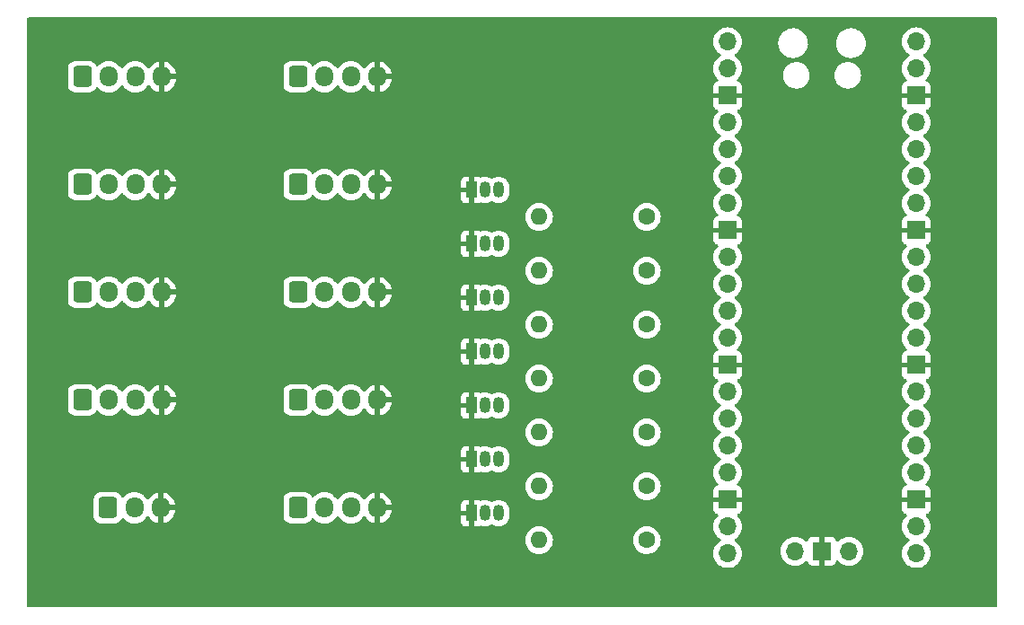
<source format=gbr>
%TF.GenerationSoftware,KiCad,Pcbnew,7.0.9*%
%TF.CreationDate,2024-01-23T18:46:06-08:00*%
%TF.ProjectId,sdvx,73647678-2e6b-4696-9361-645f70636258,rev?*%
%TF.SameCoordinates,Original*%
%TF.FileFunction,Copper,L2,Bot*%
%TF.FilePolarity,Positive*%
%FSLAX46Y46*%
G04 Gerber Fmt 4.6, Leading zero omitted, Abs format (unit mm)*
G04 Created by KiCad (PCBNEW 7.0.9) date 2024-01-23 18:46:06*
%MOMM*%
%LPD*%
G01*
G04 APERTURE LIST*
G04 Aperture macros list*
%AMRoundRect*
0 Rectangle with rounded corners*
0 $1 Rounding radius*
0 $2 $3 $4 $5 $6 $7 $8 $9 X,Y pos of 4 corners*
0 Add a 4 corners polygon primitive as box body*
4,1,4,$2,$3,$4,$5,$6,$7,$8,$9,$2,$3,0*
0 Add four circle primitives for the rounded corners*
1,1,$1+$1,$2,$3*
1,1,$1+$1,$4,$5*
1,1,$1+$1,$6,$7*
1,1,$1+$1,$8,$9*
0 Add four rect primitives between the rounded corners*
20,1,$1+$1,$2,$3,$4,$5,0*
20,1,$1+$1,$4,$5,$6,$7,0*
20,1,$1+$1,$6,$7,$8,$9,0*
20,1,$1+$1,$8,$9,$2,$3,0*%
G04 Aperture macros list end*
%TA.AperFunction,ComponentPad*%
%ADD10R,1.050000X1.500000*%
%TD*%
%TA.AperFunction,ComponentPad*%
%ADD11O,1.050000X1.500000*%
%TD*%
%TA.AperFunction,ComponentPad*%
%ADD12O,1.700000X1.950000*%
%TD*%
%TA.AperFunction,ComponentPad*%
%ADD13RoundRect,0.250000X-0.600000X-0.725000X0.600000X-0.725000X0.600000X0.725000X-0.600000X0.725000X0*%
%TD*%
%TA.AperFunction,ComponentPad*%
%ADD14C,1.600000*%
%TD*%
%TA.AperFunction,ComponentPad*%
%ADD15O,1.600000X1.600000*%
%TD*%
%TA.AperFunction,ComponentPad*%
%ADD16O,1.700000X1.700000*%
%TD*%
%TA.AperFunction,ComponentPad*%
%ADD17R,1.700000X1.700000*%
%TD*%
%TA.AperFunction,Conductor*%
%ADD18C,0.500000*%
%TD*%
G04 APERTURE END LIST*
D10*
%TO.P,Q7,1,E*%
%TO.N,GND*%
X54610000Y-59436000D03*
D11*
%TO.P,Q7,2,B*%
%TO.N,Net-(Q7-B)*%
X55880000Y-59436000D03*
%TO.P,Q7,3,C*%
%TO.N,Net-(Q7-C)*%
X57150000Y-59436000D03*
%TD*%
D12*
%TO.P,BT-D1,4,Pin_4*%
%TO.N,GND*%
X45720000Y-38591000D03*
%TO.P,BT-D1,3,Pin_3*%
%TO.N,+5V*%
X43220000Y-38591000D03*
%TO.P,BT-D1,2,Pin_2*%
%TO.N,Net-(BT-D1-Pin_2)*%
X40720000Y-38591000D03*
D13*
%TO.P,BT-D1,1,Pin_1*%
%TO.N,/GPIO10*%
X38220000Y-38591000D03*
%TD*%
D12*
%TO.P,START1,4,Pin_4*%
%TO.N,GND*%
X45720000Y-58911000D03*
%TO.P,START1,3,Pin_3*%
%TO.N,+5V*%
X43220000Y-58911000D03*
%TO.P,START1,2,Pin_2*%
%TO.N,Net-(Q7-C)*%
X40720000Y-58911000D03*
D13*
%TO.P,START1,1,Pin_1*%
%TO.N,/GPIO19*%
X38220000Y-58911000D03*
%TD*%
D12*
%TO.P,BT-B1,4,Pin_4*%
%TO.N,GND*%
X45720000Y-28431000D03*
%TO.P,BT-B1,3,Pin_3*%
%TO.N,+5V*%
X43220000Y-28431000D03*
%TO.P,BT-B1,2,Pin_2*%
%TO.N,Net-(BT-B1-Pin_2)*%
X40720000Y-28431000D03*
D13*
%TO.P,BT-B1,1,Pin_1*%
%TO.N,/GPIO6*%
X38220000Y-28431000D03*
%TD*%
D10*
%TO.P,Q5,1,E*%
%TO.N,GND*%
X54610000Y-49276000D03*
D11*
%TO.P,Q5,2,B*%
%TO.N,Net-(Q5-B)*%
X55880000Y-49276000D03*
%TO.P,Q5,3,C*%
%TO.N,Net-(FX-L1-Pin_2)*%
X57150000Y-49276000D03*
%TD*%
D10*
%TO.P,Q6,1,E*%
%TO.N,GND*%
X54610000Y-54356000D03*
D11*
%TO.P,Q6,2,B*%
%TO.N,Net-(Q6-B)*%
X55880000Y-54356000D03*
%TO.P,Q6,3,C*%
%TO.N,Net-(FX-R1-Pin_2)*%
X57150000Y-54356000D03*
%TD*%
D10*
%TO.P,Q3,1,E*%
%TO.N,GND*%
X54610000Y-39116000D03*
D11*
%TO.P,Q3,2,B*%
%TO.N,Net-(Q3-B)*%
X55880000Y-39116000D03*
%TO.P,Q3,3,C*%
%TO.N,Net-(BT-C1-Pin_2)*%
X57150000Y-39116000D03*
%TD*%
D12*
%TO.P,VOL-R1,4,Pin_4*%
%TO.N,GND*%
X45720000Y-18271000D03*
%TO.P,VOL-R1,3,Pin_3*%
%TO.N,+5V*%
X43220000Y-18271000D03*
%TO.P,VOL-R1,2,Pin_2*%
%TO.N,/GPIO3*%
X40720000Y-18271000D03*
D13*
%TO.P,VOL-R1,1,Pin_1*%
%TO.N,/GPIO2*%
X38220000Y-18271000D03*
%TD*%
D14*
%TO.P,R4,1*%
%TO.N,/GPIO11*%
X71120000Y-46736000D03*
D15*
%TO.P,R4,2*%
%TO.N,Net-(Q4-B)*%
X60960000Y-46736000D03*
%TD*%
D10*
%TO.P,Q1,1,E*%
%TO.N,GND*%
X54610000Y-28956000D03*
D11*
%TO.P,Q1,2,B*%
%TO.N,Net-(Q1-B)*%
X55880000Y-28956000D03*
%TO.P,Q1,3,C*%
%TO.N,Net-(BT-A1-Pin_2)*%
X57150000Y-28956000D03*
%TD*%
D14*
%TO.P,R5,1*%
%TO.N,/GPIO13*%
X71120000Y-51816000D03*
D15*
%TO.P,R5,2*%
%TO.N,Net-(Q5-B)*%
X60960000Y-51816000D03*
%TD*%
D12*
%TO.P,FX-L1,4,Pin_4*%
%TO.N,GND*%
X25400000Y-48751000D03*
%TO.P,FX-L1,3,Pin_3*%
%TO.N,+5V*%
X22900000Y-48751000D03*
%TO.P,FX-L1,2,Pin_2*%
%TO.N,Net-(FX-L1-Pin_2)*%
X20400000Y-48751000D03*
D13*
%TO.P,FX-L1,1,Pin_1*%
%TO.N,/GPIO12*%
X17900000Y-48751000D03*
%TD*%
D12*
%TO.P,BT-A1,4,Pin_4*%
%TO.N,GND*%
X25400000Y-28431000D03*
%TO.P,BT-A1,3,Pin_3*%
%TO.N,+5V*%
X22900000Y-28431000D03*
%TO.P,BT-A1,2,Pin_2*%
%TO.N,Net-(BT-A1-Pin_2)*%
X20400000Y-28431000D03*
D13*
%TO.P,BT-A1,1,Pin_1*%
%TO.N,/GPIO4*%
X17900000Y-28431000D03*
%TD*%
D14*
%TO.P,R2,1*%
%TO.N,/GPIO7*%
X71120000Y-36576000D03*
D15*
%TO.P,R2,2*%
%TO.N,Net-(Q2-B)*%
X60960000Y-36576000D03*
%TD*%
D14*
%TO.P,R6,1*%
%TO.N,/GPIO15*%
X71120000Y-56896000D03*
D15*
%TO.P,R6,2*%
%TO.N,Net-(Q6-B)*%
X60960000Y-56896000D03*
%TD*%
D14*
%TO.P,R3,1*%
%TO.N,/GPIO9*%
X71120000Y-41656000D03*
D15*
%TO.P,R3,2*%
%TO.N,Net-(Q3-B)*%
X60960000Y-41656000D03*
%TD*%
D14*
%TO.P,R1,1*%
%TO.N,/GPIO5*%
X71120000Y-31496000D03*
D15*
%TO.P,R1,2*%
%TO.N,Net-(Q1-B)*%
X60960000Y-31496000D03*
%TD*%
D12*
%TO.P,RGB1,3,Pin_3*%
%TO.N,GND*%
X25320000Y-58911000D03*
%TO.P,RGB1,2,Pin_2*%
%TO.N,+5V*%
X22820000Y-58911000D03*
D13*
%TO.P,RGB1,1,Pin_1*%
%TO.N,/GPIO17*%
X20320000Y-58911000D03*
%TD*%
D12*
%TO.P,FX-R1,4,Pin_4*%
%TO.N,GND*%
X45720000Y-48751000D03*
%TO.P,FX-R1,3,Pin_3*%
%TO.N,+5V*%
X43220000Y-48751000D03*
%TO.P,FX-R1,2,Pin_2*%
%TO.N,Net-(FX-R1-Pin_2)*%
X40720000Y-48751000D03*
D13*
%TO.P,FX-R1,1,Pin_1*%
%TO.N,/GPIO14*%
X38220000Y-48751000D03*
%TD*%
D10*
%TO.P,Q4,1,E*%
%TO.N,GND*%
X54610000Y-44196000D03*
D11*
%TO.P,Q4,2,B*%
%TO.N,Net-(Q4-B)*%
X55880000Y-44196000D03*
%TO.P,Q4,3,C*%
%TO.N,Net-(BT-D1-Pin_2)*%
X57150000Y-44196000D03*
%TD*%
D12*
%TO.P,BT-C1,4,Pin_4*%
%TO.N,GND*%
X25400000Y-38591000D03*
%TO.P,BT-C1,3,Pin_3*%
%TO.N,+5V*%
X22900000Y-38591000D03*
%TO.P,BT-C1,2,Pin_2*%
%TO.N,Net-(BT-C1-Pin_2)*%
X20400000Y-38591000D03*
D13*
%TO.P,BT-C1,1,Pin_1*%
%TO.N,/GPIO8*%
X17900000Y-38591000D03*
%TD*%
D10*
%TO.P,Q2,1,E*%
%TO.N,GND*%
X54610000Y-34036000D03*
D11*
%TO.P,Q2,2,B*%
%TO.N,Net-(Q2-B)*%
X55880000Y-34036000D03*
%TO.P,Q2,3,C*%
%TO.N,Net-(BT-B1-Pin_2)*%
X57150000Y-34036000D03*
%TD*%
D12*
%TO.P,VOL-L1,4,Pin_4*%
%TO.N,GND*%
X25400000Y-18271000D03*
%TO.P,VOL-L1,3,Pin_3*%
%TO.N,+5V*%
X22900000Y-18271000D03*
%TO.P,VOL-L1,2,Pin_2*%
%TO.N,/GPIO1*%
X20400000Y-18271000D03*
D13*
%TO.P,VOL-L1,1,Pin_1*%
%TO.N,/GPIO0*%
X17900000Y-18271000D03*
%TD*%
D14*
%TO.P,R7,1*%
%TO.N,/GPIO18*%
X71120000Y-61976000D03*
D15*
%TO.P,R7,2*%
%TO.N,Net-(Q7-B)*%
X60960000Y-61976000D03*
%TD*%
D16*
%TO.P,U1,1,GPIO0*%
%TO.N,/GPIO0*%
X78740000Y-14986000D03*
%TO.P,U1,2,GPIO1*%
%TO.N,/GPIO1*%
X78740000Y-17526000D03*
D17*
%TO.P,U1,3,GND*%
%TO.N,GND*%
X78740000Y-20066000D03*
D16*
%TO.P,U1,4,GPIO2*%
%TO.N,/GPIO2*%
X78740000Y-22606000D03*
%TO.P,U1,5,GPIO3*%
%TO.N,/GPIO3*%
X78740000Y-25146000D03*
%TO.P,U1,6,GPIO4*%
%TO.N,/GPIO4*%
X78740000Y-27686000D03*
%TO.P,U1,7,GPIO5*%
%TO.N,/GPIO5*%
X78740000Y-30226000D03*
D17*
%TO.P,U1,8,GND*%
%TO.N,GND*%
X78740000Y-32766000D03*
D16*
%TO.P,U1,9,GPIO6*%
%TO.N,/GPIO6*%
X78740000Y-35306000D03*
%TO.P,U1,10,GPIO7*%
%TO.N,/GPIO7*%
X78740000Y-37846000D03*
%TO.P,U1,11,GPIO8*%
%TO.N,/GPIO8*%
X78740000Y-40386000D03*
%TO.P,U1,12,GPIO9*%
%TO.N,/GPIO9*%
X78740000Y-42926000D03*
D17*
%TO.P,U1,13,GND*%
%TO.N,GND*%
X78740000Y-45466000D03*
D16*
%TO.P,U1,14,GPIO10*%
%TO.N,/GPIO10*%
X78740000Y-48006000D03*
%TO.P,U1,15,GPIO11*%
%TO.N,/GPIO11*%
X78740000Y-50546000D03*
%TO.P,U1,16,GPIO12*%
%TO.N,/GPIO12*%
X78740000Y-53086000D03*
%TO.P,U1,17,GPIO13*%
%TO.N,/GPIO13*%
X78740000Y-55626000D03*
D17*
%TO.P,U1,18,GND*%
%TO.N,GND*%
X78740000Y-58166000D03*
D16*
%TO.P,U1,19,GPIO14*%
%TO.N,/GPIO14*%
X78740000Y-60706000D03*
%TO.P,U1,20,GPIO15*%
%TO.N,/GPIO15*%
X78740000Y-63246000D03*
%TO.P,U1,21,GPIO16*%
%TO.N,/GPIO16*%
X96520000Y-63246000D03*
%TO.P,U1,22,GPIO17*%
%TO.N,/GPIO17*%
X96520000Y-60706000D03*
D17*
%TO.P,U1,23,GND*%
%TO.N,GND*%
X96520000Y-58166000D03*
D16*
%TO.P,U1,24,GPIO18*%
%TO.N,/GPIO18*%
X96520000Y-55626000D03*
%TO.P,U1,25,GPIO19*%
%TO.N,/GPIO19*%
X96520000Y-53086000D03*
%TO.P,U1,26,GPIO20*%
%TO.N,/GPIO20*%
X96520000Y-50546000D03*
%TO.P,U1,27,GPIO21*%
%TO.N,/GPIO21*%
X96520000Y-48006000D03*
D17*
%TO.P,U1,28,GND*%
%TO.N,GND*%
X96520000Y-45466000D03*
D16*
%TO.P,U1,29,GPIO22*%
%TO.N,/GPIO22*%
X96520000Y-42926000D03*
%TO.P,U1,30,RUN*%
%TO.N,unconnected-(U1-RUN-Pad30)*%
X96520000Y-40386000D03*
%TO.P,U1,31,GPIO26_ADC0*%
%TO.N,/GPIO26*%
X96520000Y-37846000D03*
%TO.P,U1,32,GPIO27_ADC1*%
%TO.N,/GPIO27*%
X96520000Y-35306000D03*
D17*
%TO.P,U1,33,AGND*%
%TO.N,GND*%
X96520000Y-32766000D03*
D16*
%TO.P,U1,34,GPIO28_ADC2*%
%TO.N,/GPIO28*%
X96520000Y-30226000D03*
%TO.P,U1,35,ADC_VREF*%
%TO.N,unconnected-(U1-ADC_VREF-Pad35)*%
X96520000Y-27686000D03*
%TO.P,U1,36,3V3*%
%TO.N,unconnected-(U1-3V3-Pad36)*%
X96520000Y-25146000D03*
%TO.P,U1,37,3V3_EN*%
%TO.N,unconnected-(U1-3V3_EN-Pad37)*%
X96520000Y-22606000D03*
D17*
%TO.P,U1,38,GND*%
%TO.N,GND*%
X96520000Y-20066000D03*
D16*
%TO.P,U1,39,VSYS*%
%TO.N,+5V*%
X96520000Y-17526000D03*
%TO.P,U1,40,VBUS*%
X96520000Y-14986000D03*
%TO.P,U1,41,SWCLK*%
%TO.N,unconnected-(U1-SWCLK-Pad41)*%
X85090000Y-63016000D03*
D17*
%TO.P,U1,42,GND*%
%TO.N,GND*%
X87630000Y-63016000D03*
D16*
%TO.P,U1,43,SWDIO*%
%TO.N,unconnected-(U1-SWDIO-Pad43)*%
X90170000Y-63016000D03*
%TD*%
D18*
%TO.N,+5V*%
X22900000Y-58831000D02*
X22820000Y-58911000D01*
%TD*%
%TA.AperFunction,Conductor*%
%TO.N,GND*%
G36*
X104082539Y-12720185D02*
G01*
X104128294Y-12772989D01*
X104139500Y-12824500D01*
X104139500Y-68201500D01*
X104119815Y-68268539D01*
X104067011Y-68314294D01*
X104015500Y-68325500D01*
X12824500Y-68325500D01*
X12757461Y-68305815D01*
X12711706Y-68253011D01*
X12700500Y-68201500D01*
X12700500Y-61976001D01*
X59654532Y-61976001D01*
X59674364Y-62202686D01*
X59674366Y-62202697D01*
X59733258Y-62422488D01*
X59733261Y-62422497D01*
X59829431Y-62628732D01*
X59829432Y-62628734D01*
X59959954Y-62815141D01*
X60120858Y-62976045D01*
X60120861Y-62976047D01*
X60307266Y-63106568D01*
X60513504Y-63202739D01*
X60733308Y-63261635D01*
X60895230Y-63275801D01*
X60959998Y-63281468D01*
X60960000Y-63281468D01*
X60960002Y-63281468D01*
X61016673Y-63276509D01*
X61186692Y-63261635D01*
X61406496Y-63202739D01*
X61612734Y-63106568D01*
X61799139Y-62976047D01*
X61960047Y-62815139D01*
X62090568Y-62628734D01*
X62186739Y-62422496D01*
X62245635Y-62202692D01*
X62265468Y-61976001D01*
X69814532Y-61976001D01*
X69834364Y-62202686D01*
X69834366Y-62202697D01*
X69893258Y-62422488D01*
X69893261Y-62422497D01*
X69989431Y-62628732D01*
X69989432Y-62628734D01*
X70119954Y-62815141D01*
X70280858Y-62976045D01*
X70280861Y-62976047D01*
X70467266Y-63106568D01*
X70673504Y-63202739D01*
X70893308Y-63261635D01*
X71055230Y-63275801D01*
X71119998Y-63281468D01*
X71120000Y-63281468D01*
X71120002Y-63281468D01*
X71176673Y-63276509D01*
X71346692Y-63261635D01*
X71405043Y-63246000D01*
X77384341Y-63246000D01*
X77404936Y-63481403D01*
X77404938Y-63481413D01*
X77466094Y-63709655D01*
X77466096Y-63709659D01*
X77466097Y-63709663D01*
X77548975Y-63887395D01*
X77565965Y-63923830D01*
X77565967Y-63923834D01*
X77602865Y-63976529D01*
X77701505Y-64117401D01*
X77868599Y-64284495D01*
X77963665Y-64351061D01*
X78062165Y-64420032D01*
X78062167Y-64420033D01*
X78062170Y-64420035D01*
X78276337Y-64519903D01*
X78504592Y-64581063D01*
X78692918Y-64597539D01*
X78739999Y-64601659D01*
X78740000Y-64601659D01*
X78740001Y-64601659D01*
X78779234Y-64598226D01*
X78975408Y-64581063D01*
X79203663Y-64519903D01*
X79417830Y-64420035D01*
X79611401Y-64284495D01*
X79778495Y-64117401D01*
X79914035Y-63923830D01*
X80013903Y-63709663D01*
X80075063Y-63481408D01*
X80095659Y-63246000D01*
X80075536Y-63016000D01*
X83734341Y-63016000D01*
X83754936Y-63251403D01*
X83754938Y-63251413D01*
X83816094Y-63479655D01*
X83816096Y-63479659D01*
X83816097Y-63479663D01*
X83915965Y-63693830D01*
X83915967Y-63693834D01*
X84024281Y-63848521D01*
X84051505Y-63887401D01*
X84218599Y-64054495D01*
X84295135Y-64108086D01*
X84412165Y-64190032D01*
X84412167Y-64190033D01*
X84412170Y-64190035D01*
X84626337Y-64289903D01*
X84854592Y-64351063D01*
X85025319Y-64366000D01*
X85089999Y-64371659D01*
X85090000Y-64371659D01*
X85090001Y-64371659D01*
X85154681Y-64366000D01*
X85325408Y-64351063D01*
X85553663Y-64289903D01*
X85767830Y-64190035D01*
X85961401Y-64054495D01*
X86083717Y-63932178D01*
X86145036Y-63898696D01*
X86214728Y-63903680D01*
X86270662Y-63945551D01*
X86287577Y-63976528D01*
X86336646Y-64108088D01*
X86336649Y-64108093D01*
X86422809Y-64223187D01*
X86422812Y-64223190D01*
X86537906Y-64309350D01*
X86537913Y-64309354D01*
X86672620Y-64359596D01*
X86672627Y-64359598D01*
X86732155Y-64365999D01*
X86732172Y-64366000D01*
X87380000Y-64366000D01*
X87380000Y-63462494D01*
X87484839Y-63510373D01*
X87593527Y-63526000D01*
X87666473Y-63526000D01*
X87775161Y-63510373D01*
X87880000Y-63462494D01*
X87880000Y-64366000D01*
X88527828Y-64366000D01*
X88527844Y-64365999D01*
X88587372Y-64359598D01*
X88587379Y-64359596D01*
X88722086Y-64309354D01*
X88722093Y-64309350D01*
X88837187Y-64223190D01*
X88837190Y-64223187D01*
X88923350Y-64108093D01*
X88923354Y-64108086D01*
X88972422Y-63976529D01*
X89014293Y-63920595D01*
X89079757Y-63896178D01*
X89148030Y-63911030D01*
X89176285Y-63932181D01*
X89298599Y-64054495D01*
X89375135Y-64108086D01*
X89492165Y-64190032D01*
X89492167Y-64190033D01*
X89492170Y-64190035D01*
X89706337Y-64289903D01*
X89934592Y-64351063D01*
X90105319Y-64366000D01*
X90169999Y-64371659D01*
X90170000Y-64371659D01*
X90170001Y-64371659D01*
X90234681Y-64366000D01*
X90405408Y-64351063D01*
X90633663Y-64289903D01*
X90847830Y-64190035D01*
X91041401Y-64054495D01*
X91208495Y-63887401D01*
X91344035Y-63693830D01*
X91443903Y-63479663D01*
X91505063Y-63251408D01*
X91505536Y-63246000D01*
X95164341Y-63246000D01*
X95184936Y-63481403D01*
X95184938Y-63481413D01*
X95246094Y-63709655D01*
X95246096Y-63709659D01*
X95246097Y-63709663D01*
X95328975Y-63887395D01*
X95345965Y-63923830D01*
X95345967Y-63923834D01*
X95382865Y-63976529D01*
X95481505Y-64117401D01*
X95648599Y-64284495D01*
X95743665Y-64351061D01*
X95842165Y-64420032D01*
X95842167Y-64420033D01*
X95842170Y-64420035D01*
X96056337Y-64519903D01*
X96284592Y-64581063D01*
X96472918Y-64597539D01*
X96519999Y-64601659D01*
X96520000Y-64601659D01*
X96520001Y-64601659D01*
X96559234Y-64598226D01*
X96755408Y-64581063D01*
X96983663Y-64519903D01*
X97197830Y-64420035D01*
X97391401Y-64284495D01*
X97558495Y-64117401D01*
X97694035Y-63923830D01*
X97793903Y-63709663D01*
X97855063Y-63481408D01*
X97875659Y-63246000D01*
X97855063Y-63010592D01*
X97793903Y-62782337D01*
X97694035Y-62568171D01*
X97592034Y-62422497D01*
X97558494Y-62374597D01*
X97391402Y-62207506D01*
X97391396Y-62207501D01*
X97205842Y-62077575D01*
X97162217Y-62022998D01*
X97155023Y-61953500D01*
X97186546Y-61891145D01*
X97205842Y-61874425D01*
X97252197Y-61841967D01*
X97391401Y-61744495D01*
X97558495Y-61577401D01*
X97694035Y-61383830D01*
X97793903Y-61169663D01*
X97855063Y-60941408D01*
X97875659Y-60706000D01*
X97855063Y-60470592D01*
X97808626Y-60297285D01*
X97793905Y-60242344D01*
X97793904Y-60242343D01*
X97793903Y-60242337D01*
X97694035Y-60028171D01*
X97643034Y-59955334D01*
X97558496Y-59834600D01*
X97512692Y-59788796D01*
X97436179Y-59712283D01*
X97402696Y-59650963D01*
X97407680Y-59581271D01*
X97449551Y-59525337D01*
X97480529Y-59508422D01*
X97612086Y-59459354D01*
X97612093Y-59459350D01*
X97727187Y-59373190D01*
X97727190Y-59373187D01*
X97813350Y-59258093D01*
X97813354Y-59258086D01*
X97863596Y-59123379D01*
X97863598Y-59123372D01*
X97869999Y-59063844D01*
X97870000Y-59063827D01*
X97870000Y-58416000D01*
X96965572Y-58416000D01*
X96988682Y-58380040D01*
X97030000Y-58239327D01*
X97030000Y-58092673D01*
X96988682Y-57951960D01*
X96965572Y-57916000D01*
X97870000Y-57916000D01*
X97870000Y-57268172D01*
X97869999Y-57268155D01*
X97863598Y-57208627D01*
X97863596Y-57208620D01*
X97813354Y-57073913D01*
X97813350Y-57073906D01*
X97727190Y-56958812D01*
X97727187Y-56958809D01*
X97612093Y-56872649D01*
X97612088Y-56872646D01*
X97480528Y-56823577D01*
X97424595Y-56781705D01*
X97400178Y-56716241D01*
X97415030Y-56647968D01*
X97436175Y-56619720D01*
X97558495Y-56497401D01*
X97694035Y-56303830D01*
X97793903Y-56089663D01*
X97855063Y-55861408D01*
X97875659Y-55626000D01*
X97855063Y-55390592D01*
X97808626Y-55217285D01*
X97793905Y-55162344D01*
X97793904Y-55162343D01*
X97793903Y-55162337D01*
X97694035Y-54948171D01*
X97577705Y-54782033D01*
X97558494Y-54754597D01*
X97391402Y-54587506D01*
X97391396Y-54587501D01*
X97205842Y-54457575D01*
X97162217Y-54402998D01*
X97155023Y-54333500D01*
X97186546Y-54271145D01*
X97205842Y-54254425D01*
X97357748Y-54148059D01*
X97391401Y-54124495D01*
X97558495Y-53957401D01*
X97694035Y-53763830D01*
X97793903Y-53549663D01*
X97855063Y-53321408D01*
X97875659Y-53086000D01*
X97855063Y-52850592D01*
X97793903Y-52622337D01*
X97694035Y-52408171D01*
X97592034Y-52262497D01*
X97558494Y-52214597D01*
X97391402Y-52047506D01*
X97391396Y-52047501D01*
X97205842Y-51917575D01*
X97162217Y-51862998D01*
X97155023Y-51793500D01*
X97186546Y-51731145D01*
X97205842Y-51714425D01*
X97384527Y-51589308D01*
X97391401Y-51584495D01*
X97558495Y-51417401D01*
X97694035Y-51223830D01*
X97793903Y-51009663D01*
X97855063Y-50781408D01*
X97875659Y-50546000D01*
X97855063Y-50310592D01*
X97808626Y-50137285D01*
X97793905Y-50082344D01*
X97793904Y-50082343D01*
X97793903Y-50082337D01*
X97694035Y-49868171D01*
X97643035Y-49795334D01*
X97558494Y-49674597D01*
X97391402Y-49507506D01*
X97391396Y-49507501D01*
X97205842Y-49377575D01*
X97162217Y-49322998D01*
X97155023Y-49253500D01*
X97186546Y-49191145D01*
X97205842Y-49174425D01*
X97295839Y-49111408D01*
X97391401Y-49044495D01*
X97558495Y-48877401D01*
X97694035Y-48683830D01*
X97793903Y-48469663D01*
X97855063Y-48241408D01*
X97875659Y-48006000D01*
X97873033Y-47975991D01*
X97870621Y-47948420D01*
X97855063Y-47770592D01*
X97793903Y-47542337D01*
X97694035Y-47328171D01*
X97671063Y-47295364D01*
X97558496Y-47134600D01*
X97558495Y-47134599D01*
X97436179Y-47012283D01*
X97402696Y-46950963D01*
X97407680Y-46881271D01*
X97449551Y-46825337D01*
X97480529Y-46808422D01*
X97612086Y-46759354D01*
X97612093Y-46759350D01*
X97727187Y-46673190D01*
X97727190Y-46673187D01*
X97813350Y-46558093D01*
X97813354Y-46558086D01*
X97863596Y-46423379D01*
X97863598Y-46423372D01*
X97869999Y-46363844D01*
X97870000Y-46363827D01*
X97870000Y-45716000D01*
X96965572Y-45716000D01*
X96988682Y-45680040D01*
X97030000Y-45539327D01*
X97030000Y-45392673D01*
X96988682Y-45251960D01*
X96965572Y-45216000D01*
X97870000Y-45216000D01*
X97870000Y-44568172D01*
X97869999Y-44568155D01*
X97863598Y-44508627D01*
X97863596Y-44508620D01*
X97813354Y-44373913D01*
X97813350Y-44373906D01*
X97727190Y-44258812D01*
X97727187Y-44258809D01*
X97612093Y-44172649D01*
X97612088Y-44172646D01*
X97480528Y-44123577D01*
X97424595Y-44081705D01*
X97400178Y-44016241D01*
X97415030Y-43947968D01*
X97436175Y-43919720D01*
X97558495Y-43797401D01*
X97694035Y-43603830D01*
X97793903Y-43389663D01*
X97855063Y-43161408D01*
X97875659Y-42926000D01*
X97855063Y-42690592D01*
X97793903Y-42462337D01*
X97694035Y-42248171D01*
X97592034Y-42102497D01*
X97558494Y-42054597D01*
X97391402Y-41887506D01*
X97391396Y-41887501D01*
X97205842Y-41757575D01*
X97162217Y-41702998D01*
X97155023Y-41633500D01*
X97186546Y-41571145D01*
X97205842Y-41554425D01*
X97384527Y-41429308D01*
X97391401Y-41424495D01*
X97558495Y-41257401D01*
X97694035Y-41063830D01*
X97793903Y-40849663D01*
X97855063Y-40621408D01*
X97875659Y-40386000D01*
X97855063Y-40150592D01*
X97808626Y-39977285D01*
X97793905Y-39922344D01*
X97793904Y-39922343D01*
X97793903Y-39922337D01*
X97694035Y-39708171D01*
X97643035Y-39635334D01*
X97558494Y-39514597D01*
X97391402Y-39347506D01*
X97391396Y-39347501D01*
X97205842Y-39217575D01*
X97162217Y-39162998D01*
X97155023Y-39093500D01*
X97186546Y-39031145D01*
X97205842Y-39014425D01*
X97295839Y-38951408D01*
X97391401Y-38884495D01*
X97558495Y-38717401D01*
X97694035Y-38523830D01*
X97793903Y-38309663D01*
X97855063Y-38081408D01*
X97875659Y-37846000D01*
X97873033Y-37815991D01*
X97870621Y-37788420D01*
X97855063Y-37610592D01*
X97793903Y-37382337D01*
X97694035Y-37168171D01*
X97671064Y-37135364D01*
X97558494Y-36974597D01*
X97391402Y-36807506D01*
X97391396Y-36807501D01*
X97205842Y-36677575D01*
X97162217Y-36622998D01*
X97155023Y-36553500D01*
X97186546Y-36491145D01*
X97205842Y-36474425D01*
X97384527Y-36349308D01*
X97391401Y-36344495D01*
X97558495Y-36177401D01*
X97694035Y-35983830D01*
X97793903Y-35769663D01*
X97855063Y-35541408D01*
X97875659Y-35306000D01*
X97855063Y-35070592D01*
X97808626Y-34897285D01*
X97793905Y-34842344D01*
X97793904Y-34842343D01*
X97793903Y-34842337D01*
X97694035Y-34628171D01*
X97577704Y-34462033D01*
X97558496Y-34434600D01*
X97519482Y-34395586D01*
X97436179Y-34312283D01*
X97402696Y-34250963D01*
X97407680Y-34181271D01*
X97449551Y-34125337D01*
X97480529Y-34108422D01*
X97612086Y-34059354D01*
X97612093Y-34059350D01*
X97727187Y-33973190D01*
X97727190Y-33973187D01*
X97813350Y-33858093D01*
X97813354Y-33858086D01*
X97863596Y-33723379D01*
X97863598Y-33723372D01*
X97869999Y-33663844D01*
X97870000Y-33663827D01*
X97870000Y-33016000D01*
X96965572Y-33016000D01*
X96988682Y-32980040D01*
X97030000Y-32839327D01*
X97030000Y-32692673D01*
X96988682Y-32551960D01*
X96965572Y-32516000D01*
X97870000Y-32516000D01*
X97870000Y-31868172D01*
X97869999Y-31868155D01*
X97863598Y-31808627D01*
X97863596Y-31808620D01*
X97813354Y-31673913D01*
X97813350Y-31673906D01*
X97727190Y-31558812D01*
X97727187Y-31558809D01*
X97612093Y-31472649D01*
X97612088Y-31472646D01*
X97480528Y-31423577D01*
X97424595Y-31381705D01*
X97400178Y-31316241D01*
X97415030Y-31247968D01*
X97436175Y-31219720D01*
X97558495Y-31097401D01*
X97694035Y-30903830D01*
X97793903Y-30689663D01*
X97855063Y-30461408D01*
X97875659Y-30226000D01*
X97855063Y-29990592D01*
X97808626Y-29817285D01*
X97793905Y-29762344D01*
X97793904Y-29762343D01*
X97793903Y-29762337D01*
X97694035Y-29548171D01*
X97643035Y-29475334D01*
X97558494Y-29354597D01*
X97391402Y-29187506D01*
X97391396Y-29187501D01*
X97205842Y-29057575D01*
X97162217Y-29002998D01*
X97155023Y-28933500D01*
X97186546Y-28871145D01*
X97205842Y-28854425D01*
X97295839Y-28791408D01*
X97391401Y-28724495D01*
X97558495Y-28557401D01*
X97694035Y-28363830D01*
X97793903Y-28149663D01*
X97855063Y-27921408D01*
X97875659Y-27686000D01*
X97873033Y-27655991D01*
X97870621Y-27628420D01*
X97855063Y-27450592D01*
X97793903Y-27222337D01*
X97694035Y-27008171D01*
X97671064Y-26975364D01*
X97558494Y-26814597D01*
X97391402Y-26647506D01*
X97391396Y-26647501D01*
X97205842Y-26517575D01*
X97162217Y-26462998D01*
X97155023Y-26393500D01*
X97186546Y-26331145D01*
X97205842Y-26314425D01*
X97228026Y-26298891D01*
X97391401Y-26184495D01*
X97558495Y-26017401D01*
X97694035Y-25823830D01*
X97793903Y-25609663D01*
X97855063Y-25381408D01*
X97875659Y-25146000D01*
X97855063Y-24910592D01*
X97793903Y-24682337D01*
X97694035Y-24468171D01*
X97558495Y-24274599D01*
X97558494Y-24274597D01*
X97391402Y-24107506D01*
X97391396Y-24107501D01*
X97205842Y-23977575D01*
X97162217Y-23922998D01*
X97155023Y-23853500D01*
X97186546Y-23791145D01*
X97205842Y-23774425D01*
X97228026Y-23758891D01*
X97391401Y-23644495D01*
X97558495Y-23477401D01*
X97694035Y-23283830D01*
X97793903Y-23069663D01*
X97855063Y-22841408D01*
X97875659Y-22606000D01*
X97855063Y-22370592D01*
X97793903Y-22142337D01*
X97694035Y-21928171D01*
X97558495Y-21734599D01*
X97436179Y-21612283D01*
X97402696Y-21550963D01*
X97407680Y-21481271D01*
X97449551Y-21425337D01*
X97480529Y-21408422D01*
X97612086Y-21359354D01*
X97612093Y-21359350D01*
X97727187Y-21273190D01*
X97727190Y-21273187D01*
X97813350Y-21158093D01*
X97813354Y-21158086D01*
X97863596Y-21023379D01*
X97863598Y-21023372D01*
X97869999Y-20963844D01*
X97870000Y-20963827D01*
X97870000Y-20316000D01*
X96965572Y-20316000D01*
X96988682Y-20280040D01*
X97030000Y-20139327D01*
X97030000Y-19992673D01*
X96988682Y-19851960D01*
X96965572Y-19816000D01*
X97870000Y-19816000D01*
X97870000Y-19168172D01*
X97869999Y-19168155D01*
X97863598Y-19108627D01*
X97863596Y-19108620D01*
X97813354Y-18973913D01*
X97813350Y-18973906D01*
X97727190Y-18858812D01*
X97727187Y-18858809D01*
X97612093Y-18772649D01*
X97612088Y-18772646D01*
X97480528Y-18723577D01*
X97424595Y-18681705D01*
X97400178Y-18616241D01*
X97415030Y-18547968D01*
X97436175Y-18519720D01*
X97558495Y-18397401D01*
X97694035Y-18203830D01*
X97793903Y-17989663D01*
X97855063Y-17761408D01*
X97875659Y-17526000D01*
X97873033Y-17495991D01*
X97870621Y-17468420D01*
X97855063Y-17290592D01*
X97803155Y-17096868D01*
X97793905Y-17062344D01*
X97793904Y-17062343D01*
X97793903Y-17062337D01*
X97694035Y-16848171D01*
X97671064Y-16815364D01*
X97558494Y-16654597D01*
X97391402Y-16487506D01*
X97391396Y-16487501D01*
X97205842Y-16357575D01*
X97162217Y-16302998D01*
X97155023Y-16233500D01*
X97186546Y-16171145D01*
X97205842Y-16154425D01*
X97239650Y-16130752D01*
X97391401Y-16024495D01*
X97558495Y-15857401D01*
X97694035Y-15663830D01*
X97793903Y-15449663D01*
X97855063Y-15221408D01*
X97875659Y-14986000D01*
X97855063Y-14750592D01*
X97793903Y-14522337D01*
X97694035Y-14308171D01*
X97674456Y-14280208D01*
X97558494Y-14114597D01*
X97391402Y-13947506D01*
X97391395Y-13947501D01*
X97388297Y-13945332D01*
X97350040Y-13918544D01*
X97197834Y-13811967D01*
X97197830Y-13811965D01*
X97196908Y-13811535D01*
X96983663Y-13712097D01*
X96983659Y-13712096D01*
X96983655Y-13712094D01*
X96755413Y-13650938D01*
X96755403Y-13650936D01*
X96520001Y-13630341D01*
X96519999Y-13630341D01*
X96284596Y-13650936D01*
X96284586Y-13650938D01*
X96056344Y-13712094D01*
X96056335Y-13712098D01*
X95842171Y-13811964D01*
X95842169Y-13811965D01*
X95648597Y-13947505D01*
X95481505Y-14114597D01*
X95345965Y-14308169D01*
X95345964Y-14308171D01*
X95246098Y-14522335D01*
X95246094Y-14522344D01*
X95184938Y-14750586D01*
X95184936Y-14750596D01*
X95164341Y-14985999D01*
X95164341Y-14986000D01*
X95184936Y-15221403D01*
X95184938Y-15221413D01*
X95246094Y-15449655D01*
X95246096Y-15449659D01*
X95246097Y-15449663D01*
X95293328Y-15550949D01*
X95345965Y-15663830D01*
X95345967Y-15663834D01*
X95481501Y-15857395D01*
X95481506Y-15857402D01*
X95648597Y-16024493D01*
X95648603Y-16024498D01*
X95834158Y-16154425D01*
X95877783Y-16209002D01*
X95884977Y-16278500D01*
X95853454Y-16340855D01*
X95834158Y-16357575D01*
X95648597Y-16487505D01*
X95481505Y-16654597D01*
X95345965Y-16848169D01*
X95345964Y-16848171D01*
X95246098Y-17062335D01*
X95246094Y-17062344D01*
X95184938Y-17290586D01*
X95184936Y-17290596D01*
X95164341Y-17525999D01*
X95164341Y-17526000D01*
X95184936Y-17761403D01*
X95184938Y-17761413D01*
X95246094Y-17989655D01*
X95246096Y-17989659D01*
X95246097Y-17989663D01*
X95333295Y-18176660D01*
X95345965Y-18203830D01*
X95345967Y-18203834D01*
X95401422Y-18283031D01*
X95481501Y-18397396D01*
X95481506Y-18397402D01*
X95603818Y-18519714D01*
X95637303Y-18581037D01*
X95632319Y-18650729D01*
X95590447Y-18706662D01*
X95559471Y-18723577D01*
X95427912Y-18772646D01*
X95427906Y-18772649D01*
X95312812Y-18858809D01*
X95312809Y-18858812D01*
X95226649Y-18973906D01*
X95226645Y-18973913D01*
X95176403Y-19108620D01*
X95176401Y-19108627D01*
X95170000Y-19168155D01*
X95170000Y-19816000D01*
X96074428Y-19816000D01*
X96051318Y-19851960D01*
X96010000Y-19992673D01*
X96010000Y-20139327D01*
X96051318Y-20280040D01*
X96074428Y-20316000D01*
X95170000Y-20316000D01*
X95170000Y-20963844D01*
X95176401Y-21023372D01*
X95176403Y-21023379D01*
X95226645Y-21158086D01*
X95226649Y-21158093D01*
X95312809Y-21273187D01*
X95312812Y-21273190D01*
X95427906Y-21359350D01*
X95427913Y-21359354D01*
X95559470Y-21408421D01*
X95615403Y-21450292D01*
X95639821Y-21515756D01*
X95624970Y-21584029D01*
X95603819Y-21612284D01*
X95481503Y-21734600D01*
X95345965Y-21928169D01*
X95345964Y-21928171D01*
X95246098Y-22142335D01*
X95246094Y-22142344D01*
X95184938Y-22370586D01*
X95184936Y-22370596D01*
X95164341Y-22605999D01*
X95164341Y-22606000D01*
X95184936Y-22841403D01*
X95184938Y-22841413D01*
X95246094Y-23069655D01*
X95246096Y-23069659D01*
X95246097Y-23069663D01*
X95345965Y-23283830D01*
X95345967Y-23283834D01*
X95481501Y-23477395D01*
X95481506Y-23477402D01*
X95648597Y-23644493D01*
X95648603Y-23644498D01*
X95834158Y-23774425D01*
X95877783Y-23829002D01*
X95884977Y-23898500D01*
X95853454Y-23960855D01*
X95834158Y-23977575D01*
X95648597Y-24107505D01*
X95481505Y-24274597D01*
X95345965Y-24468169D01*
X95345964Y-24468171D01*
X95246098Y-24682335D01*
X95246094Y-24682344D01*
X95184938Y-24910586D01*
X95184936Y-24910596D01*
X95164341Y-25145999D01*
X95164341Y-25146000D01*
X95184936Y-25381403D01*
X95184938Y-25381413D01*
X95246094Y-25609655D01*
X95246096Y-25609659D01*
X95246097Y-25609663D01*
X95345965Y-25823830D01*
X95345967Y-25823834D01*
X95481501Y-26017395D01*
X95481506Y-26017402D01*
X95648597Y-26184493D01*
X95648603Y-26184498D01*
X95834158Y-26314425D01*
X95877783Y-26369002D01*
X95884977Y-26438500D01*
X95853454Y-26500855D01*
X95834158Y-26517575D01*
X95648597Y-26647505D01*
X95481505Y-26814597D01*
X95345965Y-27008169D01*
X95345964Y-27008171D01*
X95246098Y-27222335D01*
X95246094Y-27222344D01*
X95184938Y-27450586D01*
X95184936Y-27450596D01*
X95164341Y-27685999D01*
X95164341Y-27686000D01*
X95184936Y-27921403D01*
X95184938Y-27921413D01*
X95246094Y-28149655D01*
X95246096Y-28149659D01*
X95246097Y-28149663D01*
X95250057Y-28158155D01*
X95345965Y-28363830D01*
X95345967Y-28363834D01*
X95440819Y-28499295D01*
X95462295Y-28529967D01*
X95481501Y-28557395D01*
X95481506Y-28557402D01*
X95648597Y-28724493D01*
X95648603Y-28724498D01*
X95834158Y-28854425D01*
X95877783Y-28909002D01*
X95884977Y-28978500D01*
X95853454Y-29040855D01*
X95834158Y-29057575D01*
X95648597Y-29187505D01*
X95481505Y-29354597D01*
X95345965Y-29548169D01*
X95345964Y-29548171D01*
X95246098Y-29762335D01*
X95246094Y-29762344D01*
X95184938Y-29990586D01*
X95184936Y-29990596D01*
X95164341Y-30225999D01*
X95164341Y-30226000D01*
X95184936Y-30461403D01*
X95184938Y-30461413D01*
X95246094Y-30689655D01*
X95246096Y-30689659D01*
X95246097Y-30689663D01*
X95317724Y-30843267D01*
X95345965Y-30903830D01*
X95345967Y-30903834D01*
X95447966Y-31049502D01*
X95481501Y-31097396D01*
X95481506Y-31097402D01*
X95603818Y-31219714D01*
X95637303Y-31281037D01*
X95632319Y-31350729D01*
X95590447Y-31406662D01*
X95559471Y-31423577D01*
X95427912Y-31472646D01*
X95427906Y-31472649D01*
X95312812Y-31558809D01*
X95312809Y-31558812D01*
X95226649Y-31673906D01*
X95226645Y-31673913D01*
X95176403Y-31808620D01*
X95176401Y-31808627D01*
X95170000Y-31868155D01*
X95170000Y-32516000D01*
X96074428Y-32516000D01*
X96051318Y-32551960D01*
X96010000Y-32692673D01*
X96010000Y-32839327D01*
X96051318Y-32980040D01*
X96074428Y-33016000D01*
X95170000Y-33016000D01*
X95170000Y-33663844D01*
X95176401Y-33723372D01*
X95176403Y-33723379D01*
X95226645Y-33858086D01*
X95226649Y-33858093D01*
X95312809Y-33973187D01*
X95312812Y-33973190D01*
X95427906Y-34059350D01*
X95427913Y-34059354D01*
X95559470Y-34108421D01*
X95615403Y-34150292D01*
X95639821Y-34215756D01*
X95624970Y-34284029D01*
X95603819Y-34312284D01*
X95481503Y-34434600D01*
X95345965Y-34628169D01*
X95345964Y-34628171D01*
X95246098Y-34842335D01*
X95246094Y-34842344D01*
X95184938Y-35070586D01*
X95184936Y-35070596D01*
X95164341Y-35305999D01*
X95164341Y-35306000D01*
X95184936Y-35541403D01*
X95184938Y-35541413D01*
X95246094Y-35769655D01*
X95246096Y-35769659D01*
X95246097Y-35769663D01*
X95317724Y-35923267D01*
X95345965Y-35983830D01*
X95345967Y-35983834D01*
X95481501Y-36177395D01*
X95481506Y-36177402D01*
X95648597Y-36344493D01*
X95648603Y-36344498D01*
X95834158Y-36474425D01*
X95877783Y-36529002D01*
X95884977Y-36598500D01*
X95853454Y-36660855D01*
X95834158Y-36677575D01*
X95648597Y-36807505D01*
X95481505Y-36974597D01*
X95345965Y-37168169D01*
X95345964Y-37168171D01*
X95246098Y-37382335D01*
X95246094Y-37382344D01*
X95184938Y-37610586D01*
X95184936Y-37610596D01*
X95164341Y-37845999D01*
X95164341Y-37846000D01*
X95184936Y-38081403D01*
X95184938Y-38081413D01*
X95246094Y-38309655D01*
X95246096Y-38309659D01*
X95246097Y-38309663D01*
X95250057Y-38318155D01*
X95345965Y-38523830D01*
X95345967Y-38523834D01*
X95440819Y-38659295D01*
X95462295Y-38689967D01*
X95481501Y-38717395D01*
X95481506Y-38717402D01*
X95648597Y-38884493D01*
X95648603Y-38884498D01*
X95834158Y-39014425D01*
X95877783Y-39069002D01*
X95884977Y-39138500D01*
X95853454Y-39200855D01*
X95834158Y-39217575D01*
X95648597Y-39347505D01*
X95481505Y-39514597D01*
X95345965Y-39708169D01*
X95345964Y-39708171D01*
X95246098Y-39922335D01*
X95246094Y-39922344D01*
X95184938Y-40150586D01*
X95184936Y-40150596D01*
X95164341Y-40385999D01*
X95164341Y-40386000D01*
X95184936Y-40621403D01*
X95184938Y-40621413D01*
X95246094Y-40849655D01*
X95246096Y-40849659D01*
X95246097Y-40849663D01*
X95317724Y-41003267D01*
X95345965Y-41063830D01*
X95345967Y-41063834D01*
X95481501Y-41257395D01*
X95481506Y-41257402D01*
X95648597Y-41424493D01*
X95648603Y-41424498D01*
X95834158Y-41554425D01*
X95877783Y-41609002D01*
X95884977Y-41678500D01*
X95853454Y-41740855D01*
X95834158Y-41757575D01*
X95648597Y-41887505D01*
X95481505Y-42054597D01*
X95345965Y-42248169D01*
X95345964Y-42248171D01*
X95246098Y-42462335D01*
X95246094Y-42462344D01*
X95184938Y-42690586D01*
X95184936Y-42690596D01*
X95164341Y-42925999D01*
X95164341Y-42926000D01*
X95184936Y-43161403D01*
X95184938Y-43161413D01*
X95246094Y-43389655D01*
X95246096Y-43389659D01*
X95246097Y-43389663D01*
X95250057Y-43398155D01*
X95345965Y-43603830D01*
X95345967Y-43603834D01*
X95454281Y-43758521D01*
X95481501Y-43797396D01*
X95481506Y-43797402D01*
X95603818Y-43919714D01*
X95637303Y-43981037D01*
X95632319Y-44050729D01*
X95590447Y-44106662D01*
X95559471Y-44123577D01*
X95427912Y-44172646D01*
X95427906Y-44172649D01*
X95312812Y-44258809D01*
X95312809Y-44258812D01*
X95226649Y-44373906D01*
X95226645Y-44373913D01*
X95176403Y-44508620D01*
X95176401Y-44508627D01*
X95170000Y-44568155D01*
X95170000Y-45216000D01*
X96074428Y-45216000D01*
X96051318Y-45251960D01*
X96010000Y-45392673D01*
X96010000Y-45539327D01*
X96051318Y-45680040D01*
X96074428Y-45716000D01*
X95170000Y-45716000D01*
X95170000Y-46363844D01*
X95176401Y-46423372D01*
X95176403Y-46423379D01*
X95226645Y-46558086D01*
X95226649Y-46558093D01*
X95312809Y-46673187D01*
X95312812Y-46673190D01*
X95427906Y-46759350D01*
X95427913Y-46759354D01*
X95559470Y-46808421D01*
X95615403Y-46850292D01*
X95639821Y-46915756D01*
X95624970Y-46984029D01*
X95603819Y-47012284D01*
X95481503Y-47134600D01*
X95345965Y-47328169D01*
X95345964Y-47328171D01*
X95246098Y-47542335D01*
X95246094Y-47542344D01*
X95184938Y-47770586D01*
X95184936Y-47770596D01*
X95164341Y-48005999D01*
X95164341Y-48006000D01*
X95184936Y-48241403D01*
X95184938Y-48241413D01*
X95246094Y-48469655D01*
X95246096Y-48469659D01*
X95246097Y-48469663D01*
X95250057Y-48478155D01*
X95345965Y-48683830D01*
X95345967Y-48683834D01*
X95440819Y-48819295D01*
X95462295Y-48849967D01*
X95481501Y-48877395D01*
X95481506Y-48877402D01*
X95648597Y-49044493D01*
X95648603Y-49044498D01*
X95834158Y-49174425D01*
X95877783Y-49229002D01*
X95884977Y-49298500D01*
X95853454Y-49360855D01*
X95834158Y-49377575D01*
X95648597Y-49507505D01*
X95481505Y-49674597D01*
X95345965Y-49868169D01*
X95345964Y-49868171D01*
X95246098Y-50082335D01*
X95246094Y-50082344D01*
X95184938Y-50310586D01*
X95184936Y-50310596D01*
X95164341Y-50545999D01*
X95164341Y-50546000D01*
X95184936Y-50781403D01*
X95184938Y-50781413D01*
X95246094Y-51009655D01*
X95246096Y-51009659D01*
X95246097Y-51009663D01*
X95317724Y-51163267D01*
X95345965Y-51223830D01*
X95345967Y-51223834D01*
X95481501Y-51417395D01*
X95481506Y-51417402D01*
X95648597Y-51584493D01*
X95648603Y-51584498D01*
X95834158Y-51714425D01*
X95877783Y-51769002D01*
X95884977Y-51838500D01*
X95853454Y-51900855D01*
X95834158Y-51917575D01*
X95648597Y-52047505D01*
X95481505Y-52214597D01*
X95345965Y-52408169D01*
X95345964Y-52408171D01*
X95246098Y-52622335D01*
X95246094Y-52622344D01*
X95184938Y-52850586D01*
X95184936Y-52850596D01*
X95164341Y-53085999D01*
X95164341Y-53086000D01*
X95184936Y-53321403D01*
X95184938Y-53321413D01*
X95246094Y-53549655D01*
X95246096Y-53549659D01*
X95246097Y-53549663D01*
X95250057Y-53558155D01*
X95345965Y-53763830D01*
X95345967Y-53763834D01*
X95454281Y-53918521D01*
X95462295Y-53929967D01*
X95481501Y-53957395D01*
X95481506Y-53957402D01*
X95648597Y-54124493D01*
X95648603Y-54124498D01*
X95834158Y-54254425D01*
X95877783Y-54309002D01*
X95884977Y-54378500D01*
X95853454Y-54440855D01*
X95834158Y-54457575D01*
X95648597Y-54587505D01*
X95481505Y-54754597D01*
X95345965Y-54948169D01*
X95345964Y-54948171D01*
X95246098Y-55162335D01*
X95246094Y-55162344D01*
X95184938Y-55390586D01*
X95184936Y-55390596D01*
X95164341Y-55625999D01*
X95164341Y-55626000D01*
X95184936Y-55861403D01*
X95184938Y-55861413D01*
X95246094Y-56089655D01*
X95246096Y-56089659D01*
X95246097Y-56089663D01*
X95317724Y-56243267D01*
X95345965Y-56303830D01*
X95345967Y-56303834D01*
X95447966Y-56449502D01*
X95481501Y-56497396D01*
X95481506Y-56497402D01*
X95603818Y-56619714D01*
X95637303Y-56681037D01*
X95632319Y-56750729D01*
X95590447Y-56806662D01*
X95559471Y-56823577D01*
X95427912Y-56872646D01*
X95427906Y-56872649D01*
X95312812Y-56958809D01*
X95312809Y-56958812D01*
X95226649Y-57073906D01*
X95226645Y-57073913D01*
X95176403Y-57208620D01*
X95176401Y-57208627D01*
X95170000Y-57268155D01*
X95170000Y-57916000D01*
X96074428Y-57916000D01*
X96051318Y-57951960D01*
X96010000Y-58092673D01*
X96010000Y-58239327D01*
X96051318Y-58380040D01*
X96074428Y-58416000D01*
X95170000Y-58416000D01*
X95170000Y-59063844D01*
X95176401Y-59123372D01*
X95176403Y-59123379D01*
X95226645Y-59258086D01*
X95226649Y-59258093D01*
X95312809Y-59373187D01*
X95312812Y-59373190D01*
X95427906Y-59459350D01*
X95427913Y-59459354D01*
X95559470Y-59508421D01*
X95615403Y-59550292D01*
X95639821Y-59615756D01*
X95624970Y-59684029D01*
X95603819Y-59712284D01*
X95481503Y-59834600D01*
X95345965Y-60028169D01*
X95345964Y-60028171D01*
X95246098Y-60242335D01*
X95246094Y-60242344D01*
X95184938Y-60470586D01*
X95184936Y-60470596D01*
X95164341Y-60705999D01*
X95164341Y-60706000D01*
X95184936Y-60941403D01*
X95184938Y-60941413D01*
X95246094Y-61169655D01*
X95246096Y-61169659D01*
X95246097Y-61169663D01*
X95317724Y-61323267D01*
X95345965Y-61383830D01*
X95345967Y-61383834D01*
X95481501Y-61577395D01*
X95481506Y-61577402D01*
X95648597Y-61744493D01*
X95648603Y-61744498D01*
X95834158Y-61874425D01*
X95877783Y-61929002D01*
X95884977Y-61998500D01*
X95853454Y-62060855D01*
X95834158Y-62077575D01*
X95648597Y-62207505D01*
X95481505Y-62374597D01*
X95345965Y-62568169D01*
X95345964Y-62568171D01*
X95246098Y-62782335D01*
X95246094Y-62782344D01*
X95184938Y-63010586D01*
X95184936Y-63010596D01*
X95164341Y-63245999D01*
X95164341Y-63246000D01*
X91505536Y-63246000D01*
X91525659Y-63016000D01*
X91505063Y-62780592D01*
X91443903Y-62552337D01*
X91344035Y-62338171D01*
X91252540Y-62207501D01*
X91208494Y-62144597D01*
X91041402Y-61977506D01*
X91041395Y-61977501D01*
X91039251Y-61976000D01*
X90964854Y-61923906D01*
X90847834Y-61841967D01*
X90847830Y-61841965D01*
X90776727Y-61808809D01*
X90633663Y-61742097D01*
X90633659Y-61742096D01*
X90633655Y-61742094D01*
X90405413Y-61680938D01*
X90405403Y-61680936D01*
X90170001Y-61660341D01*
X90169999Y-61660341D01*
X89934596Y-61680936D01*
X89934586Y-61680938D01*
X89706344Y-61742094D01*
X89706335Y-61742098D01*
X89492171Y-61841964D01*
X89492169Y-61841965D01*
X89298600Y-61977503D01*
X89176284Y-62099819D01*
X89114961Y-62133303D01*
X89045269Y-62128319D01*
X88989336Y-62086447D01*
X88972421Y-62055470D01*
X88923354Y-61923913D01*
X88923350Y-61923906D01*
X88837190Y-61808812D01*
X88837187Y-61808809D01*
X88722093Y-61722649D01*
X88722086Y-61722645D01*
X88587379Y-61672403D01*
X88587372Y-61672401D01*
X88527844Y-61666000D01*
X87880000Y-61666000D01*
X87880000Y-62569505D01*
X87775161Y-62521627D01*
X87666473Y-62506000D01*
X87593527Y-62506000D01*
X87484839Y-62521627D01*
X87380000Y-62569505D01*
X87380000Y-61666000D01*
X86732155Y-61666000D01*
X86672627Y-61672401D01*
X86672620Y-61672403D01*
X86537913Y-61722645D01*
X86537906Y-61722649D01*
X86422812Y-61808809D01*
X86422809Y-61808812D01*
X86336649Y-61923906D01*
X86336645Y-61923913D01*
X86287578Y-62055470D01*
X86245707Y-62111404D01*
X86180242Y-62135821D01*
X86111969Y-62120969D01*
X86083715Y-62099819D01*
X86039366Y-62055470D01*
X85961401Y-61977505D01*
X85961397Y-61977502D01*
X85961396Y-61977501D01*
X85767834Y-61841967D01*
X85767830Y-61841965D01*
X85696727Y-61808809D01*
X85553663Y-61742097D01*
X85553659Y-61742096D01*
X85553655Y-61742094D01*
X85325413Y-61680938D01*
X85325403Y-61680936D01*
X85090001Y-61660341D01*
X85089999Y-61660341D01*
X84854596Y-61680936D01*
X84854586Y-61680938D01*
X84626344Y-61742094D01*
X84626335Y-61742098D01*
X84412171Y-61841964D01*
X84412169Y-61841965D01*
X84218597Y-61977505D01*
X84051505Y-62144597D01*
X83915965Y-62338169D01*
X83915964Y-62338171D01*
X83816098Y-62552335D01*
X83816094Y-62552344D01*
X83754938Y-62780586D01*
X83754936Y-62780596D01*
X83734341Y-63015999D01*
X83734341Y-63016000D01*
X80075536Y-63016000D01*
X80075063Y-63010592D01*
X80013903Y-62782337D01*
X79914035Y-62568171D01*
X79812034Y-62422497D01*
X79778494Y-62374597D01*
X79611402Y-62207506D01*
X79611396Y-62207501D01*
X79425842Y-62077575D01*
X79382217Y-62022998D01*
X79375023Y-61953500D01*
X79406546Y-61891145D01*
X79425842Y-61874425D01*
X79472197Y-61841967D01*
X79611401Y-61744495D01*
X79778495Y-61577401D01*
X79914035Y-61383830D01*
X80013903Y-61169663D01*
X80075063Y-60941408D01*
X80095659Y-60706000D01*
X80075063Y-60470592D01*
X80028626Y-60297285D01*
X80013905Y-60242344D01*
X80013904Y-60242343D01*
X80013903Y-60242337D01*
X79914035Y-60028171D01*
X79863034Y-59955334D01*
X79778496Y-59834600D01*
X79732692Y-59788796D01*
X79656179Y-59712283D01*
X79622696Y-59650963D01*
X79627680Y-59581271D01*
X79669551Y-59525337D01*
X79700529Y-59508422D01*
X79832086Y-59459354D01*
X79832093Y-59459350D01*
X79947187Y-59373190D01*
X79947190Y-59373187D01*
X80033350Y-59258093D01*
X80033354Y-59258086D01*
X80083596Y-59123379D01*
X80083598Y-59123372D01*
X80089999Y-59063844D01*
X80090000Y-59063827D01*
X80090000Y-58416000D01*
X79185572Y-58416000D01*
X79208682Y-58380040D01*
X79250000Y-58239327D01*
X79250000Y-58092673D01*
X79208682Y-57951960D01*
X79185572Y-57916000D01*
X80090000Y-57916000D01*
X80090000Y-57268172D01*
X80089999Y-57268155D01*
X80083598Y-57208627D01*
X80083596Y-57208620D01*
X80033354Y-57073913D01*
X80033350Y-57073906D01*
X79947190Y-56958812D01*
X79947187Y-56958809D01*
X79832093Y-56872649D01*
X79832088Y-56872646D01*
X79700528Y-56823577D01*
X79644595Y-56781705D01*
X79620178Y-56716241D01*
X79635030Y-56647968D01*
X79656175Y-56619720D01*
X79778495Y-56497401D01*
X79914035Y-56303830D01*
X80013903Y-56089663D01*
X80075063Y-55861408D01*
X80095659Y-55626000D01*
X80075063Y-55390592D01*
X80028626Y-55217285D01*
X80013905Y-55162344D01*
X80013904Y-55162343D01*
X80013903Y-55162337D01*
X79914035Y-54948171D01*
X79797705Y-54782033D01*
X79778494Y-54754597D01*
X79611402Y-54587506D01*
X79611396Y-54587501D01*
X79425842Y-54457575D01*
X79382217Y-54402998D01*
X79375023Y-54333500D01*
X79406546Y-54271145D01*
X79425842Y-54254425D01*
X79577748Y-54148059D01*
X79611401Y-54124495D01*
X79778495Y-53957401D01*
X79914035Y-53763830D01*
X80013903Y-53549663D01*
X80075063Y-53321408D01*
X80095659Y-53086000D01*
X80075063Y-52850592D01*
X80013903Y-52622337D01*
X79914035Y-52408171D01*
X79812034Y-52262497D01*
X79778494Y-52214597D01*
X79611402Y-52047506D01*
X79611396Y-52047501D01*
X79425842Y-51917575D01*
X79382217Y-51862998D01*
X79375023Y-51793500D01*
X79406546Y-51731145D01*
X79425842Y-51714425D01*
X79604527Y-51589308D01*
X79611401Y-51584495D01*
X79778495Y-51417401D01*
X79914035Y-51223830D01*
X80013903Y-51009663D01*
X80075063Y-50781408D01*
X80095659Y-50546000D01*
X80075063Y-50310592D01*
X80028626Y-50137285D01*
X80013905Y-50082344D01*
X80013904Y-50082343D01*
X80013903Y-50082337D01*
X79914035Y-49868171D01*
X79863035Y-49795334D01*
X79778494Y-49674597D01*
X79611402Y-49507506D01*
X79611396Y-49507501D01*
X79425842Y-49377575D01*
X79382217Y-49322998D01*
X79375023Y-49253500D01*
X79406546Y-49191145D01*
X79425842Y-49174425D01*
X79515839Y-49111408D01*
X79611401Y-49044495D01*
X79778495Y-48877401D01*
X79914035Y-48683830D01*
X80013903Y-48469663D01*
X80075063Y-48241408D01*
X80095659Y-48006000D01*
X80093033Y-47975991D01*
X80090621Y-47948420D01*
X80075063Y-47770592D01*
X80013903Y-47542337D01*
X79914035Y-47328171D01*
X79891063Y-47295364D01*
X79778496Y-47134600D01*
X79778495Y-47134599D01*
X79656179Y-47012283D01*
X79622696Y-46950963D01*
X79627680Y-46881271D01*
X79669551Y-46825337D01*
X79700529Y-46808422D01*
X79832086Y-46759354D01*
X79832093Y-46759350D01*
X79947187Y-46673190D01*
X79947190Y-46673187D01*
X80033350Y-46558093D01*
X80033354Y-46558086D01*
X80083596Y-46423379D01*
X80083598Y-46423372D01*
X80089999Y-46363844D01*
X80090000Y-46363827D01*
X80090000Y-45716000D01*
X79185572Y-45716000D01*
X79208682Y-45680040D01*
X79250000Y-45539327D01*
X79250000Y-45392673D01*
X79208682Y-45251960D01*
X79185572Y-45216000D01*
X80090000Y-45216000D01*
X80090000Y-44568172D01*
X80089999Y-44568155D01*
X80083598Y-44508627D01*
X80083596Y-44508620D01*
X80033354Y-44373913D01*
X80033350Y-44373906D01*
X79947190Y-44258812D01*
X79947187Y-44258809D01*
X79832093Y-44172649D01*
X79832088Y-44172646D01*
X79700528Y-44123577D01*
X79644595Y-44081705D01*
X79620178Y-44016241D01*
X79635030Y-43947968D01*
X79656175Y-43919720D01*
X79778495Y-43797401D01*
X79914035Y-43603830D01*
X80013903Y-43389663D01*
X80075063Y-43161408D01*
X80095659Y-42926000D01*
X80075063Y-42690592D01*
X80013903Y-42462337D01*
X79914035Y-42248171D01*
X79812034Y-42102497D01*
X79778494Y-42054597D01*
X79611402Y-41887506D01*
X79611396Y-41887501D01*
X79425842Y-41757575D01*
X79382217Y-41702998D01*
X79375023Y-41633500D01*
X79406546Y-41571145D01*
X79425842Y-41554425D01*
X79604527Y-41429308D01*
X79611401Y-41424495D01*
X79778495Y-41257401D01*
X79914035Y-41063830D01*
X80013903Y-40849663D01*
X80075063Y-40621408D01*
X80095659Y-40386000D01*
X80075063Y-40150592D01*
X80028626Y-39977285D01*
X80013905Y-39922344D01*
X80013904Y-39922343D01*
X80013903Y-39922337D01*
X79914035Y-39708171D01*
X79863035Y-39635334D01*
X79778494Y-39514597D01*
X79611402Y-39347506D01*
X79611396Y-39347501D01*
X79425842Y-39217575D01*
X79382217Y-39162998D01*
X79375023Y-39093500D01*
X79406546Y-39031145D01*
X79425842Y-39014425D01*
X79515839Y-38951408D01*
X79611401Y-38884495D01*
X79778495Y-38717401D01*
X79914035Y-38523830D01*
X80013903Y-38309663D01*
X80075063Y-38081408D01*
X80095659Y-37846000D01*
X80093033Y-37815991D01*
X80090621Y-37788420D01*
X80075063Y-37610592D01*
X80013903Y-37382337D01*
X79914035Y-37168171D01*
X79891064Y-37135364D01*
X79778494Y-36974597D01*
X79611402Y-36807506D01*
X79611396Y-36807501D01*
X79425842Y-36677575D01*
X79382217Y-36622998D01*
X79375023Y-36553500D01*
X79406546Y-36491145D01*
X79425842Y-36474425D01*
X79604527Y-36349308D01*
X79611401Y-36344495D01*
X79778495Y-36177401D01*
X79914035Y-35983830D01*
X80013903Y-35769663D01*
X80075063Y-35541408D01*
X80095659Y-35306000D01*
X80075063Y-35070592D01*
X80028626Y-34897285D01*
X80013905Y-34842344D01*
X80013904Y-34842343D01*
X80013903Y-34842337D01*
X79914035Y-34628171D01*
X79797704Y-34462033D01*
X79778496Y-34434600D01*
X79739482Y-34395586D01*
X79656179Y-34312283D01*
X79622696Y-34250963D01*
X79627680Y-34181271D01*
X79669551Y-34125337D01*
X79700529Y-34108422D01*
X79832086Y-34059354D01*
X79832093Y-34059350D01*
X79947187Y-33973190D01*
X79947190Y-33973187D01*
X80033350Y-33858093D01*
X80033354Y-33858086D01*
X80083596Y-33723379D01*
X80083598Y-33723372D01*
X80089999Y-33663844D01*
X80090000Y-33663827D01*
X80090000Y-33016000D01*
X79185572Y-33016000D01*
X79208682Y-32980040D01*
X79250000Y-32839327D01*
X79250000Y-32692673D01*
X79208682Y-32551960D01*
X79185572Y-32516000D01*
X80090000Y-32516000D01*
X80090000Y-31868172D01*
X80089999Y-31868155D01*
X80083598Y-31808627D01*
X80083596Y-31808620D01*
X80033354Y-31673913D01*
X80033350Y-31673906D01*
X79947190Y-31558812D01*
X79947187Y-31558809D01*
X79832093Y-31472649D01*
X79832088Y-31472646D01*
X79700528Y-31423577D01*
X79644595Y-31381705D01*
X79620178Y-31316241D01*
X79635030Y-31247968D01*
X79656175Y-31219720D01*
X79778495Y-31097401D01*
X79914035Y-30903830D01*
X80013903Y-30689663D01*
X80075063Y-30461408D01*
X80095659Y-30226000D01*
X80075063Y-29990592D01*
X80028626Y-29817285D01*
X80013905Y-29762344D01*
X80013904Y-29762343D01*
X80013903Y-29762337D01*
X79914035Y-29548171D01*
X79863035Y-29475334D01*
X79778494Y-29354597D01*
X79611402Y-29187506D01*
X79611396Y-29187501D01*
X79425842Y-29057575D01*
X79382217Y-29002998D01*
X79375023Y-28933500D01*
X79406546Y-28871145D01*
X79425842Y-28854425D01*
X79515839Y-28791408D01*
X79611401Y-28724495D01*
X79778495Y-28557401D01*
X79914035Y-28363830D01*
X80013903Y-28149663D01*
X80075063Y-27921408D01*
X80095659Y-27686000D01*
X80093033Y-27655991D01*
X80090621Y-27628420D01*
X80075063Y-27450592D01*
X80013903Y-27222337D01*
X79914035Y-27008171D01*
X79891064Y-26975364D01*
X79778494Y-26814597D01*
X79611402Y-26647506D01*
X79611396Y-26647501D01*
X79425842Y-26517575D01*
X79382217Y-26462998D01*
X79375023Y-26393500D01*
X79406546Y-26331145D01*
X79425842Y-26314425D01*
X79448026Y-26298891D01*
X79611401Y-26184495D01*
X79778495Y-26017401D01*
X79914035Y-25823830D01*
X80013903Y-25609663D01*
X80075063Y-25381408D01*
X80095659Y-25146000D01*
X80075063Y-24910592D01*
X80013903Y-24682337D01*
X79914035Y-24468171D01*
X79778495Y-24274599D01*
X79778494Y-24274597D01*
X79611402Y-24107506D01*
X79611396Y-24107501D01*
X79425842Y-23977575D01*
X79382217Y-23922998D01*
X79375023Y-23853500D01*
X79406546Y-23791145D01*
X79425842Y-23774425D01*
X79448026Y-23758891D01*
X79611401Y-23644495D01*
X79778495Y-23477401D01*
X79914035Y-23283830D01*
X80013903Y-23069663D01*
X80075063Y-22841408D01*
X80095659Y-22606000D01*
X80075063Y-22370592D01*
X80013903Y-22142337D01*
X79914035Y-21928171D01*
X79778495Y-21734599D01*
X79656179Y-21612283D01*
X79622696Y-21550963D01*
X79627680Y-21481271D01*
X79669551Y-21425337D01*
X79700529Y-21408422D01*
X79832086Y-21359354D01*
X79832093Y-21359350D01*
X79947187Y-21273190D01*
X79947190Y-21273187D01*
X80033350Y-21158093D01*
X80033354Y-21158086D01*
X80083596Y-21023379D01*
X80083598Y-21023372D01*
X80089999Y-20963844D01*
X80090000Y-20963827D01*
X80090000Y-20316000D01*
X79185572Y-20316000D01*
X79208682Y-20280040D01*
X79250000Y-20139327D01*
X79250000Y-19992673D01*
X79208682Y-19851960D01*
X79185572Y-19816000D01*
X80090000Y-19816000D01*
X80090000Y-19168172D01*
X80089999Y-19168155D01*
X80083598Y-19108627D01*
X80083596Y-19108620D01*
X80033354Y-18973913D01*
X80033350Y-18973906D01*
X79947190Y-18858812D01*
X79947187Y-18858809D01*
X79832093Y-18772649D01*
X79832088Y-18772646D01*
X79700528Y-18723577D01*
X79644595Y-18681705D01*
X79620178Y-18616241D01*
X79635030Y-18547968D01*
X79656175Y-18519720D01*
X79778495Y-18397401D01*
X79914035Y-18203830D01*
X79941000Y-18146003D01*
X83949723Y-18146003D01*
X83951688Y-18168470D01*
X83951862Y-18176660D01*
X83950709Y-18202324D01*
X83950710Y-18202328D01*
X83961641Y-18283031D01*
X83961966Y-18285949D01*
X83968792Y-18363972D01*
X83968795Y-18363987D01*
X83975482Y-18388941D01*
X83977034Y-18396670D01*
X83980924Y-18425381D01*
X83980926Y-18425392D01*
X84005075Y-18499713D01*
X84005997Y-18502825D01*
X84025423Y-18575324D01*
X84025427Y-18575336D01*
X84037736Y-18601732D01*
X84040512Y-18608779D01*
X84050483Y-18639464D01*
X84085970Y-18705411D01*
X84087558Y-18708576D01*
X84117898Y-18773639D01*
X84136288Y-18799903D01*
X84136490Y-18800191D01*
X84140303Y-18806378D01*
X84157146Y-18837678D01*
X84157152Y-18837687D01*
X84201792Y-18893663D01*
X84204106Y-18896758D01*
X84230510Y-18934465D01*
X84243402Y-18952877D01*
X84243405Y-18952880D01*
X84268646Y-18978121D01*
X84273283Y-18983309D01*
X84297492Y-19013666D01*
X84348959Y-19058632D01*
X84352008Y-19061483D01*
X84398116Y-19107592D01*
X84398122Y-19107597D01*
X84398123Y-19107598D01*
X84402129Y-19110403D01*
X84430055Y-19129957D01*
X84435290Y-19134057D01*
X84467004Y-19161765D01*
X84467013Y-19161771D01*
X84522849Y-19195131D01*
X84526613Y-19197568D01*
X84577359Y-19233101D01*
X84577364Y-19233104D01*
X84599917Y-19243620D01*
X84615677Y-19250969D01*
X84621271Y-19253935D01*
X84658349Y-19276088D01*
X84660236Y-19277215D01*
X84667055Y-19279774D01*
X84718083Y-19298925D01*
X84722503Y-19300782D01*
X84775670Y-19325575D01*
X84775674Y-19325577D01*
X84806069Y-19333720D01*
X84819677Y-19337366D01*
X84825413Y-19339207D01*
X84842264Y-19345531D01*
X84870976Y-19356307D01*
X84928545Y-19366754D01*
X84933511Y-19367868D01*
X84987023Y-19382207D01*
X85035689Y-19386464D01*
X85041306Y-19387218D01*
X85092453Y-19396500D01*
X85147691Y-19396500D01*
X85153092Y-19396735D01*
X85181548Y-19399225D01*
X85204998Y-19401277D01*
X85205000Y-19401277D01*
X85257992Y-19396640D01*
X85261121Y-19396500D01*
X85261155Y-19396500D01*
X85315172Y-19391638D01*
X85422977Y-19382207D01*
X85423000Y-19382200D01*
X85423475Y-19382117D01*
X85428713Y-19381419D01*
X85429188Y-19381377D01*
X85532997Y-19352726D01*
X85634330Y-19325575D01*
X85634337Y-19325571D01*
X85641254Y-19323053D01*
X85645948Y-19321554D01*
X85646170Y-19321493D01*
X85646181Y-19321487D01*
X85646183Y-19321487D01*
X85740454Y-19276088D01*
X85759079Y-19267403D01*
X85832639Y-19233102D01*
X85832644Y-19233097D01*
X85837327Y-19230395D01*
X85837400Y-19230522D01*
X85848164Y-19224218D01*
X85848973Y-19223829D01*
X85931156Y-19164118D01*
X86011877Y-19107598D01*
X86012747Y-19106727D01*
X86027550Y-19094084D01*
X86031078Y-19091522D01*
X86099131Y-19020343D01*
X86166598Y-18952877D01*
X86169285Y-18949039D01*
X86181239Y-18934465D01*
X86186629Y-18928828D01*
X86186628Y-18928828D01*
X86186632Y-18928825D01*
X86239164Y-18849241D01*
X86292102Y-18773639D01*
X86295543Y-18766259D01*
X86304432Y-18750364D01*
X86310635Y-18740968D01*
X86346889Y-18656146D01*
X86384575Y-18575330D01*
X86387570Y-18564148D01*
X86393325Y-18547505D01*
X86399103Y-18533988D01*
X86418936Y-18447092D01*
X86441207Y-18363977D01*
X86442887Y-18344766D01*
X86444206Y-18336377D01*
X86444445Y-18335325D01*
X86449191Y-18314537D01*
X86453050Y-18228602D01*
X86460277Y-18146003D01*
X88799723Y-18146003D01*
X88801688Y-18168470D01*
X88801862Y-18176660D01*
X88800709Y-18202324D01*
X88800710Y-18202328D01*
X88811641Y-18283031D01*
X88811966Y-18285949D01*
X88818792Y-18363972D01*
X88818795Y-18363987D01*
X88825482Y-18388941D01*
X88827034Y-18396670D01*
X88830924Y-18425381D01*
X88830926Y-18425392D01*
X88855075Y-18499713D01*
X88855997Y-18502825D01*
X88875423Y-18575324D01*
X88875427Y-18575336D01*
X88887736Y-18601732D01*
X88890512Y-18608779D01*
X88900483Y-18639464D01*
X88935970Y-18705411D01*
X88937558Y-18708576D01*
X88967898Y-18773639D01*
X88986288Y-18799903D01*
X88986490Y-18800191D01*
X88990303Y-18806378D01*
X89007146Y-18837678D01*
X89007152Y-18837687D01*
X89051792Y-18893663D01*
X89054106Y-18896758D01*
X89080510Y-18934465D01*
X89093402Y-18952877D01*
X89093405Y-18952880D01*
X89118646Y-18978121D01*
X89123283Y-18983309D01*
X89147492Y-19013666D01*
X89198959Y-19058632D01*
X89202008Y-19061483D01*
X89248116Y-19107592D01*
X89248122Y-19107597D01*
X89248123Y-19107598D01*
X89252129Y-19110403D01*
X89280055Y-19129957D01*
X89285290Y-19134057D01*
X89317004Y-19161765D01*
X89317013Y-19161771D01*
X89372849Y-19195131D01*
X89376613Y-19197568D01*
X89427359Y-19233101D01*
X89427364Y-19233104D01*
X89449917Y-19243620D01*
X89465677Y-19250969D01*
X89471271Y-19253935D01*
X89508349Y-19276088D01*
X89510236Y-19277215D01*
X89517055Y-19279774D01*
X89568083Y-19298925D01*
X89572503Y-19300782D01*
X89625670Y-19325575D01*
X89625674Y-19325577D01*
X89656069Y-19333720D01*
X89669677Y-19337366D01*
X89675413Y-19339207D01*
X89692264Y-19345531D01*
X89720976Y-19356307D01*
X89778545Y-19366754D01*
X89783511Y-19367868D01*
X89837023Y-19382207D01*
X89885689Y-19386464D01*
X89891306Y-19387218D01*
X89942453Y-19396500D01*
X89997691Y-19396500D01*
X90003092Y-19396735D01*
X90031548Y-19399225D01*
X90054998Y-19401277D01*
X90055000Y-19401277D01*
X90107992Y-19396640D01*
X90111121Y-19396500D01*
X90111155Y-19396500D01*
X90165172Y-19391638D01*
X90272977Y-19382207D01*
X90273000Y-19382200D01*
X90273475Y-19382117D01*
X90278713Y-19381419D01*
X90279188Y-19381377D01*
X90382997Y-19352726D01*
X90484330Y-19325575D01*
X90484337Y-19325571D01*
X90491254Y-19323053D01*
X90495948Y-19321554D01*
X90496170Y-19321493D01*
X90496181Y-19321487D01*
X90496183Y-19321487D01*
X90590454Y-19276088D01*
X90609079Y-19267403D01*
X90682639Y-19233102D01*
X90682644Y-19233097D01*
X90687327Y-19230395D01*
X90687400Y-19230522D01*
X90698164Y-19224218D01*
X90698973Y-19223829D01*
X90781156Y-19164118D01*
X90861877Y-19107598D01*
X90862747Y-19106727D01*
X90877550Y-19094084D01*
X90881078Y-19091522D01*
X90949131Y-19020343D01*
X91016598Y-18952877D01*
X91019285Y-18949039D01*
X91031239Y-18934465D01*
X91036629Y-18928828D01*
X91036628Y-18928828D01*
X91036632Y-18928825D01*
X91089164Y-18849241D01*
X91142102Y-18773639D01*
X91145543Y-18766259D01*
X91154432Y-18750364D01*
X91160635Y-18740968D01*
X91196889Y-18656146D01*
X91234575Y-18575330D01*
X91237570Y-18564148D01*
X91243325Y-18547505D01*
X91249103Y-18533988D01*
X91268936Y-18447092D01*
X91291207Y-18363977D01*
X91292887Y-18344766D01*
X91294206Y-18336377D01*
X91294445Y-18335325D01*
X91299191Y-18314537D01*
X91303050Y-18228602D01*
X91310277Y-18146000D01*
X91308310Y-18123528D01*
X91308137Y-18115334D01*
X91309290Y-18089670D01*
X91298353Y-18008939D01*
X91298034Y-18006067D01*
X91291207Y-17928023D01*
X91284515Y-17903053D01*
X91282963Y-17895322D01*
X91279076Y-17866618D01*
X91279075Y-17866616D01*
X91279075Y-17866613D01*
X91254921Y-17792276D01*
X91253998Y-17789161D01*
X91234576Y-17716673D01*
X91234574Y-17716669D01*
X91222266Y-17690274D01*
X91219488Y-17683222D01*
X91209519Y-17652541D01*
X91209517Y-17652537D01*
X91209517Y-17652536D01*
X91196988Y-17629253D01*
X91174027Y-17586583D01*
X91172432Y-17583405D01*
X91157338Y-17551036D01*
X91142102Y-17518362D01*
X91123512Y-17491813D01*
X91119698Y-17485625D01*
X91114099Y-17475220D01*
X91102852Y-17454319D01*
X91058192Y-17398318D01*
X91055896Y-17395247D01*
X91016598Y-17339123D01*
X90991353Y-17313878D01*
X90986715Y-17308689D01*
X90962508Y-17278334D01*
X90962506Y-17278332D01*
X90911039Y-17233366D01*
X90907990Y-17230515D01*
X90861878Y-17184402D01*
X90829940Y-17162039D01*
X90824705Y-17157939D01*
X90792996Y-17130235D01*
X90792994Y-17130233D01*
X90792992Y-17130232D01*
X90737149Y-17096868D01*
X90733386Y-17094431D01*
X90682641Y-17058899D01*
X90644333Y-17041035D01*
X90638735Y-17038067D01*
X90599769Y-17014787D01*
X90599767Y-17014786D01*
X90541928Y-16993079D01*
X90537515Y-16991226D01*
X90484330Y-16966425D01*
X90440321Y-16954632D01*
X90434581Y-16952790D01*
X90389025Y-16935692D01*
X90331456Y-16925245D01*
X90326480Y-16924128D01*
X90272977Y-16909793D01*
X90224327Y-16905536D01*
X90218659Y-16904775D01*
X90167551Y-16895500D01*
X90167547Y-16895500D01*
X90112309Y-16895500D01*
X90106907Y-16895264D01*
X90078451Y-16892774D01*
X90055002Y-16890723D01*
X90054997Y-16890723D01*
X90002050Y-16895355D01*
X89998862Y-16895499D01*
X89998851Y-16895500D01*
X89998845Y-16895500D01*
X89952671Y-16899655D01*
X89944826Y-16900361D01*
X89837020Y-16909793D01*
X89836468Y-16909891D01*
X89831275Y-16910581D01*
X89830812Y-16910622D01*
X89830809Y-16910623D01*
X89727002Y-16939273D01*
X89625659Y-16966428D01*
X89618739Y-16968946D01*
X89614050Y-16970444D01*
X89613849Y-16970499D01*
X89613832Y-16970505D01*
X89519528Y-17015919D01*
X89427358Y-17058899D01*
X89422670Y-17061606D01*
X89422598Y-17061481D01*
X89411871Y-17067764D01*
X89411030Y-17068168D01*
X89328831Y-17127889D01*
X89248123Y-17184401D01*
X89247241Y-17185284D01*
X89232461Y-17197906D01*
X89228928Y-17200472D01*
X89228916Y-17200483D01*
X89198669Y-17232120D01*
X89160868Y-17271656D01*
X89141938Y-17290586D01*
X89093403Y-17339120D01*
X89093402Y-17339121D01*
X89090711Y-17342965D01*
X89078773Y-17357521D01*
X89073368Y-17363174D01*
X89053546Y-17393203D01*
X89020828Y-17442768D01*
X88983568Y-17495983D01*
X88967898Y-17518362D01*
X88967891Y-17518374D01*
X88964457Y-17525738D01*
X88955572Y-17541628D01*
X88949362Y-17551035D01*
X88949362Y-17551036D01*
X88913108Y-17635859D01*
X88875425Y-17716669D01*
X88875424Y-17716671D01*
X88872425Y-17727860D01*
X88866681Y-17744475D01*
X88860899Y-17758005D01*
X88860896Y-17758016D01*
X88841063Y-17844907D01*
X88818793Y-17928022D01*
X88818793Y-17928023D01*
X88817112Y-17947226D01*
X88815793Y-17955625D01*
X88810809Y-17977459D01*
X88810809Y-17977464D01*
X88806949Y-18063397D01*
X88799723Y-18145996D01*
X88799723Y-18146003D01*
X86460277Y-18146003D01*
X86460277Y-18146000D01*
X86458310Y-18123528D01*
X86458137Y-18115334D01*
X86459290Y-18089670D01*
X86448353Y-18008939D01*
X86448034Y-18006067D01*
X86441207Y-17928023D01*
X86434515Y-17903053D01*
X86432963Y-17895322D01*
X86429076Y-17866618D01*
X86429075Y-17866616D01*
X86429075Y-17866613D01*
X86404921Y-17792276D01*
X86403998Y-17789161D01*
X86384576Y-17716673D01*
X86384574Y-17716669D01*
X86372266Y-17690274D01*
X86369488Y-17683222D01*
X86359519Y-17652541D01*
X86359517Y-17652537D01*
X86359517Y-17652536D01*
X86346988Y-17629253D01*
X86324027Y-17586583D01*
X86322432Y-17583405D01*
X86307338Y-17551036D01*
X86292102Y-17518362D01*
X86273512Y-17491813D01*
X86269698Y-17485625D01*
X86264099Y-17475220D01*
X86252852Y-17454319D01*
X86208192Y-17398318D01*
X86205896Y-17395247D01*
X86166598Y-17339123D01*
X86141353Y-17313878D01*
X86136715Y-17308689D01*
X86112508Y-17278334D01*
X86112506Y-17278332D01*
X86061039Y-17233366D01*
X86057990Y-17230515D01*
X86011878Y-17184402D01*
X85979940Y-17162039D01*
X85974705Y-17157939D01*
X85942996Y-17130235D01*
X85942994Y-17130233D01*
X85942992Y-17130232D01*
X85887149Y-17096868D01*
X85883386Y-17094431D01*
X85832641Y-17058899D01*
X85794333Y-17041035D01*
X85788735Y-17038067D01*
X85749769Y-17014787D01*
X85749767Y-17014786D01*
X85691928Y-16993079D01*
X85687515Y-16991226D01*
X85634330Y-16966425D01*
X85590321Y-16954632D01*
X85584581Y-16952790D01*
X85539025Y-16935692D01*
X85481456Y-16925245D01*
X85476480Y-16924128D01*
X85422977Y-16909793D01*
X85374327Y-16905536D01*
X85368659Y-16904775D01*
X85317551Y-16895500D01*
X85317547Y-16895500D01*
X85262309Y-16895500D01*
X85256907Y-16895264D01*
X85228451Y-16892774D01*
X85205002Y-16890723D01*
X85204997Y-16890723D01*
X85152050Y-16895355D01*
X85148862Y-16895499D01*
X85148851Y-16895500D01*
X85148845Y-16895500D01*
X85102671Y-16899655D01*
X85094826Y-16900361D01*
X84987020Y-16909793D01*
X84986468Y-16909891D01*
X84981275Y-16910581D01*
X84980812Y-16910622D01*
X84980809Y-16910623D01*
X84877002Y-16939273D01*
X84775659Y-16966428D01*
X84768739Y-16968946D01*
X84764050Y-16970444D01*
X84763849Y-16970499D01*
X84763832Y-16970505D01*
X84669528Y-17015919D01*
X84577358Y-17058899D01*
X84572670Y-17061606D01*
X84572598Y-17061481D01*
X84561871Y-17067764D01*
X84561030Y-17068168D01*
X84478831Y-17127889D01*
X84398123Y-17184401D01*
X84397241Y-17185284D01*
X84382461Y-17197906D01*
X84378928Y-17200472D01*
X84378916Y-17200483D01*
X84348669Y-17232120D01*
X84310868Y-17271656D01*
X84291938Y-17290586D01*
X84243403Y-17339120D01*
X84243402Y-17339121D01*
X84240711Y-17342965D01*
X84228773Y-17357521D01*
X84223368Y-17363174D01*
X84203546Y-17393203D01*
X84170828Y-17442768D01*
X84133568Y-17495983D01*
X84117898Y-17518362D01*
X84117891Y-17518374D01*
X84114457Y-17525738D01*
X84105572Y-17541628D01*
X84099362Y-17551035D01*
X84099362Y-17551036D01*
X84063108Y-17635859D01*
X84025425Y-17716669D01*
X84025424Y-17716671D01*
X84022425Y-17727860D01*
X84016681Y-17744475D01*
X84010899Y-17758005D01*
X84010896Y-17758016D01*
X83991063Y-17844907D01*
X83968793Y-17928022D01*
X83968793Y-17928023D01*
X83967112Y-17947226D01*
X83965793Y-17955625D01*
X83960809Y-17977459D01*
X83960809Y-17977464D01*
X83956949Y-18063397D01*
X83949723Y-18145996D01*
X83949723Y-18146003D01*
X79941000Y-18146003D01*
X80013903Y-17989663D01*
X80075063Y-17761408D01*
X80095659Y-17526000D01*
X80093033Y-17495991D01*
X80090621Y-17468420D01*
X80075063Y-17290592D01*
X80023155Y-17096868D01*
X80013905Y-17062344D01*
X80013904Y-17062343D01*
X80013903Y-17062337D01*
X79914035Y-16848171D01*
X79891064Y-16815364D01*
X79778494Y-16654597D01*
X79611402Y-16487506D01*
X79611396Y-16487501D01*
X79425842Y-16357575D01*
X79382217Y-16302998D01*
X79375023Y-16233500D01*
X79406546Y-16171145D01*
X79425842Y-16154425D01*
X79459650Y-16130752D01*
X79611401Y-16024495D01*
X79778495Y-15857401D01*
X79914035Y-15663830D01*
X80013903Y-15449663D01*
X80075063Y-15221408D01*
X80084285Y-15116000D01*
X83499700Y-15116000D01*
X83502359Y-15148097D01*
X83506955Y-15203567D01*
X83510819Y-15294523D01*
X83510820Y-15294534D01*
X83515939Y-15318284D01*
X83517120Y-15326233D01*
X83518865Y-15347301D01*
X83518865Y-15347304D01*
X83518866Y-15347305D01*
X83541205Y-15435520D01*
X83544253Y-15449663D01*
X83561046Y-15527582D01*
X83568883Y-15547084D01*
X83571458Y-15554987D01*
X83575844Y-15572303D01*
X83613655Y-15658504D01*
X83649934Y-15748787D01*
X83649935Y-15748788D01*
X83659232Y-15763888D01*
X83663218Y-15771495D01*
X83669076Y-15784850D01*
X83722275Y-15866277D01*
X83774930Y-15951794D01*
X83781543Y-15959308D01*
X83792263Y-15973402D01*
X83794738Y-15977189D01*
X83796021Y-15979153D01*
X83864027Y-16053028D01*
X83932436Y-16130755D01*
X83937564Y-16134895D01*
X83950882Y-16147377D01*
X83953216Y-16149913D01*
X84034933Y-16213515D01*
X84117920Y-16280523D01*
X84117922Y-16280524D01*
X84120678Y-16282064D01*
X84136360Y-16292460D01*
X84136367Y-16292465D01*
X84136371Y-16292467D01*
X84136374Y-16292470D01*
X84225783Y-16340855D01*
X84230162Y-16343225D01*
X84326046Y-16396790D01*
X84328849Y-16398058D01*
X84335695Y-16401097D01*
X84335794Y-16400873D01*
X84340490Y-16402932D01*
X84340497Y-16402936D01*
X84444276Y-16438563D01*
X84550829Y-16476211D01*
X84551398Y-16476308D01*
X84556129Y-16477312D01*
X84560007Y-16478294D01*
X84560019Y-16478298D01*
X84671324Y-16496871D01*
X84785791Y-16516499D01*
X84785800Y-16516500D01*
X85021044Y-16516500D01*
X85021049Y-16516500D01*
X85054073Y-16510988D01*
X85077469Y-16507085D01*
X85082407Y-16506463D01*
X85142541Y-16501346D01*
X85194615Y-16487786D01*
X85200017Y-16486634D01*
X85249981Y-16478298D01*
X85307186Y-16458658D01*
X85311663Y-16457309D01*
X85373249Y-16441275D01*
X85379249Y-16438563D01*
X85384262Y-16436296D01*
X85419297Y-16420459D01*
X85424681Y-16418322D01*
X85469503Y-16402936D01*
X85525554Y-16372601D01*
X85529527Y-16370632D01*
X85538156Y-16366730D01*
X85590486Y-16343077D01*
X85629647Y-16316608D01*
X85634820Y-16313469D01*
X85673626Y-16292470D01*
X85726532Y-16251290D01*
X85729850Y-16248881D01*
X85788003Y-16209579D01*
X85819770Y-16179131D01*
X85824548Y-16175002D01*
X85856784Y-16149913D01*
X85859109Y-16147388D01*
X85874420Y-16130755D01*
X85904389Y-16098198D01*
X85907101Y-16095432D01*
X85960118Y-16044621D01*
X85984329Y-16011883D01*
X85988540Y-16006785D01*
X86013979Y-15979153D01*
X86054206Y-15917578D01*
X86056241Y-15914652D01*
X86101879Y-15852947D01*
X86118733Y-15819517D01*
X86122170Y-15813552D01*
X86140924Y-15784849D01*
X86171805Y-15714445D01*
X86173174Y-15711538D01*
X86209207Y-15640074D01*
X86219208Y-15607413D01*
X86221701Y-15600694D01*
X86234157Y-15572300D01*
X86253827Y-15494621D01*
X86254635Y-15491732D01*
X86279016Y-15412123D01*
X86282936Y-15381508D01*
X86284330Y-15374170D01*
X86291134Y-15347305D01*
X86298132Y-15262845D01*
X86309298Y-15175654D01*
X86308126Y-15148079D01*
X86308281Y-15140355D01*
X86310300Y-15116000D01*
X88949700Y-15116000D01*
X88952359Y-15148097D01*
X88956955Y-15203567D01*
X88960819Y-15294523D01*
X88960820Y-15294534D01*
X88965939Y-15318284D01*
X88967120Y-15326233D01*
X88968865Y-15347301D01*
X88968865Y-15347304D01*
X88968866Y-15347305D01*
X88991205Y-15435520D01*
X88994253Y-15449663D01*
X89011046Y-15527582D01*
X89018883Y-15547084D01*
X89021458Y-15554987D01*
X89025844Y-15572303D01*
X89063655Y-15658504D01*
X89099934Y-15748787D01*
X89099935Y-15748788D01*
X89109232Y-15763888D01*
X89113218Y-15771495D01*
X89119076Y-15784850D01*
X89172275Y-15866277D01*
X89224930Y-15951794D01*
X89231543Y-15959308D01*
X89242263Y-15973402D01*
X89244738Y-15977189D01*
X89246021Y-15979153D01*
X89314027Y-16053028D01*
X89382436Y-16130755D01*
X89387564Y-16134895D01*
X89400882Y-16147377D01*
X89403216Y-16149913D01*
X89484933Y-16213515D01*
X89567920Y-16280523D01*
X89567922Y-16280524D01*
X89570678Y-16282064D01*
X89586360Y-16292460D01*
X89586367Y-16292465D01*
X89586371Y-16292467D01*
X89586374Y-16292470D01*
X89675783Y-16340855D01*
X89680162Y-16343225D01*
X89776046Y-16396790D01*
X89778849Y-16398058D01*
X89785695Y-16401097D01*
X89785794Y-16400873D01*
X89790490Y-16402932D01*
X89790497Y-16402936D01*
X89894276Y-16438563D01*
X90000829Y-16476211D01*
X90001398Y-16476308D01*
X90006129Y-16477312D01*
X90010007Y-16478294D01*
X90010019Y-16478298D01*
X90121324Y-16496871D01*
X90235791Y-16516499D01*
X90235800Y-16516500D01*
X90471044Y-16516500D01*
X90471049Y-16516500D01*
X90504073Y-16510988D01*
X90527469Y-16507085D01*
X90532407Y-16506463D01*
X90592541Y-16501346D01*
X90644615Y-16487786D01*
X90650017Y-16486634D01*
X90699981Y-16478298D01*
X90757186Y-16458658D01*
X90761663Y-16457309D01*
X90823249Y-16441275D01*
X90829249Y-16438563D01*
X90834262Y-16436296D01*
X90869297Y-16420459D01*
X90874681Y-16418322D01*
X90919503Y-16402936D01*
X90975554Y-16372601D01*
X90979527Y-16370632D01*
X90988156Y-16366730D01*
X91040486Y-16343077D01*
X91079647Y-16316608D01*
X91084820Y-16313469D01*
X91123626Y-16292470D01*
X91176532Y-16251290D01*
X91179850Y-16248881D01*
X91238003Y-16209579D01*
X91269770Y-16179131D01*
X91274548Y-16175002D01*
X91306784Y-16149913D01*
X91309109Y-16147388D01*
X91324420Y-16130755D01*
X91354389Y-16098198D01*
X91357101Y-16095432D01*
X91410118Y-16044621D01*
X91434329Y-16011883D01*
X91438540Y-16006785D01*
X91463979Y-15979153D01*
X91504206Y-15917578D01*
X91506241Y-15914652D01*
X91551879Y-15852947D01*
X91568733Y-15819517D01*
X91572170Y-15813552D01*
X91590924Y-15784849D01*
X91621805Y-15714445D01*
X91623174Y-15711538D01*
X91659207Y-15640074D01*
X91669208Y-15607413D01*
X91671701Y-15600694D01*
X91684157Y-15572300D01*
X91703827Y-15494621D01*
X91704635Y-15491732D01*
X91729016Y-15412123D01*
X91732936Y-15381508D01*
X91734330Y-15374170D01*
X91741134Y-15347305D01*
X91748132Y-15262845D01*
X91759298Y-15175654D01*
X91758126Y-15148079D01*
X91758281Y-15140355D01*
X91760300Y-15116000D01*
X91757962Y-15087788D01*
X91753044Y-15028432D01*
X91749180Y-14937468D01*
X91744059Y-14913709D01*
X91742879Y-14905762D01*
X91741134Y-14884695D01*
X91741133Y-14884692D01*
X91741133Y-14884688D01*
X91718794Y-14796480D01*
X91718794Y-14796479D01*
X91698954Y-14704419D01*
X91691115Y-14684912D01*
X91688541Y-14677015D01*
X91684157Y-14659700D01*
X91646344Y-14573495D01*
X91610064Y-14483210D01*
X91600768Y-14468112D01*
X91596779Y-14460500D01*
X91590924Y-14447151D01*
X91537724Y-14365721D01*
X91485071Y-14280208D01*
X91485070Y-14280207D01*
X91485069Y-14280205D01*
X91478451Y-14272686D01*
X91467727Y-14258584D01*
X91463978Y-14252845D01*
X91395972Y-14178971D01*
X91327565Y-14101246D01*
X91322439Y-14097107D01*
X91309117Y-14084621D01*
X91306785Y-14082088D01*
X91306783Y-14082086D01*
X91225066Y-14018484D01*
X91142080Y-13951477D01*
X91142073Y-13951472D01*
X91139311Y-13949929D01*
X91123643Y-13939542D01*
X91123634Y-13939535D01*
X91123628Y-13939532D01*
X91123626Y-13939530D01*
X91029837Y-13888774D01*
X90933954Y-13835210D01*
X90933953Y-13835209D01*
X90933952Y-13835209D01*
X90931381Y-13834047D01*
X90924284Y-13830898D01*
X90924188Y-13831119D01*
X90919506Y-13829065D01*
X90815723Y-13793436D01*
X90709168Y-13755788D01*
X90709160Y-13755786D01*
X90708612Y-13755692D01*
X90703889Y-13754691D01*
X90699989Y-13753703D01*
X90588675Y-13735128D01*
X90474209Y-13715500D01*
X90474200Y-13715500D01*
X90471049Y-13715500D01*
X90238951Y-13715500D01*
X90238950Y-13715500D01*
X90182533Y-13724913D01*
X90177587Y-13725535D01*
X90175099Y-13725747D01*
X90117469Y-13730652D01*
X90117461Y-13730653D01*
X90065397Y-13744208D01*
X90059981Y-13745363D01*
X90010013Y-13753703D01*
X89952840Y-13773331D01*
X89948330Y-13774690D01*
X89886749Y-13790725D01*
X89886744Y-13790727D01*
X89840711Y-13811535D01*
X89835304Y-13813680D01*
X89790503Y-13829060D01*
X89790498Y-13829063D01*
X89734448Y-13859395D01*
X89730478Y-13861363D01*
X89669514Y-13888922D01*
X89630359Y-13915385D01*
X89625149Y-13918544D01*
X89586379Y-13939526D01*
X89586367Y-13939533D01*
X89533487Y-13980692D01*
X89530124Y-13983133D01*
X89472001Y-14022417D01*
X89471994Y-14022422D01*
X89440248Y-14052847D01*
X89435430Y-14057011D01*
X89403218Y-14082085D01*
X89403209Y-14082093D01*
X89355613Y-14133795D01*
X89352900Y-14136564D01*
X89299882Y-14187378D01*
X89299880Y-14187380D01*
X89275681Y-14220098D01*
X89271448Y-14225223D01*
X89246022Y-14252845D01*
X89205797Y-14314412D01*
X89203741Y-14317367D01*
X89158124Y-14379047D01*
X89158120Y-14379054D01*
X89141268Y-14412475D01*
X89137811Y-14418472D01*
X89119076Y-14447149D01*
X89088219Y-14517496D01*
X89086803Y-14520503D01*
X89050790Y-14591931D01*
X89040792Y-14624573D01*
X89038288Y-14631323D01*
X89025845Y-14659691D01*
X89025845Y-14659692D01*
X89006178Y-14737347D01*
X89005358Y-14740279D01*
X88980984Y-14819876D01*
X88980983Y-14819879D01*
X88977063Y-14850485D01*
X88975668Y-14857830D01*
X88968867Y-14884688D01*
X88968864Y-14884705D01*
X88961867Y-14969154D01*
X88950702Y-15056344D01*
X88950701Y-15056344D01*
X88951872Y-15083900D01*
X88951716Y-15091655D01*
X88949700Y-15115995D01*
X88949700Y-15116000D01*
X86310300Y-15116000D01*
X86307962Y-15087788D01*
X86303044Y-15028432D01*
X86299180Y-14937468D01*
X86294059Y-14913709D01*
X86292879Y-14905762D01*
X86291134Y-14884695D01*
X86291133Y-14884692D01*
X86291133Y-14884688D01*
X86268794Y-14796480D01*
X86268794Y-14796479D01*
X86248954Y-14704419D01*
X86241115Y-14684912D01*
X86238541Y-14677015D01*
X86234157Y-14659700D01*
X86196344Y-14573495D01*
X86160064Y-14483210D01*
X86150768Y-14468112D01*
X86146779Y-14460500D01*
X86140924Y-14447151D01*
X86087724Y-14365721D01*
X86035071Y-14280208D01*
X86035070Y-14280207D01*
X86035069Y-14280205D01*
X86028451Y-14272686D01*
X86017727Y-14258584D01*
X86013978Y-14252845D01*
X85945972Y-14178971D01*
X85877565Y-14101246D01*
X85872439Y-14097107D01*
X85859117Y-14084621D01*
X85856785Y-14082088D01*
X85856783Y-14082086D01*
X85775066Y-14018484D01*
X85692080Y-13951477D01*
X85692073Y-13951472D01*
X85689311Y-13949929D01*
X85673643Y-13939542D01*
X85673634Y-13939535D01*
X85673628Y-13939532D01*
X85673626Y-13939530D01*
X85579837Y-13888774D01*
X85483954Y-13835210D01*
X85483953Y-13835209D01*
X85483952Y-13835209D01*
X85481381Y-13834047D01*
X85474284Y-13830898D01*
X85474188Y-13831119D01*
X85469506Y-13829065D01*
X85365723Y-13793436D01*
X85259168Y-13755788D01*
X85259160Y-13755786D01*
X85258612Y-13755692D01*
X85253889Y-13754691D01*
X85249989Y-13753703D01*
X85138675Y-13735128D01*
X85024209Y-13715500D01*
X85024200Y-13715500D01*
X85021049Y-13715500D01*
X84788951Y-13715500D01*
X84788950Y-13715500D01*
X84732533Y-13724913D01*
X84727587Y-13725535D01*
X84725099Y-13725747D01*
X84667469Y-13730652D01*
X84667461Y-13730653D01*
X84615397Y-13744208D01*
X84609981Y-13745363D01*
X84560013Y-13753703D01*
X84502840Y-13773331D01*
X84498330Y-13774690D01*
X84436749Y-13790725D01*
X84436744Y-13790727D01*
X84390711Y-13811535D01*
X84385304Y-13813680D01*
X84340503Y-13829060D01*
X84340498Y-13829063D01*
X84284448Y-13859395D01*
X84280478Y-13861363D01*
X84219514Y-13888922D01*
X84180359Y-13915385D01*
X84175149Y-13918544D01*
X84136379Y-13939526D01*
X84136367Y-13939533D01*
X84083487Y-13980692D01*
X84080124Y-13983133D01*
X84022001Y-14022417D01*
X84021994Y-14022422D01*
X83990248Y-14052847D01*
X83985430Y-14057011D01*
X83953218Y-14082085D01*
X83953209Y-14082093D01*
X83905613Y-14133795D01*
X83902900Y-14136564D01*
X83849882Y-14187378D01*
X83849880Y-14187380D01*
X83825681Y-14220098D01*
X83821448Y-14225223D01*
X83796022Y-14252845D01*
X83755797Y-14314412D01*
X83753741Y-14317367D01*
X83708124Y-14379047D01*
X83708120Y-14379054D01*
X83691268Y-14412475D01*
X83687811Y-14418472D01*
X83669076Y-14447149D01*
X83638219Y-14517496D01*
X83636803Y-14520503D01*
X83600790Y-14591931D01*
X83590792Y-14624573D01*
X83588288Y-14631323D01*
X83575845Y-14659691D01*
X83575845Y-14659692D01*
X83556178Y-14737347D01*
X83555358Y-14740279D01*
X83530984Y-14819876D01*
X83530983Y-14819879D01*
X83527063Y-14850485D01*
X83525668Y-14857830D01*
X83518867Y-14884688D01*
X83518864Y-14884705D01*
X83511867Y-14969154D01*
X83500702Y-15056344D01*
X83500701Y-15056344D01*
X83501872Y-15083900D01*
X83501716Y-15091655D01*
X83499700Y-15115995D01*
X83499700Y-15116000D01*
X80084285Y-15116000D01*
X80095659Y-14986000D01*
X80075063Y-14750592D01*
X80013903Y-14522337D01*
X79914035Y-14308171D01*
X79894456Y-14280208D01*
X79778494Y-14114597D01*
X79611402Y-13947506D01*
X79611395Y-13947501D01*
X79608297Y-13945332D01*
X79570040Y-13918544D01*
X79417834Y-13811967D01*
X79417830Y-13811965D01*
X79416908Y-13811535D01*
X79203663Y-13712097D01*
X79203659Y-13712096D01*
X79203655Y-13712094D01*
X78975413Y-13650938D01*
X78975403Y-13650936D01*
X78740001Y-13630341D01*
X78739999Y-13630341D01*
X78504596Y-13650936D01*
X78504586Y-13650938D01*
X78276344Y-13712094D01*
X78276335Y-13712098D01*
X78062171Y-13811964D01*
X78062169Y-13811965D01*
X77868597Y-13947505D01*
X77701505Y-14114597D01*
X77565965Y-14308169D01*
X77565964Y-14308171D01*
X77466098Y-14522335D01*
X77466094Y-14522344D01*
X77404938Y-14750586D01*
X77404936Y-14750596D01*
X77384341Y-14985999D01*
X77384341Y-14986000D01*
X77404936Y-15221403D01*
X77404938Y-15221413D01*
X77466094Y-15449655D01*
X77466096Y-15449659D01*
X77466097Y-15449663D01*
X77513328Y-15550949D01*
X77565965Y-15663830D01*
X77565967Y-15663834D01*
X77701501Y-15857395D01*
X77701506Y-15857402D01*
X77868597Y-16024493D01*
X77868603Y-16024498D01*
X78054158Y-16154425D01*
X78097783Y-16209002D01*
X78104977Y-16278500D01*
X78073454Y-16340855D01*
X78054158Y-16357575D01*
X77868597Y-16487505D01*
X77701505Y-16654597D01*
X77565965Y-16848169D01*
X77565964Y-16848171D01*
X77466098Y-17062335D01*
X77466094Y-17062344D01*
X77404938Y-17290586D01*
X77404936Y-17290596D01*
X77384341Y-17525999D01*
X77384341Y-17526000D01*
X77404936Y-17761403D01*
X77404938Y-17761413D01*
X77466094Y-17989655D01*
X77466096Y-17989659D01*
X77466097Y-17989663D01*
X77553295Y-18176660D01*
X77565965Y-18203830D01*
X77565967Y-18203834D01*
X77621422Y-18283031D01*
X77701501Y-18397396D01*
X77701506Y-18397402D01*
X77823818Y-18519714D01*
X77857303Y-18581037D01*
X77852319Y-18650729D01*
X77810447Y-18706662D01*
X77779471Y-18723577D01*
X77647912Y-18772646D01*
X77647906Y-18772649D01*
X77532812Y-18858809D01*
X77532809Y-18858812D01*
X77446649Y-18973906D01*
X77446645Y-18973913D01*
X77396403Y-19108620D01*
X77396401Y-19108627D01*
X77390000Y-19168155D01*
X77390000Y-19816000D01*
X78294428Y-19816000D01*
X78271318Y-19851960D01*
X78230000Y-19992673D01*
X78230000Y-20139327D01*
X78271318Y-20280040D01*
X78294428Y-20316000D01*
X77390000Y-20316000D01*
X77390000Y-20963844D01*
X77396401Y-21023372D01*
X77396403Y-21023379D01*
X77446645Y-21158086D01*
X77446649Y-21158093D01*
X77532809Y-21273187D01*
X77532812Y-21273190D01*
X77647906Y-21359350D01*
X77647913Y-21359354D01*
X77779470Y-21408421D01*
X77835403Y-21450292D01*
X77859821Y-21515756D01*
X77844970Y-21584029D01*
X77823819Y-21612284D01*
X77701503Y-21734600D01*
X77565965Y-21928169D01*
X77565964Y-21928171D01*
X77466098Y-22142335D01*
X77466094Y-22142344D01*
X77404938Y-22370586D01*
X77404936Y-22370596D01*
X77384341Y-22605999D01*
X77384341Y-22606000D01*
X77404936Y-22841403D01*
X77404938Y-22841413D01*
X77466094Y-23069655D01*
X77466096Y-23069659D01*
X77466097Y-23069663D01*
X77565965Y-23283830D01*
X77565967Y-23283834D01*
X77701501Y-23477395D01*
X77701506Y-23477402D01*
X77868597Y-23644493D01*
X77868603Y-23644498D01*
X78054158Y-23774425D01*
X78097783Y-23829002D01*
X78104977Y-23898500D01*
X78073454Y-23960855D01*
X78054158Y-23977575D01*
X77868597Y-24107505D01*
X77701505Y-24274597D01*
X77565965Y-24468169D01*
X77565964Y-24468171D01*
X77466098Y-24682335D01*
X77466094Y-24682344D01*
X77404938Y-24910586D01*
X77404936Y-24910596D01*
X77384341Y-25145999D01*
X77384341Y-25146000D01*
X77404936Y-25381403D01*
X77404938Y-25381413D01*
X77466094Y-25609655D01*
X77466096Y-25609659D01*
X77466097Y-25609663D01*
X77565965Y-25823830D01*
X77565967Y-25823834D01*
X77701501Y-26017395D01*
X77701506Y-26017402D01*
X77868597Y-26184493D01*
X77868603Y-26184498D01*
X78054158Y-26314425D01*
X78097783Y-26369002D01*
X78104977Y-26438500D01*
X78073454Y-26500855D01*
X78054158Y-26517575D01*
X77868597Y-26647505D01*
X77701505Y-26814597D01*
X77565965Y-27008169D01*
X77565964Y-27008171D01*
X77466098Y-27222335D01*
X77466094Y-27222344D01*
X77404938Y-27450586D01*
X77404936Y-27450596D01*
X77384341Y-27685999D01*
X77384341Y-27686000D01*
X77404936Y-27921403D01*
X77404938Y-27921413D01*
X77466094Y-28149655D01*
X77466096Y-28149659D01*
X77466097Y-28149663D01*
X77470057Y-28158155D01*
X77565965Y-28363830D01*
X77565967Y-28363834D01*
X77660819Y-28499295D01*
X77682295Y-28529967D01*
X77701501Y-28557395D01*
X77701506Y-28557402D01*
X77868597Y-28724493D01*
X77868603Y-28724498D01*
X78054158Y-28854425D01*
X78097783Y-28909002D01*
X78104977Y-28978500D01*
X78073454Y-29040855D01*
X78054158Y-29057575D01*
X77868597Y-29187505D01*
X77701505Y-29354597D01*
X77565965Y-29548169D01*
X77565964Y-29548171D01*
X77466098Y-29762335D01*
X77466094Y-29762344D01*
X77404938Y-29990586D01*
X77404936Y-29990596D01*
X77384341Y-30225999D01*
X77384341Y-30226000D01*
X77404936Y-30461403D01*
X77404938Y-30461413D01*
X77466094Y-30689655D01*
X77466096Y-30689659D01*
X77466097Y-30689663D01*
X77537724Y-30843267D01*
X77565965Y-30903830D01*
X77565967Y-30903834D01*
X77667966Y-31049502D01*
X77701501Y-31097396D01*
X77701506Y-31097402D01*
X77823818Y-31219714D01*
X77857303Y-31281037D01*
X77852319Y-31350729D01*
X77810447Y-31406662D01*
X77779471Y-31423577D01*
X77647912Y-31472646D01*
X77647906Y-31472649D01*
X77532812Y-31558809D01*
X77532809Y-31558812D01*
X77446649Y-31673906D01*
X77446645Y-31673913D01*
X77396403Y-31808620D01*
X77396401Y-31808627D01*
X77390000Y-31868155D01*
X77390000Y-32516000D01*
X78294428Y-32516000D01*
X78271318Y-32551960D01*
X78230000Y-32692673D01*
X78230000Y-32839327D01*
X78271318Y-32980040D01*
X78294428Y-33016000D01*
X77390000Y-33016000D01*
X77390000Y-33663844D01*
X77396401Y-33723372D01*
X77396403Y-33723379D01*
X77446645Y-33858086D01*
X77446649Y-33858093D01*
X77532809Y-33973187D01*
X77532812Y-33973190D01*
X77647906Y-34059350D01*
X77647913Y-34059354D01*
X77779470Y-34108421D01*
X77835403Y-34150292D01*
X77859821Y-34215756D01*
X77844970Y-34284029D01*
X77823819Y-34312284D01*
X77701503Y-34434600D01*
X77565965Y-34628169D01*
X77565964Y-34628171D01*
X77466098Y-34842335D01*
X77466094Y-34842344D01*
X77404938Y-35070586D01*
X77404936Y-35070596D01*
X77384341Y-35305999D01*
X77384341Y-35306000D01*
X77404936Y-35541403D01*
X77404938Y-35541413D01*
X77466094Y-35769655D01*
X77466096Y-35769659D01*
X77466097Y-35769663D01*
X77537724Y-35923267D01*
X77565965Y-35983830D01*
X77565967Y-35983834D01*
X77701501Y-36177395D01*
X77701506Y-36177402D01*
X77868597Y-36344493D01*
X77868603Y-36344498D01*
X78054158Y-36474425D01*
X78097783Y-36529002D01*
X78104977Y-36598500D01*
X78073454Y-36660855D01*
X78054158Y-36677575D01*
X77868597Y-36807505D01*
X77701505Y-36974597D01*
X77565965Y-37168169D01*
X77565964Y-37168171D01*
X77466098Y-37382335D01*
X77466094Y-37382344D01*
X77404938Y-37610586D01*
X77404936Y-37610596D01*
X77384341Y-37845999D01*
X77384341Y-37846000D01*
X77404936Y-38081403D01*
X77404938Y-38081413D01*
X77466094Y-38309655D01*
X77466096Y-38309659D01*
X77466097Y-38309663D01*
X77470057Y-38318155D01*
X77565965Y-38523830D01*
X77565967Y-38523834D01*
X77660819Y-38659295D01*
X77682295Y-38689967D01*
X77701501Y-38717395D01*
X77701506Y-38717402D01*
X77868597Y-38884493D01*
X77868603Y-38884498D01*
X78054158Y-39014425D01*
X78097783Y-39069002D01*
X78104977Y-39138500D01*
X78073454Y-39200855D01*
X78054158Y-39217575D01*
X77868597Y-39347505D01*
X77701505Y-39514597D01*
X77565965Y-39708169D01*
X77565964Y-39708171D01*
X77466098Y-39922335D01*
X77466094Y-39922344D01*
X77404938Y-40150586D01*
X77404936Y-40150596D01*
X77384341Y-40385999D01*
X77384341Y-40386000D01*
X77404936Y-40621403D01*
X77404938Y-40621413D01*
X77466094Y-40849655D01*
X77466096Y-40849659D01*
X77466097Y-40849663D01*
X77537724Y-41003267D01*
X77565965Y-41063830D01*
X77565967Y-41063834D01*
X77701501Y-41257395D01*
X77701506Y-41257402D01*
X77868597Y-41424493D01*
X77868603Y-41424498D01*
X78054158Y-41554425D01*
X78097783Y-41609002D01*
X78104977Y-41678500D01*
X78073454Y-41740855D01*
X78054158Y-41757575D01*
X77868597Y-41887505D01*
X77701505Y-42054597D01*
X77565965Y-42248169D01*
X77565964Y-42248171D01*
X77466098Y-42462335D01*
X77466094Y-42462344D01*
X77404938Y-42690586D01*
X77404936Y-42690596D01*
X77384341Y-42925999D01*
X77384341Y-42926000D01*
X77404936Y-43161403D01*
X77404938Y-43161413D01*
X77466094Y-43389655D01*
X77466096Y-43389659D01*
X77466097Y-43389663D01*
X77470057Y-43398155D01*
X77565965Y-43603830D01*
X77565967Y-43603834D01*
X77674281Y-43758521D01*
X77701501Y-43797396D01*
X77701506Y-43797402D01*
X77823818Y-43919714D01*
X77857303Y-43981037D01*
X77852319Y-44050729D01*
X77810447Y-44106662D01*
X77779471Y-44123577D01*
X77647912Y-44172646D01*
X77647906Y-44172649D01*
X77532812Y-44258809D01*
X77532809Y-44258812D01*
X77446649Y-44373906D01*
X77446645Y-44373913D01*
X77396403Y-44508620D01*
X77396401Y-44508627D01*
X77390000Y-44568155D01*
X77390000Y-45216000D01*
X78294428Y-45216000D01*
X78271318Y-45251960D01*
X78230000Y-45392673D01*
X78230000Y-45539327D01*
X78271318Y-45680040D01*
X78294428Y-45716000D01*
X77390000Y-45716000D01*
X77390000Y-46363844D01*
X77396401Y-46423372D01*
X77396403Y-46423379D01*
X77446645Y-46558086D01*
X77446649Y-46558093D01*
X77532809Y-46673187D01*
X77532812Y-46673190D01*
X77647906Y-46759350D01*
X77647913Y-46759354D01*
X77779470Y-46808421D01*
X77835403Y-46850292D01*
X77859821Y-46915756D01*
X77844970Y-46984029D01*
X77823819Y-47012284D01*
X77701503Y-47134600D01*
X77565965Y-47328169D01*
X77565964Y-47328171D01*
X77466098Y-47542335D01*
X77466094Y-47542344D01*
X77404938Y-47770586D01*
X77404936Y-47770596D01*
X77384341Y-48005999D01*
X77384341Y-48006000D01*
X77404936Y-48241403D01*
X77404938Y-48241413D01*
X77466094Y-48469655D01*
X77466096Y-48469659D01*
X77466097Y-48469663D01*
X77470057Y-48478155D01*
X77565965Y-48683830D01*
X77565967Y-48683834D01*
X77660819Y-48819295D01*
X77682295Y-48849967D01*
X77701501Y-48877395D01*
X77701506Y-48877402D01*
X77868597Y-49044493D01*
X77868603Y-49044498D01*
X78054158Y-49174425D01*
X78097783Y-49229002D01*
X78104977Y-49298500D01*
X78073454Y-49360855D01*
X78054158Y-49377575D01*
X77868597Y-49507505D01*
X77701505Y-49674597D01*
X77565965Y-49868169D01*
X77565964Y-49868171D01*
X77466098Y-50082335D01*
X77466094Y-50082344D01*
X77404938Y-50310586D01*
X77404936Y-50310596D01*
X77384341Y-50545999D01*
X77384341Y-50546000D01*
X77404936Y-50781403D01*
X77404938Y-50781413D01*
X77466094Y-51009655D01*
X77466096Y-51009659D01*
X77466097Y-51009663D01*
X77537724Y-51163267D01*
X77565965Y-51223830D01*
X77565967Y-51223834D01*
X77701501Y-51417395D01*
X77701506Y-51417402D01*
X77868597Y-51584493D01*
X77868603Y-51584498D01*
X78054158Y-51714425D01*
X78097783Y-51769002D01*
X78104977Y-51838500D01*
X78073454Y-51900855D01*
X78054158Y-51917575D01*
X77868597Y-52047505D01*
X77701505Y-52214597D01*
X77565965Y-52408169D01*
X77565964Y-52408171D01*
X77466098Y-52622335D01*
X77466094Y-52622344D01*
X77404938Y-52850586D01*
X77404936Y-52850596D01*
X77384341Y-53085999D01*
X77384341Y-53086000D01*
X77404936Y-53321403D01*
X77404938Y-53321413D01*
X77466094Y-53549655D01*
X77466096Y-53549659D01*
X77466097Y-53549663D01*
X77470057Y-53558155D01*
X77565965Y-53763830D01*
X77565967Y-53763834D01*
X77674281Y-53918521D01*
X77682295Y-53929967D01*
X77701501Y-53957395D01*
X77701506Y-53957402D01*
X77868597Y-54124493D01*
X77868603Y-54124498D01*
X78054158Y-54254425D01*
X78097783Y-54309002D01*
X78104977Y-54378500D01*
X78073454Y-54440855D01*
X78054158Y-54457575D01*
X77868597Y-54587505D01*
X77701505Y-54754597D01*
X77565965Y-54948169D01*
X77565964Y-54948171D01*
X77466098Y-55162335D01*
X77466094Y-55162344D01*
X77404938Y-55390586D01*
X77404936Y-55390596D01*
X77384341Y-55625999D01*
X77384341Y-55626000D01*
X77404936Y-55861403D01*
X77404938Y-55861413D01*
X77466094Y-56089655D01*
X77466096Y-56089659D01*
X77466097Y-56089663D01*
X77537724Y-56243267D01*
X77565965Y-56303830D01*
X77565967Y-56303834D01*
X77667966Y-56449502D01*
X77701501Y-56497396D01*
X77701506Y-56497402D01*
X77823818Y-56619714D01*
X77857303Y-56681037D01*
X77852319Y-56750729D01*
X77810447Y-56806662D01*
X77779471Y-56823577D01*
X77647912Y-56872646D01*
X77647906Y-56872649D01*
X77532812Y-56958809D01*
X77532809Y-56958812D01*
X77446649Y-57073906D01*
X77446645Y-57073913D01*
X77396403Y-57208620D01*
X77396401Y-57208627D01*
X77390000Y-57268155D01*
X77390000Y-57916000D01*
X78294428Y-57916000D01*
X78271318Y-57951960D01*
X78230000Y-58092673D01*
X78230000Y-58239327D01*
X78271318Y-58380040D01*
X78294428Y-58416000D01*
X77390000Y-58416000D01*
X77390000Y-59063844D01*
X77396401Y-59123372D01*
X77396403Y-59123379D01*
X77446645Y-59258086D01*
X77446649Y-59258093D01*
X77532809Y-59373187D01*
X77532812Y-59373190D01*
X77647906Y-59459350D01*
X77647913Y-59459354D01*
X77779470Y-59508421D01*
X77835403Y-59550292D01*
X77859821Y-59615756D01*
X77844970Y-59684029D01*
X77823819Y-59712284D01*
X77701503Y-59834600D01*
X77565965Y-60028169D01*
X77565964Y-60028171D01*
X77466098Y-60242335D01*
X77466094Y-60242344D01*
X77404938Y-60470586D01*
X77404936Y-60470596D01*
X77384341Y-60705999D01*
X77384341Y-60706000D01*
X77404936Y-60941403D01*
X77404938Y-60941413D01*
X77466094Y-61169655D01*
X77466096Y-61169659D01*
X77466097Y-61169663D01*
X77537724Y-61323267D01*
X77565965Y-61383830D01*
X77565967Y-61383834D01*
X77701501Y-61577395D01*
X77701506Y-61577402D01*
X77868597Y-61744493D01*
X77868603Y-61744498D01*
X78054158Y-61874425D01*
X78097783Y-61929002D01*
X78104977Y-61998500D01*
X78073454Y-62060855D01*
X78054158Y-62077575D01*
X77868597Y-62207505D01*
X77701505Y-62374597D01*
X77565965Y-62568169D01*
X77565964Y-62568171D01*
X77466098Y-62782335D01*
X77466094Y-62782344D01*
X77404938Y-63010586D01*
X77404936Y-63010596D01*
X77384341Y-63245999D01*
X77384341Y-63246000D01*
X71405043Y-63246000D01*
X71566496Y-63202739D01*
X71772734Y-63106568D01*
X71959139Y-62976047D01*
X72120047Y-62815139D01*
X72250568Y-62628734D01*
X72346739Y-62422496D01*
X72405635Y-62202692D01*
X72425468Y-61976000D01*
X72405635Y-61749308D01*
X72346739Y-61529504D01*
X72250568Y-61323266D01*
X72120047Y-61136861D01*
X72120045Y-61136858D01*
X71959141Y-60975954D01*
X71772734Y-60845432D01*
X71772732Y-60845431D01*
X71566497Y-60749261D01*
X71566488Y-60749258D01*
X71346697Y-60690366D01*
X71346693Y-60690365D01*
X71346692Y-60690365D01*
X71346691Y-60690364D01*
X71346686Y-60690364D01*
X71120002Y-60670532D01*
X71119998Y-60670532D01*
X70893313Y-60690364D01*
X70893302Y-60690366D01*
X70673511Y-60749258D01*
X70673502Y-60749261D01*
X70467267Y-60845431D01*
X70467265Y-60845432D01*
X70280858Y-60975954D01*
X70119954Y-61136858D01*
X69989432Y-61323265D01*
X69989431Y-61323267D01*
X69893261Y-61529502D01*
X69893258Y-61529511D01*
X69834366Y-61749302D01*
X69834364Y-61749313D01*
X69814532Y-61975998D01*
X69814532Y-61976001D01*
X62265468Y-61976001D01*
X62265468Y-61976000D01*
X62245635Y-61749308D01*
X62186739Y-61529504D01*
X62090568Y-61323266D01*
X61960047Y-61136861D01*
X61960045Y-61136858D01*
X61799141Y-60975954D01*
X61612734Y-60845432D01*
X61612732Y-60845431D01*
X61406497Y-60749261D01*
X61406488Y-60749258D01*
X61186697Y-60690366D01*
X61186693Y-60690365D01*
X61186692Y-60690365D01*
X61186691Y-60690364D01*
X61186686Y-60690364D01*
X60960002Y-60670532D01*
X60959998Y-60670532D01*
X60733313Y-60690364D01*
X60733302Y-60690366D01*
X60513511Y-60749258D01*
X60513502Y-60749261D01*
X60307267Y-60845431D01*
X60307265Y-60845432D01*
X60120858Y-60975954D01*
X59959954Y-61136858D01*
X59829432Y-61323265D01*
X59829431Y-61323267D01*
X59733261Y-61529502D01*
X59733258Y-61529511D01*
X59674366Y-61749302D01*
X59674364Y-61749313D01*
X59654532Y-61975998D01*
X59654532Y-61976001D01*
X12700500Y-61976001D01*
X12700500Y-58135996D01*
X18969500Y-58135996D01*
X18969501Y-59686000D01*
X18969501Y-59686018D01*
X18980000Y-59788796D01*
X18980001Y-59788799D01*
X19025894Y-59927294D01*
X19035186Y-59955334D01*
X19127288Y-60104656D01*
X19251344Y-60228712D01*
X19400666Y-60320814D01*
X19567203Y-60375999D01*
X19669991Y-60386500D01*
X20970008Y-60386499D01*
X21072797Y-60375999D01*
X21239334Y-60320814D01*
X21388656Y-60228712D01*
X21512712Y-60104656D01*
X21604814Y-59955334D01*
X21604814Y-59955331D01*
X21608178Y-59949879D01*
X21660126Y-59903154D01*
X21729088Y-59891931D01*
X21793170Y-59919774D01*
X21801398Y-59927294D01*
X21948599Y-60074495D01*
X21991675Y-60104657D01*
X22142165Y-60210032D01*
X22142167Y-60210033D01*
X22142170Y-60210035D01*
X22356337Y-60309903D01*
X22584592Y-60371063D01*
X22761034Y-60386500D01*
X22819999Y-60391659D01*
X22820000Y-60391659D01*
X22820001Y-60391659D01*
X22878966Y-60386500D01*
X23055408Y-60371063D01*
X23283663Y-60309903D01*
X23497829Y-60210035D01*
X23691401Y-60074495D01*
X23858495Y-59907401D01*
X23968732Y-59749965D01*
X24023306Y-59706342D01*
X24092805Y-59699148D01*
X24155159Y-59730670D01*
X24171880Y-59749967D01*
X24281886Y-59907073D01*
X24281891Y-59907079D01*
X24448917Y-60074105D01*
X24642421Y-60209600D01*
X24856507Y-60309429D01*
X24856516Y-60309433D01*
X25070000Y-60366634D01*
X25070000Y-59319018D01*
X25184801Y-59371446D01*
X25286025Y-59386000D01*
X25353975Y-59386000D01*
X25455199Y-59371446D01*
X25570000Y-59319018D01*
X25570000Y-60366634D01*
X25783483Y-60309433D01*
X25783492Y-60309429D01*
X25997577Y-60209600D01*
X25997579Y-60209599D01*
X26191073Y-60074113D01*
X26191079Y-60074108D01*
X26358108Y-59907079D01*
X26358113Y-59907073D01*
X26493599Y-59713579D01*
X26493600Y-59713577D01*
X26593429Y-59499492D01*
X26593433Y-59499483D01*
X26654567Y-59271326D01*
X26654569Y-59271316D01*
X26664221Y-59161000D01*
X25723969Y-59161000D01*
X25756519Y-59110351D01*
X25795000Y-58979295D01*
X25795000Y-58842705D01*
X25756519Y-58711649D01*
X25723969Y-58661000D01*
X26664221Y-58661000D01*
X26654569Y-58550683D01*
X26654567Y-58550673D01*
X26593433Y-58322516D01*
X26593429Y-58322507D01*
X26506458Y-58135996D01*
X36869500Y-58135996D01*
X36869501Y-59686000D01*
X36869501Y-59686018D01*
X36880000Y-59788796D01*
X36880001Y-59788799D01*
X36925894Y-59927294D01*
X36935186Y-59955334D01*
X37027288Y-60104656D01*
X37151344Y-60228712D01*
X37300666Y-60320814D01*
X37467203Y-60375999D01*
X37569991Y-60386500D01*
X38870008Y-60386499D01*
X38972797Y-60375999D01*
X39139334Y-60320814D01*
X39288656Y-60228712D01*
X39412712Y-60104656D01*
X39504814Y-59955334D01*
X39504814Y-59955331D01*
X39508178Y-59949879D01*
X39560126Y-59903154D01*
X39629088Y-59891931D01*
X39693170Y-59919774D01*
X39701398Y-59927294D01*
X39848599Y-60074495D01*
X39891675Y-60104657D01*
X40042165Y-60210032D01*
X40042167Y-60210033D01*
X40042170Y-60210035D01*
X40256337Y-60309903D01*
X40484592Y-60371063D01*
X40661034Y-60386500D01*
X40719999Y-60391659D01*
X40720000Y-60391659D01*
X40720001Y-60391659D01*
X40778966Y-60386500D01*
X40955408Y-60371063D01*
X41183663Y-60309903D01*
X41397829Y-60210035D01*
X41591401Y-60074495D01*
X41758495Y-59907401D01*
X41868426Y-59750401D01*
X41923001Y-59706778D01*
X41992500Y-59699584D01*
X42054855Y-59731106D01*
X42071571Y-59750398D01*
X42142144Y-59851187D01*
X42181506Y-59907403D01*
X42302273Y-60028169D01*
X42348599Y-60074495D01*
X42391675Y-60104657D01*
X42542165Y-60210032D01*
X42542167Y-60210033D01*
X42542170Y-60210035D01*
X42756337Y-60309903D01*
X42984592Y-60371063D01*
X43161034Y-60386500D01*
X43219999Y-60391659D01*
X43220000Y-60391659D01*
X43220001Y-60391659D01*
X43278966Y-60386500D01*
X43455408Y-60371063D01*
X43683663Y-60309903D01*
X43897829Y-60210035D01*
X44091401Y-60074495D01*
X44258495Y-59907401D01*
X44368732Y-59749965D01*
X44423306Y-59706342D01*
X44492805Y-59699148D01*
X44555159Y-59730670D01*
X44571880Y-59749967D01*
X44681886Y-59907073D01*
X44681891Y-59907079D01*
X44848917Y-60074105D01*
X45042421Y-60209600D01*
X45256507Y-60309429D01*
X45256516Y-60309433D01*
X45470000Y-60366634D01*
X45470000Y-59319018D01*
X45584801Y-59371446D01*
X45686025Y-59386000D01*
X45753975Y-59386000D01*
X45855199Y-59371446D01*
X45970000Y-59319018D01*
X45970000Y-60366633D01*
X46183483Y-60309433D01*
X46183492Y-60309429D01*
X46345585Y-60233844D01*
X53585000Y-60233844D01*
X53591401Y-60293372D01*
X53591403Y-60293379D01*
X53641645Y-60428086D01*
X53641649Y-60428093D01*
X53727809Y-60543187D01*
X53727812Y-60543190D01*
X53842906Y-60629350D01*
X53842913Y-60629354D01*
X53977620Y-60679596D01*
X53977627Y-60679598D01*
X54037155Y-60685999D01*
X54037172Y-60686000D01*
X54360000Y-60686000D01*
X54360000Y-59716617D01*
X54429052Y-59770363D01*
X54547424Y-59811000D01*
X54641073Y-59811000D01*
X54733446Y-59795586D01*
X54843514Y-59736019D01*
X54855630Y-59722856D01*
X54859701Y-59764190D01*
X54860000Y-59770270D01*
X54860000Y-60686000D01*
X55182828Y-60686000D01*
X55182844Y-60685999D01*
X55242372Y-60679598D01*
X55242376Y-60679597D01*
X55377093Y-60629350D01*
X55384876Y-60625101D01*
X55386071Y-60627289D01*
X55439109Y-60607492D01*
X55483982Y-60612513D01*
X55485653Y-60613020D01*
X55485659Y-60613023D01*
X55678967Y-60671662D01*
X55880000Y-60691462D01*
X56081033Y-60671662D01*
X56274341Y-60613023D01*
X56452494Y-60517798D01*
X56452498Y-60517794D01*
X56456546Y-60515631D01*
X56524949Y-60501389D01*
X56573454Y-60515631D01*
X56577502Y-60517794D01*
X56577506Y-60517798D01*
X56755659Y-60613023D01*
X56948967Y-60671662D01*
X57150000Y-60691462D01*
X57351033Y-60671662D01*
X57544341Y-60613023D01*
X57722494Y-60517798D01*
X57878647Y-60389647D01*
X58006798Y-60233494D01*
X58091785Y-60074495D01*
X58102021Y-60055345D01*
X58102021Y-60055344D01*
X58102023Y-60055341D01*
X58160662Y-59862033D01*
X58175500Y-59711380D01*
X58175500Y-59160620D01*
X58160662Y-59009967D01*
X58102023Y-58816659D01*
X58102021Y-58816656D01*
X58102021Y-58816654D01*
X58006801Y-58638511D01*
X58006799Y-58638509D01*
X58006798Y-58638506D01*
X57934649Y-58550592D01*
X57878647Y-58482352D01*
X57722495Y-58354203D01*
X57722488Y-58354198D01*
X57544345Y-58258978D01*
X57351031Y-58200337D01*
X57150000Y-58180538D01*
X56948968Y-58200337D01*
X56755654Y-58258978D01*
X56573453Y-58356367D01*
X56505050Y-58370609D01*
X56456547Y-58356367D01*
X56274345Y-58258978D01*
X56081031Y-58200337D01*
X55880000Y-58180538D01*
X55678968Y-58200337D01*
X55550437Y-58239327D01*
X55485659Y-58258977D01*
X55485657Y-58258977D01*
X55483982Y-58259486D01*
X55414115Y-58260109D01*
X55385414Y-58245902D01*
X55384872Y-58246897D01*
X55377086Y-58242645D01*
X55242379Y-58192403D01*
X55242372Y-58192401D01*
X55182844Y-58186000D01*
X54860000Y-58186000D01*
X54860000Y-59101728D01*
X54859701Y-59107808D01*
X54858168Y-59123379D01*
X54855370Y-59151779D01*
X54790948Y-59101637D01*
X54672576Y-59061000D01*
X54578927Y-59061000D01*
X54486554Y-59076414D01*
X54376486Y-59135981D01*
X54360000Y-59153889D01*
X54360000Y-58186000D01*
X54037155Y-58186000D01*
X53977627Y-58192401D01*
X53977620Y-58192403D01*
X53842913Y-58242645D01*
X53842906Y-58242649D01*
X53727812Y-58328809D01*
X53727809Y-58328812D01*
X53641649Y-58443906D01*
X53641645Y-58443913D01*
X53591403Y-58578620D01*
X53591401Y-58578627D01*
X53585000Y-58638155D01*
X53585000Y-59186000D01*
X54330440Y-59186000D01*
X54291722Y-59228059D01*
X54241449Y-59342670D01*
X54231114Y-59467395D01*
X54261837Y-59588719D01*
X54325394Y-59686000D01*
X53585000Y-59686000D01*
X53585000Y-60233844D01*
X46345585Y-60233844D01*
X46397577Y-60209600D01*
X46397579Y-60209599D01*
X46591073Y-60074113D01*
X46591079Y-60074108D01*
X46758108Y-59907079D01*
X46758113Y-59907073D01*
X46893599Y-59713579D01*
X46893600Y-59713577D01*
X46993429Y-59499492D01*
X46993433Y-59499483D01*
X47054567Y-59271326D01*
X47054569Y-59271316D01*
X47064221Y-59161000D01*
X46123969Y-59161000D01*
X46156519Y-59110351D01*
X46195000Y-58979295D01*
X46195000Y-58842705D01*
X46156519Y-58711649D01*
X46123969Y-58661000D01*
X47064221Y-58661000D01*
X47054569Y-58550683D01*
X47054567Y-58550673D01*
X46993433Y-58322516D01*
X46993429Y-58322507D01*
X46893600Y-58108422D01*
X46893599Y-58108420D01*
X46758113Y-57914926D01*
X46758108Y-57914920D01*
X46591082Y-57747894D01*
X46397578Y-57612399D01*
X46183492Y-57512570D01*
X46183486Y-57512567D01*
X45970000Y-57455364D01*
X45970000Y-58502981D01*
X45855199Y-58450554D01*
X45753975Y-58436000D01*
X45686025Y-58436000D01*
X45584801Y-58450554D01*
X45470000Y-58502981D01*
X45470000Y-57455364D01*
X45469999Y-57455364D01*
X45256513Y-57512567D01*
X45256507Y-57512570D01*
X45042422Y-57612399D01*
X45042420Y-57612400D01*
X44848926Y-57747886D01*
X44848920Y-57747891D01*
X44681891Y-57914920D01*
X44681890Y-57914922D01*
X44571880Y-58072032D01*
X44517303Y-58115657D01*
X44447804Y-58122849D01*
X44385450Y-58091327D01*
X44368730Y-58072031D01*
X44258494Y-57914597D01*
X44091402Y-57747506D01*
X44091395Y-57747501D01*
X44073740Y-57735139D01*
X44048324Y-57717342D01*
X43897834Y-57611967D01*
X43897830Y-57611965D01*
X43857777Y-57593288D01*
X43683663Y-57512097D01*
X43683659Y-57512096D01*
X43683655Y-57512094D01*
X43455413Y-57450938D01*
X43455403Y-57450936D01*
X43220001Y-57430341D01*
X43219999Y-57430341D01*
X42984596Y-57450936D01*
X42984586Y-57450938D01*
X42756344Y-57512094D01*
X42756335Y-57512098D01*
X42542171Y-57611964D01*
X42542169Y-57611965D01*
X42348597Y-57747505D01*
X42181505Y-57914597D01*
X42071575Y-58071595D01*
X42016998Y-58115220D01*
X41947500Y-58122414D01*
X41885145Y-58090891D01*
X41868425Y-58071595D01*
X41758494Y-57914597D01*
X41591402Y-57747506D01*
X41591395Y-57747501D01*
X41573740Y-57735139D01*
X41548324Y-57717342D01*
X41397834Y-57611967D01*
X41397830Y-57611965D01*
X41357777Y-57593288D01*
X41183663Y-57512097D01*
X41183659Y-57512096D01*
X41183655Y-57512094D01*
X40955413Y-57450938D01*
X40955403Y-57450936D01*
X40720001Y-57430341D01*
X40719999Y-57430341D01*
X40484596Y-57450936D01*
X40484586Y-57450938D01*
X40256344Y-57512094D01*
X40256335Y-57512098D01*
X40042171Y-57611964D01*
X40042169Y-57611965D01*
X39848597Y-57747505D01*
X39701398Y-57894705D01*
X39640075Y-57928190D01*
X39570383Y-57923206D01*
X39514450Y-57881334D01*
X39508178Y-57872120D01*
X39412712Y-57717344D01*
X39288657Y-57593289D01*
X39288656Y-57593288D01*
X39157786Y-57512567D01*
X39139336Y-57501187D01*
X39139331Y-57501185D01*
X39137862Y-57500698D01*
X38972797Y-57446001D01*
X38972795Y-57446000D01*
X38870010Y-57435500D01*
X37569998Y-57435500D01*
X37569981Y-57435501D01*
X37467203Y-57446000D01*
X37467200Y-57446001D01*
X37300668Y-57501185D01*
X37300663Y-57501187D01*
X37151342Y-57593289D01*
X37027289Y-57717342D01*
X36935187Y-57866663D01*
X36935185Y-57866668D01*
X36919194Y-57914926D01*
X36880001Y-58033203D01*
X36880001Y-58033204D01*
X36880000Y-58033204D01*
X36869500Y-58135983D01*
X36869500Y-58135996D01*
X26506458Y-58135996D01*
X26493600Y-58108422D01*
X26493599Y-58108420D01*
X26358113Y-57914926D01*
X26358108Y-57914920D01*
X26191082Y-57747894D01*
X25997578Y-57612399D01*
X25783492Y-57512570D01*
X25783486Y-57512567D01*
X25570000Y-57455364D01*
X25570000Y-58502981D01*
X25455199Y-58450554D01*
X25353975Y-58436000D01*
X25286025Y-58436000D01*
X25184801Y-58450554D01*
X25070000Y-58502981D01*
X25070000Y-57455364D01*
X25069999Y-57455364D01*
X24856513Y-57512567D01*
X24856507Y-57512570D01*
X24642422Y-57612399D01*
X24642420Y-57612400D01*
X24448926Y-57747886D01*
X24448920Y-57747891D01*
X24281891Y-57914920D01*
X24281890Y-57914922D01*
X24171880Y-58072032D01*
X24117303Y-58115657D01*
X24047804Y-58122849D01*
X23985450Y-58091327D01*
X23968730Y-58072031D01*
X23858494Y-57914597D01*
X23691402Y-57747506D01*
X23691395Y-57747501D01*
X23673740Y-57735139D01*
X23648324Y-57717342D01*
X23497834Y-57611967D01*
X23497830Y-57611965D01*
X23457777Y-57593288D01*
X23283663Y-57512097D01*
X23283659Y-57512096D01*
X23283655Y-57512094D01*
X23055413Y-57450938D01*
X23055403Y-57450936D01*
X22820001Y-57430341D01*
X22819999Y-57430341D01*
X22584596Y-57450936D01*
X22584586Y-57450938D01*
X22356344Y-57512094D01*
X22356335Y-57512098D01*
X22142171Y-57611964D01*
X22142169Y-57611965D01*
X21948597Y-57747505D01*
X21801398Y-57894705D01*
X21740075Y-57928190D01*
X21670383Y-57923206D01*
X21614450Y-57881334D01*
X21608178Y-57872120D01*
X21512712Y-57717344D01*
X21388657Y-57593289D01*
X21388656Y-57593288D01*
X21257786Y-57512567D01*
X21239336Y-57501187D01*
X21239331Y-57501185D01*
X21237862Y-57500698D01*
X21072797Y-57446001D01*
X21072795Y-57446000D01*
X20970010Y-57435500D01*
X19669998Y-57435500D01*
X19669981Y-57435501D01*
X19567203Y-57446000D01*
X19567200Y-57446001D01*
X19400668Y-57501185D01*
X19400663Y-57501187D01*
X19251342Y-57593289D01*
X19127289Y-57717342D01*
X19035187Y-57866663D01*
X19035185Y-57866668D01*
X19019194Y-57914926D01*
X18980001Y-58033203D01*
X18980001Y-58033204D01*
X18980000Y-58033204D01*
X18969500Y-58135983D01*
X18969500Y-58135996D01*
X12700500Y-58135996D01*
X12700500Y-56896001D01*
X59654532Y-56896001D01*
X59674364Y-57122686D01*
X59674366Y-57122697D01*
X59733258Y-57342488D01*
X59733261Y-57342497D01*
X59829431Y-57548732D01*
X59829432Y-57548734D01*
X59959954Y-57735141D01*
X60120858Y-57896045D01*
X60147823Y-57914926D01*
X60307266Y-58026568D01*
X60513504Y-58122739D01*
X60513509Y-58122740D01*
X60513511Y-58122741D01*
X60562932Y-58135983D01*
X60733308Y-58181635D01*
X60895230Y-58195801D01*
X60959998Y-58201468D01*
X60960000Y-58201468D01*
X60960002Y-58201468D01*
X61016673Y-58196509D01*
X61186692Y-58181635D01*
X61406496Y-58122739D01*
X61612734Y-58026568D01*
X61799139Y-57896047D01*
X61960047Y-57735139D01*
X62090568Y-57548734D01*
X62186739Y-57342496D01*
X62245635Y-57122692D01*
X62265468Y-56896001D01*
X69814532Y-56896001D01*
X69834364Y-57122686D01*
X69834366Y-57122697D01*
X69893258Y-57342488D01*
X69893261Y-57342497D01*
X69989431Y-57548732D01*
X69989432Y-57548734D01*
X70119954Y-57735141D01*
X70280858Y-57896045D01*
X70307823Y-57914926D01*
X70467266Y-58026568D01*
X70673504Y-58122739D01*
X70673509Y-58122740D01*
X70673511Y-58122741D01*
X70722932Y-58135983D01*
X70893308Y-58181635D01*
X71055230Y-58195801D01*
X71119998Y-58201468D01*
X71120000Y-58201468D01*
X71120002Y-58201468D01*
X71176673Y-58196509D01*
X71346692Y-58181635D01*
X71566496Y-58122739D01*
X71772734Y-58026568D01*
X71959139Y-57896047D01*
X72120047Y-57735139D01*
X72250568Y-57548734D01*
X72346739Y-57342496D01*
X72405635Y-57122692D01*
X72425468Y-56896000D01*
X72405635Y-56669308D01*
X72346739Y-56449504D01*
X72250568Y-56243266D01*
X72120047Y-56056861D01*
X72120045Y-56056858D01*
X71959141Y-55895954D01*
X71772734Y-55765432D01*
X71772732Y-55765431D01*
X71566497Y-55669261D01*
X71566488Y-55669258D01*
X71346697Y-55610366D01*
X71346693Y-55610365D01*
X71346692Y-55610365D01*
X71346691Y-55610364D01*
X71346686Y-55610364D01*
X71120002Y-55590532D01*
X71119998Y-55590532D01*
X70893313Y-55610364D01*
X70893302Y-55610366D01*
X70673511Y-55669258D01*
X70673502Y-55669261D01*
X70467267Y-55765431D01*
X70467265Y-55765432D01*
X70280858Y-55895954D01*
X70119954Y-56056858D01*
X69989432Y-56243265D01*
X69989431Y-56243267D01*
X69893261Y-56449502D01*
X69893258Y-56449511D01*
X69834366Y-56669302D01*
X69834364Y-56669313D01*
X69814532Y-56895998D01*
X69814532Y-56896001D01*
X62265468Y-56896001D01*
X62265468Y-56896000D01*
X62245635Y-56669308D01*
X62186739Y-56449504D01*
X62090568Y-56243266D01*
X61960047Y-56056861D01*
X61960045Y-56056858D01*
X61799141Y-55895954D01*
X61612734Y-55765432D01*
X61612732Y-55765431D01*
X61406497Y-55669261D01*
X61406488Y-55669258D01*
X61186697Y-55610366D01*
X61186693Y-55610365D01*
X61186692Y-55610365D01*
X61186691Y-55610364D01*
X61186686Y-55610364D01*
X60960002Y-55590532D01*
X60959998Y-55590532D01*
X60733313Y-55610364D01*
X60733302Y-55610366D01*
X60513511Y-55669258D01*
X60513502Y-55669261D01*
X60307267Y-55765431D01*
X60307265Y-55765432D01*
X60120858Y-55895954D01*
X59959954Y-56056858D01*
X59829432Y-56243265D01*
X59829431Y-56243267D01*
X59733261Y-56449502D01*
X59733258Y-56449511D01*
X59674366Y-56669302D01*
X59674364Y-56669313D01*
X59654532Y-56895998D01*
X59654532Y-56896001D01*
X12700500Y-56896001D01*
X12700500Y-55153844D01*
X53585000Y-55153844D01*
X53591401Y-55213372D01*
X53591403Y-55213379D01*
X53641645Y-55348086D01*
X53641649Y-55348093D01*
X53727809Y-55463187D01*
X53727812Y-55463190D01*
X53842906Y-55549350D01*
X53842913Y-55549354D01*
X53977620Y-55599596D01*
X53977627Y-55599598D01*
X54037155Y-55605999D01*
X54037172Y-55606000D01*
X54360000Y-55606000D01*
X54360000Y-54636617D01*
X54429052Y-54690363D01*
X54547424Y-54731000D01*
X54641073Y-54731000D01*
X54733446Y-54715586D01*
X54843514Y-54656019D01*
X54855630Y-54642856D01*
X54859701Y-54684190D01*
X54860000Y-54690270D01*
X54860000Y-55606000D01*
X55182828Y-55606000D01*
X55182844Y-55605999D01*
X55242372Y-55599598D01*
X55242376Y-55599597D01*
X55377093Y-55549350D01*
X55384876Y-55545101D01*
X55386071Y-55547289D01*
X55439109Y-55527492D01*
X55483982Y-55532513D01*
X55485653Y-55533020D01*
X55485659Y-55533023D01*
X55678967Y-55591662D01*
X55880000Y-55611462D01*
X56081033Y-55591662D01*
X56274341Y-55533023D01*
X56452494Y-55437798D01*
X56452498Y-55437794D01*
X56456546Y-55435631D01*
X56524949Y-55421389D01*
X56573454Y-55435631D01*
X56577502Y-55437794D01*
X56577506Y-55437798D01*
X56755659Y-55533023D01*
X56948967Y-55591662D01*
X57150000Y-55611462D01*
X57351033Y-55591662D01*
X57544341Y-55533023D01*
X57722494Y-55437798D01*
X57878647Y-55309647D01*
X58006798Y-55153494D01*
X58102023Y-54975341D01*
X58160662Y-54782033D01*
X58175500Y-54631380D01*
X58175500Y-54080620D01*
X58160662Y-53929967D01*
X58102023Y-53736659D01*
X58102021Y-53736656D01*
X58102021Y-53736654D01*
X58006801Y-53558511D01*
X58006799Y-53558509D01*
X58006798Y-53558506D01*
X57957651Y-53498620D01*
X57878647Y-53402352D01*
X57722495Y-53274203D01*
X57722488Y-53274198D01*
X57544345Y-53178978D01*
X57351031Y-53120337D01*
X57150000Y-53100538D01*
X56948968Y-53120337D01*
X56755654Y-53178978D01*
X56573453Y-53276367D01*
X56505050Y-53290609D01*
X56456547Y-53276367D01*
X56274345Y-53178978D01*
X56081031Y-53120337D01*
X55880000Y-53100538D01*
X55678968Y-53120337D01*
X55541371Y-53162076D01*
X55485659Y-53178977D01*
X55485657Y-53178977D01*
X55483982Y-53179486D01*
X55414115Y-53180109D01*
X55385414Y-53165902D01*
X55384872Y-53166897D01*
X55377086Y-53162645D01*
X55242379Y-53112403D01*
X55242372Y-53112401D01*
X55182844Y-53106000D01*
X54860000Y-53106000D01*
X54860000Y-54021728D01*
X54859701Y-54027808D01*
X54855370Y-54071779D01*
X54790948Y-54021637D01*
X54672576Y-53981000D01*
X54578927Y-53981000D01*
X54486554Y-53996414D01*
X54376486Y-54055981D01*
X54360000Y-54073889D01*
X54360000Y-53106000D01*
X54037155Y-53106000D01*
X53977627Y-53112401D01*
X53977620Y-53112403D01*
X53842913Y-53162645D01*
X53842906Y-53162649D01*
X53727812Y-53248809D01*
X53727809Y-53248812D01*
X53641649Y-53363906D01*
X53641645Y-53363913D01*
X53591403Y-53498620D01*
X53591401Y-53498627D01*
X53585000Y-53558155D01*
X53585000Y-54106000D01*
X54330440Y-54106000D01*
X54291722Y-54148059D01*
X54241449Y-54262670D01*
X54231114Y-54387395D01*
X54261837Y-54508719D01*
X54325394Y-54606000D01*
X53585000Y-54606000D01*
X53585000Y-55153844D01*
X12700500Y-55153844D01*
X12700500Y-51816001D01*
X59654532Y-51816001D01*
X59674364Y-52042686D01*
X59674366Y-52042697D01*
X59733258Y-52262488D01*
X59733261Y-52262497D01*
X59829431Y-52468732D01*
X59829432Y-52468734D01*
X59959954Y-52655141D01*
X60120858Y-52816045D01*
X60120861Y-52816047D01*
X60307266Y-52946568D01*
X60513504Y-53042739D01*
X60733308Y-53101635D01*
X60895230Y-53115801D01*
X60959998Y-53121468D01*
X60960000Y-53121468D01*
X60960002Y-53121468D01*
X61016673Y-53116509D01*
X61186692Y-53101635D01*
X61406496Y-53042739D01*
X61612734Y-52946568D01*
X61799139Y-52816047D01*
X61960047Y-52655139D01*
X62090568Y-52468734D01*
X62186739Y-52262496D01*
X62245635Y-52042692D01*
X62265468Y-51816001D01*
X69814532Y-51816001D01*
X69834364Y-52042686D01*
X69834366Y-52042697D01*
X69893258Y-52262488D01*
X69893261Y-52262497D01*
X69989431Y-52468732D01*
X69989432Y-52468734D01*
X70119954Y-52655141D01*
X70280858Y-52816045D01*
X70280861Y-52816047D01*
X70467266Y-52946568D01*
X70673504Y-53042739D01*
X70893308Y-53101635D01*
X71055230Y-53115801D01*
X71119998Y-53121468D01*
X71120000Y-53121468D01*
X71120002Y-53121468D01*
X71176673Y-53116509D01*
X71346692Y-53101635D01*
X71566496Y-53042739D01*
X71772734Y-52946568D01*
X71959139Y-52816047D01*
X72120047Y-52655139D01*
X72250568Y-52468734D01*
X72346739Y-52262496D01*
X72405635Y-52042692D01*
X72425468Y-51816000D01*
X72405635Y-51589308D01*
X72346739Y-51369504D01*
X72250568Y-51163266D01*
X72120047Y-50976861D01*
X72120045Y-50976858D01*
X71959141Y-50815954D01*
X71772734Y-50685432D01*
X71772732Y-50685431D01*
X71566497Y-50589261D01*
X71566488Y-50589258D01*
X71346697Y-50530366D01*
X71346693Y-50530365D01*
X71346692Y-50530365D01*
X71346691Y-50530364D01*
X71346686Y-50530364D01*
X71120002Y-50510532D01*
X71119998Y-50510532D01*
X70893313Y-50530364D01*
X70893302Y-50530366D01*
X70673511Y-50589258D01*
X70673502Y-50589261D01*
X70467267Y-50685431D01*
X70467265Y-50685432D01*
X70280858Y-50815954D01*
X70119954Y-50976858D01*
X69989432Y-51163265D01*
X69989431Y-51163267D01*
X69893261Y-51369502D01*
X69893258Y-51369511D01*
X69834366Y-51589302D01*
X69834364Y-51589313D01*
X69814532Y-51815998D01*
X69814532Y-51816001D01*
X62265468Y-51816001D01*
X62265468Y-51816000D01*
X62245635Y-51589308D01*
X62186739Y-51369504D01*
X62090568Y-51163266D01*
X61960047Y-50976861D01*
X61960045Y-50976858D01*
X61799141Y-50815954D01*
X61612734Y-50685432D01*
X61612732Y-50685431D01*
X61406497Y-50589261D01*
X61406488Y-50589258D01*
X61186697Y-50530366D01*
X61186693Y-50530365D01*
X61186692Y-50530365D01*
X61186691Y-50530364D01*
X61186686Y-50530364D01*
X60960002Y-50510532D01*
X60959998Y-50510532D01*
X60733313Y-50530364D01*
X60733302Y-50530366D01*
X60513511Y-50589258D01*
X60513502Y-50589261D01*
X60307267Y-50685431D01*
X60307265Y-50685432D01*
X60120858Y-50815954D01*
X59959954Y-50976858D01*
X59829432Y-51163265D01*
X59829431Y-51163267D01*
X59733261Y-51369502D01*
X59733258Y-51369511D01*
X59674366Y-51589302D01*
X59674364Y-51589313D01*
X59654532Y-51815998D01*
X59654532Y-51816001D01*
X12700500Y-51816001D01*
X12700500Y-47975996D01*
X16549500Y-47975996D01*
X16549501Y-49526000D01*
X16549501Y-49526018D01*
X16560000Y-49628796D01*
X16560001Y-49628799D01*
X16605894Y-49767294D01*
X16615186Y-49795334D01*
X16707288Y-49944656D01*
X16831344Y-50068712D01*
X16980666Y-50160814D01*
X17147203Y-50215999D01*
X17249991Y-50226500D01*
X18550008Y-50226499D01*
X18652797Y-50215999D01*
X18819334Y-50160814D01*
X18968656Y-50068712D01*
X19092712Y-49944656D01*
X19184814Y-49795334D01*
X19184814Y-49795331D01*
X19188178Y-49789879D01*
X19240126Y-49743154D01*
X19309088Y-49731931D01*
X19373170Y-49759774D01*
X19381398Y-49767294D01*
X19528599Y-49914495D01*
X19571675Y-49944657D01*
X19722165Y-50050032D01*
X19722167Y-50050033D01*
X19722170Y-50050035D01*
X19936337Y-50149903D01*
X20164592Y-50211063D01*
X20341034Y-50226500D01*
X20399999Y-50231659D01*
X20400000Y-50231659D01*
X20400001Y-50231659D01*
X20458966Y-50226500D01*
X20635408Y-50211063D01*
X20863663Y-50149903D01*
X21077829Y-50050035D01*
X21271401Y-49914495D01*
X21438495Y-49747401D01*
X21548426Y-49590401D01*
X21603001Y-49546778D01*
X21672500Y-49539584D01*
X21734855Y-49571106D01*
X21751571Y-49590398D01*
X21783212Y-49635586D01*
X21861506Y-49747403D01*
X21982273Y-49868169D01*
X22028599Y-49914495D01*
X22071675Y-49944657D01*
X22222165Y-50050032D01*
X22222167Y-50050033D01*
X22222170Y-50050035D01*
X22436337Y-50149903D01*
X22664592Y-50211063D01*
X22841034Y-50226500D01*
X22899999Y-50231659D01*
X22900000Y-50231659D01*
X22900001Y-50231659D01*
X22958966Y-50226500D01*
X23135408Y-50211063D01*
X23363663Y-50149903D01*
X23577829Y-50050035D01*
X23771401Y-49914495D01*
X23938495Y-49747401D01*
X24048732Y-49589965D01*
X24103306Y-49546342D01*
X24172805Y-49539148D01*
X24235159Y-49570670D01*
X24251880Y-49589967D01*
X24361886Y-49747073D01*
X24361891Y-49747079D01*
X24528917Y-49914105D01*
X24722421Y-50049600D01*
X24936507Y-50149429D01*
X24936516Y-50149433D01*
X25150000Y-50206634D01*
X25150000Y-49159018D01*
X25264801Y-49211446D01*
X25366025Y-49226000D01*
X25433975Y-49226000D01*
X25535199Y-49211446D01*
X25650000Y-49159018D01*
X25650000Y-50206633D01*
X25863483Y-50149433D01*
X25863492Y-50149429D01*
X26077577Y-50049600D01*
X26077579Y-50049599D01*
X26271073Y-49914113D01*
X26271079Y-49914108D01*
X26438108Y-49747079D01*
X26438113Y-49747073D01*
X26573599Y-49553579D01*
X26573600Y-49553577D01*
X26673429Y-49339492D01*
X26673433Y-49339483D01*
X26734567Y-49111326D01*
X26734569Y-49111316D01*
X26744221Y-49001000D01*
X25803969Y-49001000D01*
X25836519Y-48950351D01*
X25875000Y-48819295D01*
X25875000Y-48682705D01*
X25836519Y-48551649D01*
X25803969Y-48501000D01*
X26744221Y-48501000D01*
X26734569Y-48390683D01*
X26734567Y-48390673D01*
X26673433Y-48162516D01*
X26673429Y-48162507D01*
X26586458Y-47975996D01*
X36869500Y-47975996D01*
X36869501Y-49526000D01*
X36869501Y-49526018D01*
X36880000Y-49628796D01*
X36880001Y-49628799D01*
X36925894Y-49767294D01*
X36935186Y-49795334D01*
X37027288Y-49944656D01*
X37151344Y-50068712D01*
X37300666Y-50160814D01*
X37467203Y-50215999D01*
X37569991Y-50226500D01*
X38870008Y-50226499D01*
X38972797Y-50215999D01*
X39139334Y-50160814D01*
X39288656Y-50068712D01*
X39412712Y-49944656D01*
X39504814Y-49795334D01*
X39504814Y-49795331D01*
X39508178Y-49789879D01*
X39560126Y-49743154D01*
X39629088Y-49731931D01*
X39693170Y-49759774D01*
X39701398Y-49767294D01*
X39848599Y-49914495D01*
X39891675Y-49944657D01*
X40042165Y-50050032D01*
X40042167Y-50050033D01*
X40042170Y-50050035D01*
X40256337Y-50149903D01*
X40484592Y-50211063D01*
X40661034Y-50226500D01*
X40719999Y-50231659D01*
X40720000Y-50231659D01*
X40720001Y-50231659D01*
X40778966Y-50226500D01*
X40955408Y-50211063D01*
X41183663Y-50149903D01*
X41397829Y-50050035D01*
X41591401Y-49914495D01*
X41758495Y-49747401D01*
X41868426Y-49590401D01*
X41923001Y-49546778D01*
X41992500Y-49539584D01*
X42054855Y-49571106D01*
X42071571Y-49590398D01*
X42103212Y-49635586D01*
X42181506Y-49747403D01*
X42302273Y-49868169D01*
X42348599Y-49914495D01*
X42391675Y-49944657D01*
X42542165Y-50050032D01*
X42542167Y-50050033D01*
X42542170Y-50050035D01*
X42756337Y-50149903D01*
X42984592Y-50211063D01*
X43161034Y-50226500D01*
X43219999Y-50231659D01*
X43220000Y-50231659D01*
X43220001Y-50231659D01*
X43278966Y-50226500D01*
X43455408Y-50211063D01*
X43683663Y-50149903D01*
X43897829Y-50050035D01*
X44091401Y-49914495D01*
X44258495Y-49747401D01*
X44368732Y-49589965D01*
X44423306Y-49546342D01*
X44492805Y-49539148D01*
X44555159Y-49570670D01*
X44571880Y-49589967D01*
X44681886Y-49747073D01*
X44681891Y-49747079D01*
X44848917Y-49914105D01*
X45042421Y-50049600D01*
X45256507Y-50149429D01*
X45256516Y-50149433D01*
X45470000Y-50206634D01*
X45470000Y-49159018D01*
X45584801Y-49211446D01*
X45686025Y-49226000D01*
X45753975Y-49226000D01*
X45855199Y-49211446D01*
X45970000Y-49159018D01*
X45970000Y-50206633D01*
X46183483Y-50149433D01*
X46183492Y-50149429D01*
X46345585Y-50073844D01*
X53585000Y-50073844D01*
X53591401Y-50133372D01*
X53591403Y-50133379D01*
X53641645Y-50268086D01*
X53641649Y-50268093D01*
X53727809Y-50383187D01*
X53727812Y-50383190D01*
X53842906Y-50469350D01*
X53842913Y-50469354D01*
X53977620Y-50519596D01*
X53977627Y-50519598D01*
X54037155Y-50525999D01*
X54037172Y-50526000D01*
X54360000Y-50526000D01*
X54360000Y-49556617D01*
X54429052Y-49610363D01*
X54547424Y-49651000D01*
X54641073Y-49651000D01*
X54733446Y-49635586D01*
X54843514Y-49576019D01*
X54855630Y-49562856D01*
X54859701Y-49604190D01*
X54860000Y-49610270D01*
X54860000Y-50526000D01*
X55182828Y-50526000D01*
X55182844Y-50525999D01*
X55242372Y-50519598D01*
X55242376Y-50519597D01*
X55377093Y-50469350D01*
X55384876Y-50465101D01*
X55386071Y-50467289D01*
X55439109Y-50447492D01*
X55483982Y-50452513D01*
X55485653Y-50453020D01*
X55485659Y-50453023D01*
X55678967Y-50511662D01*
X55880000Y-50531462D01*
X56081033Y-50511662D01*
X56274341Y-50453023D01*
X56452494Y-50357798D01*
X56452498Y-50357794D01*
X56456546Y-50355631D01*
X56524949Y-50341389D01*
X56573454Y-50355631D01*
X56577502Y-50357794D01*
X56577506Y-50357798D01*
X56755659Y-50453023D01*
X56948967Y-50511662D01*
X57150000Y-50531462D01*
X57351033Y-50511662D01*
X57544341Y-50453023D01*
X57722494Y-50357798D01*
X57878647Y-50229647D01*
X58006798Y-50073494D01*
X58091785Y-49914495D01*
X58102021Y-49895345D01*
X58102021Y-49895344D01*
X58102023Y-49895341D01*
X58160662Y-49702033D01*
X58175500Y-49551380D01*
X58175500Y-49000620D01*
X58160662Y-48849967D01*
X58102023Y-48656659D01*
X58102021Y-48656656D01*
X58102021Y-48656654D01*
X58006801Y-48478511D01*
X58006799Y-48478509D01*
X58006798Y-48478506D01*
X57934649Y-48390592D01*
X57878647Y-48322352D01*
X57722495Y-48194203D01*
X57722488Y-48194198D01*
X57544345Y-48098978D01*
X57351031Y-48040337D01*
X57150000Y-48020538D01*
X56948968Y-48040337D01*
X56755654Y-48098978D01*
X56573453Y-48196367D01*
X56505050Y-48210609D01*
X56456547Y-48196367D01*
X56274345Y-48098978D01*
X56081031Y-48040337D01*
X55880000Y-48020538D01*
X55678968Y-48040337D01*
X55541371Y-48082076D01*
X55485659Y-48098977D01*
X55485657Y-48098977D01*
X55483982Y-48099486D01*
X55414115Y-48100109D01*
X55385414Y-48085902D01*
X55384872Y-48086897D01*
X55377086Y-48082645D01*
X55242379Y-48032403D01*
X55242372Y-48032401D01*
X55182844Y-48026000D01*
X54860000Y-48026000D01*
X54860000Y-48941728D01*
X54859701Y-48947808D01*
X54859451Y-48950351D01*
X54855370Y-48991779D01*
X54790948Y-48941637D01*
X54672576Y-48901000D01*
X54578927Y-48901000D01*
X54486554Y-48916414D01*
X54376486Y-48975981D01*
X54360000Y-48993889D01*
X54360000Y-48026000D01*
X54037155Y-48026000D01*
X53977627Y-48032401D01*
X53977620Y-48032403D01*
X53842913Y-48082645D01*
X53842906Y-48082649D01*
X53727812Y-48168809D01*
X53727809Y-48168812D01*
X53641649Y-48283906D01*
X53641645Y-48283913D01*
X53591403Y-48418620D01*
X53591401Y-48418627D01*
X53585000Y-48478155D01*
X53585000Y-49026000D01*
X54330440Y-49026000D01*
X54291722Y-49068059D01*
X54241449Y-49182670D01*
X54231114Y-49307395D01*
X54261837Y-49428719D01*
X54325394Y-49526000D01*
X53585000Y-49526000D01*
X53585000Y-50073844D01*
X46345585Y-50073844D01*
X46397577Y-50049600D01*
X46397579Y-50049599D01*
X46591073Y-49914113D01*
X46591079Y-49914108D01*
X46758108Y-49747079D01*
X46758113Y-49747073D01*
X46893599Y-49553579D01*
X46893600Y-49553577D01*
X46993429Y-49339492D01*
X46993433Y-49339483D01*
X47054567Y-49111326D01*
X47054569Y-49111316D01*
X47064221Y-49001000D01*
X46123969Y-49001000D01*
X46156519Y-48950351D01*
X46195000Y-48819295D01*
X46195000Y-48682705D01*
X46156519Y-48551649D01*
X46123969Y-48501000D01*
X47064221Y-48501000D01*
X47054569Y-48390683D01*
X47054567Y-48390673D01*
X46993433Y-48162516D01*
X46993429Y-48162507D01*
X46893600Y-47948422D01*
X46893599Y-47948420D01*
X46758113Y-47754926D01*
X46758108Y-47754920D01*
X46591082Y-47587894D01*
X46397578Y-47452399D01*
X46183492Y-47352570D01*
X46183486Y-47352567D01*
X45970000Y-47295364D01*
X45970000Y-48342981D01*
X45855199Y-48290554D01*
X45753975Y-48276000D01*
X45686025Y-48276000D01*
X45584801Y-48290554D01*
X45470000Y-48342981D01*
X45470000Y-47295364D01*
X45469999Y-47295364D01*
X45256513Y-47352567D01*
X45256507Y-47352570D01*
X45042422Y-47452399D01*
X45042420Y-47452400D01*
X44848926Y-47587886D01*
X44848920Y-47587891D01*
X44681891Y-47754920D01*
X44681890Y-47754922D01*
X44571880Y-47912032D01*
X44517303Y-47955657D01*
X44447804Y-47962849D01*
X44385450Y-47931327D01*
X44368730Y-47912031D01*
X44258494Y-47754597D01*
X44091402Y-47587506D01*
X44091395Y-47587501D01*
X44073740Y-47575139D01*
X44048324Y-47557342D01*
X43897834Y-47451967D01*
X43897830Y-47451965D01*
X43857777Y-47433288D01*
X43683663Y-47352097D01*
X43683659Y-47352096D01*
X43683655Y-47352094D01*
X43455413Y-47290938D01*
X43455403Y-47290936D01*
X43220001Y-47270341D01*
X43219999Y-47270341D01*
X42984596Y-47290936D01*
X42984586Y-47290938D01*
X42756344Y-47352094D01*
X42756335Y-47352098D01*
X42542171Y-47451964D01*
X42542169Y-47451965D01*
X42348597Y-47587505D01*
X42181505Y-47754597D01*
X42071575Y-47911595D01*
X42016998Y-47955220D01*
X41947500Y-47962414D01*
X41885145Y-47930891D01*
X41868425Y-47911595D01*
X41758494Y-47754597D01*
X41591402Y-47587506D01*
X41591395Y-47587501D01*
X41573740Y-47575139D01*
X41548324Y-47557342D01*
X41397834Y-47451967D01*
X41397830Y-47451965D01*
X41357777Y-47433288D01*
X41183663Y-47352097D01*
X41183659Y-47352096D01*
X41183655Y-47352094D01*
X40955413Y-47290938D01*
X40955403Y-47290936D01*
X40720001Y-47270341D01*
X40719999Y-47270341D01*
X40484596Y-47290936D01*
X40484586Y-47290938D01*
X40256344Y-47352094D01*
X40256335Y-47352098D01*
X40042171Y-47451964D01*
X40042169Y-47451965D01*
X39848597Y-47587505D01*
X39701398Y-47734705D01*
X39640075Y-47768190D01*
X39570383Y-47763206D01*
X39514450Y-47721334D01*
X39508178Y-47712120D01*
X39412712Y-47557344D01*
X39288657Y-47433289D01*
X39288656Y-47433288D01*
X39157786Y-47352567D01*
X39139336Y-47341187D01*
X39139331Y-47341185D01*
X39100051Y-47328169D01*
X38972797Y-47286001D01*
X38972795Y-47286000D01*
X38870010Y-47275500D01*
X37569998Y-47275500D01*
X37569981Y-47275501D01*
X37467203Y-47286000D01*
X37467200Y-47286001D01*
X37300668Y-47341185D01*
X37300663Y-47341187D01*
X37151342Y-47433289D01*
X37027289Y-47557342D01*
X36935187Y-47706663D01*
X36935185Y-47706668D01*
X36919194Y-47754926D01*
X36880001Y-47873203D01*
X36880001Y-47873204D01*
X36880000Y-47873204D01*
X36869500Y-47975983D01*
X36869500Y-47975996D01*
X26586458Y-47975996D01*
X26573600Y-47948422D01*
X26573599Y-47948420D01*
X26438113Y-47754926D01*
X26438108Y-47754920D01*
X26271082Y-47587894D01*
X26077578Y-47452399D01*
X25863492Y-47352570D01*
X25863486Y-47352567D01*
X25650000Y-47295364D01*
X25650000Y-48342981D01*
X25535199Y-48290554D01*
X25433975Y-48276000D01*
X25366025Y-48276000D01*
X25264801Y-48290554D01*
X25150000Y-48342981D01*
X25150000Y-47295364D01*
X25149999Y-47295364D01*
X24936513Y-47352567D01*
X24936507Y-47352570D01*
X24722422Y-47452399D01*
X24722420Y-47452400D01*
X24528926Y-47587886D01*
X24528920Y-47587891D01*
X24361891Y-47754920D01*
X24361890Y-47754922D01*
X24251880Y-47912032D01*
X24197303Y-47955657D01*
X24127804Y-47962849D01*
X24065450Y-47931327D01*
X24048730Y-47912031D01*
X23938494Y-47754597D01*
X23771402Y-47587506D01*
X23771395Y-47587501D01*
X23753740Y-47575139D01*
X23728324Y-47557342D01*
X23577834Y-47451967D01*
X23577830Y-47451965D01*
X23537777Y-47433288D01*
X23363663Y-47352097D01*
X23363659Y-47352096D01*
X23363655Y-47352094D01*
X23135413Y-47290938D01*
X23135403Y-47290936D01*
X22900001Y-47270341D01*
X22899999Y-47270341D01*
X22664596Y-47290936D01*
X22664586Y-47290938D01*
X22436344Y-47352094D01*
X22436335Y-47352098D01*
X22222171Y-47451964D01*
X22222169Y-47451965D01*
X22028597Y-47587505D01*
X21861505Y-47754597D01*
X21751575Y-47911595D01*
X21696998Y-47955220D01*
X21627500Y-47962414D01*
X21565145Y-47930891D01*
X21548425Y-47911595D01*
X21438494Y-47754597D01*
X21271402Y-47587506D01*
X21271395Y-47587501D01*
X21253740Y-47575139D01*
X21228324Y-47557342D01*
X21077834Y-47451967D01*
X21077830Y-47451965D01*
X21037777Y-47433288D01*
X20863663Y-47352097D01*
X20863659Y-47352096D01*
X20863655Y-47352094D01*
X20635413Y-47290938D01*
X20635403Y-47290936D01*
X20400001Y-47270341D01*
X20399999Y-47270341D01*
X20164596Y-47290936D01*
X20164586Y-47290938D01*
X19936344Y-47352094D01*
X19936335Y-47352098D01*
X19722171Y-47451964D01*
X19722169Y-47451965D01*
X19528597Y-47587505D01*
X19381398Y-47734705D01*
X19320075Y-47768190D01*
X19250383Y-47763206D01*
X19194450Y-47721334D01*
X19188178Y-47712120D01*
X19092712Y-47557344D01*
X18968657Y-47433289D01*
X18968656Y-47433288D01*
X18837786Y-47352567D01*
X18819336Y-47341187D01*
X18819331Y-47341185D01*
X18780051Y-47328169D01*
X18652797Y-47286001D01*
X18652795Y-47286000D01*
X18550010Y-47275500D01*
X17249998Y-47275500D01*
X17249981Y-47275501D01*
X17147203Y-47286000D01*
X17147200Y-47286001D01*
X16980668Y-47341185D01*
X16980663Y-47341187D01*
X16831342Y-47433289D01*
X16707289Y-47557342D01*
X16615187Y-47706663D01*
X16615185Y-47706668D01*
X16599194Y-47754926D01*
X16560001Y-47873203D01*
X16560001Y-47873204D01*
X16560000Y-47873204D01*
X16549500Y-47975983D01*
X16549500Y-47975996D01*
X12700500Y-47975996D01*
X12700500Y-46736001D01*
X59654532Y-46736001D01*
X59674364Y-46962686D01*
X59674366Y-46962697D01*
X59733258Y-47182488D01*
X59733261Y-47182497D01*
X59829431Y-47388732D01*
X59829432Y-47388734D01*
X59959954Y-47575141D01*
X60120858Y-47736045D01*
X60147823Y-47754926D01*
X60307266Y-47866568D01*
X60513504Y-47962739D01*
X60513509Y-47962740D01*
X60513511Y-47962741D01*
X60562932Y-47975983D01*
X60733308Y-48021635D01*
X60895230Y-48035801D01*
X60959998Y-48041468D01*
X60960000Y-48041468D01*
X60960002Y-48041468D01*
X61016673Y-48036509D01*
X61186692Y-48021635D01*
X61406496Y-47962739D01*
X61612734Y-47866568D01*
X61799139Y-47736047D01*
X61960047Y-47575139D01*
X62090568Y-47388734D01*
X62186739Y-47182496D01*
X62245635Y-46962692D01*
X62265468Y-46736001D01*
X69814532Y-46736001D01*
X69834364Y-46962686D01*
X69834366Y-46962697D01*
X69893258Y-47182488D01*
X69893261Y-47182497D01*
X69989431Y-47388732D01*
X69989432Y-47388734D01*
X70119954Y-47575141D01*
X70280858Y-47736045D01*
X70307823Y-47754926D01*
X70467266Y-47866568D01*
X70673504Y-47962739D01*
X70673509Y-47962740D01*
X70673511Y-47962741D01*
X70722932Y-47975983D01*
X70893308Y-48021635D01*
X71055230Y-48035801D01*
X71119998Y-48041468D01*
X71120000Y-48041468D01*
X71120002Y-48041468D01*
X71176673Y-48036509D01*
X71346692Y-48021635D01*
X71566496Y-47962739D01*
X71772734Y-47866568D01*
X71959139Y-47736047D01*
X72120047Y-47575139D01*
X72250568Y-47388734D01*
X72346739Y-47182496D01*
X72405635Y-46962692D01*
X72425468Y-46736000D01*
X72405635Y-46509308D01*
X72346739Y-46289504D01*
X72250568Y-46083266D01*
X72120047Y-45896861D01*
X72120045Y-45896858D01*
X71959141Y-45735954D01*
X71772734Y-45605432D01*
X71772732Y-45605431D01*
X71566497Y-45509261D01*
X71566488Y-45509258D01*
X71346697Y-45450366D01*
X71346693Y-45450365D01*
X71346692Y-45450365D01*
X71346691Y-45450364D01*
X71346686Y-45450364D01*
X71120002Y-45430532D01*
X71119998Y-45430532D01*
X70893313Y-45450364D01*
X70893302Y-45450366D01*
X70673511Y-45509258D01*
X70673502Y-45509261D01*
X70467267Y-45605431D01*
X70467265Y-45605432D01*
X70280858Y-45735954D01*
X70119954Y-45896858D01*
X69989432Y-46083265D01*
X69989431Y-46083267D01*
X69893261Y-46289502D01*
X69893258Y-46289511D01*
X69834366Y-46509302D01*
X69834364Y-46509313D01*
X69814532Y-46735998D01*
X69814532Y-46736001D01*
X62265468Y-46736001D01*
X62265468Y-46736000D01*
X62245635Y-46509308D01*
X62186739Y-46289504D01*
X62090568Y-46083266D01*
X61960047Y-45896861D01*
X61960045Y-45896858D01*
X61799141Y-45735954D01*
X61612734Y-45605432D01*
X61612732Y-45605431D01*
X61406497Y-45509261D01*
X61406488Y-45509258D01*
X61186697Y-45450366D01*
X61186693Y-45450365D01*
X61186692Y-45450365D01*
X61186691Y-45450364D01*
X61186686Y-45450364D01*
X60960002Y-45430532D01*
X60959998Y-45430532D01*
X60733313Y-45450364D01*
X60733302Y-45450366D01*
X60513511Y-45509258D01*
X60513502Y-45509261D01*
X60307267Y-45605431D01*
X60307265Y-45605432D01*
X60120858Y-45735954D01*
X59959954Y-45896858D01*
X59829432Y-46083265D01*
X59829431Y-46083267D01*
X59733261Y-46289502D01*
X59733258Y-46289511D01*
X59674366Y-46509302D01*
X59674364Y-46509313D01*
X59654532Y-46735998D01*
X59654532Y-46736001D01*
X12700500Y-46736001D01*
X12700500Y-44993844D01*
X53585000Y-44993844D01*
X53591401Y-45053372D01*
X53591403Y-45053379D01*
X53641645Y-45188086D01*
X53641649Y-45188093D01*
X53727809Y-45303187D01*
X53727812Y-45303190D01*
X53842906Y-45389350D01*
X53842913Y-45389354D01*
X53977620Y-45439596D01*
X53977627Y-45439598D01*
X54037155Y-45445999D01*
X54037172Y-45446000D01*
X54360000Y-45446000D01*
X54360000Y-44476617D01*
X54429052Y-44530363D01*
X54547424Y-44571000D01*
X54641073Y-44571000D01*
X54733446Y-44555586D01*
X54843514Y-44496019D01*
X54855630Y-44482856D01*
X54859701Y-44524190D01*
X54860000Y-44530270D01*
X54860000Y-45446000D01*
X55182828Y-45446000D01*
X55182844Y-45445999D01*
X55242372Y-45439598D01*
X55242376Y-45439597D01*
X55377093Y-45389350D01*
X55384876Y-45385101D01*
X55386071Y-45387289D01*
X55439109Y-45367492D01*
X55483982Y-45372513D01*
X55485653Y-45373020D01*
X55485659Y-45373023D01*
X55678967Y-45431662D01*
X55880000Y-45451462D01*
X56081033Y-45431662D01*
X56274341Y-45373023D01*
X56452494Y-45277798D01*
X56452498Y-45277794D01*
X56456546Y-45275631D01*
X56524949Y-45261389D01*
X56573454Y-45275631D01*
X56577502Y-45277794D01*
X56577506Y-45277798D01*
X56755659Y-45373023D01*
X56948967Y-45431662D01*
X57150000Y-45451462D01*
X57351033Y-45431662D01*
X57544341Y-45373023D01*
X57722494Y-45277798D01*
X57878647Y-45149647D01*
X58006798Y-44993494D01*
X58102023Y-44815341D01*
X58160662Y-44622033D01*
X58175500Y-44471380D01*
X58175500Y-43920620D01*
X58160662Y-43769967D01*
X58102023Y-43576659D01*
X58102021Y-43576656D01*
X58102021Y-43576654D01*
X58006801Y-43398511D01*
X58006799Y-43398509D01*
X58006798Y-43398506D01*
X57957651Y-43338620D01*
X57878647Y-43242352D01*
X57722495Y-43114203D01*
X57722488Y-43114198D01*
X57544345Y-43018978D01*
X57351031Y-42960337D01*
X57150000Y-42940538D01*
X56948968Y-42960337D01*
X56755654Y-43018978D01*
X56573453Y-43116367D01*
X56505050Y-43130609D01*
X56456547Y-43116367D01*
X56274345Y-43018978D01*
X56081031Y-42960337D01*
X55880000Y-42940538D01*
X55678968Y-42960337D01*
X55541371Y-43002076D01*
X55485659Y-43018977D01*
X55485657Y-43018977D01*
X55483982Y-43019486D01*
X55414115Y-43020109D01*
X55385414Y-43005902D01*
X55384872Y-43006897D01*
X55377086Y-43002645D01*
X55242379Y-42952403D01*
X55242372Y-42952401D01*
X55182844Y-42946000D01*
X54860000Y-42946000D01*
X54860000Y-43861728D01*
X54859701Y-43867808D01*
X54855370Y-43911779D01*
X54790948Y-43861637D01*
X54672576Y-43821000D01*
X54578927Y-43821000D01*
X54486554Y-43836414D01*
X54376486Y-43895981D01*
X54360000Y-43913889D01*
X54360000Y-42946000D01*
X54037155Y-42946000D01*
X53977627Y-42952401D01*
X53977620Y-42952403D01*
X53842913Y-43002645D01*
X53842906Y-43002649D01*
X53727812Y-43088809D01*
X53727809Y-43088812D01*
X53641649Y-43203906D01*
X53641645Y-43203913D01*
X53591403Y-43338620D01*
X53591401Y-43338627D01*
X53585000Y-43398155D01*
X53585000Y-43946000D01*
X54330440Y-43946000D01*
X54291722Y-43988059D01*
X54241449Y-44102670D01*
X54231114Y-44227395D01*
X54261837Y-44348719D01*
X54325394Y-44446000D01*
X53585000Y-44446000D01*
X53585000Y-44993844D01*
X12700500Y-44993844D01*
X12700500Y-41656001D01*
X59654532Y-41656001D01*
X59674364Y-41882686D01*
X59674366Y-41882697D01*
X59733258Y-42102488D01*
X59733261Y-42102497D01*
X59829431Y-42308732D01*
X59829432Y-42308734D01*
X59959954Y-42495141D01*
X60120858Y-42656045D01*
X60120861Y-42656047D01*
X60307266Y-42786568D01*
X60513504Y-42882739D01*
X60733308Y-42941635D01*
X60895230Y-42955801D01*
X60959998Y-42961468D01*
X60960000Y-42961468D01*
X60960002Y-42961468D01*
X61016673Y-42956509D01*
X61186692Y-42941635D01*
X61406496Y-42882739D01*
X61612734Y-42786568D01*
X61799139Y-42656047D01*
X61960047Y-42495139D01*
X62090568Y-42308734D01*
X62186739Y-42102496D01*
X62245635Y-41882692D01*
X62265468Y-41656001D01*
X69814532Y-41656001D01*
X69834364Y-41882686D01*
X69834366Y-41882697D01*
X69893258Y-42102488D01*
X69893261Y-42102497D01*
X69989431Y-42308732D01*
X69989432Y-42308734D01*
X70119954Y-42495141D01*
X70280858Y-42656045D01*
X70280861Y-42656047D01*
X70467266Y-42786568D01*
X70673504Y-42882739D01*
X70893308Y-42941635D01*
X71055230Y-42955801D01*
X71119998Y-42961468D01*
X71120000Y-42961468D01*
X71120002Y-42961468D01*
X71176673Y-42956509D01*
X71346692Y-42941635D01*
X71566496Y-42882739D01*
X71772734Y-42786568D01*
X71959139Y-42656047D01*
X72120047Y-42495139D01*
X72250568Y-42308734D01*
X72346739Y-42102496D01*
X72405635Y-41882692D01*
X72425468Y-41656000D01*
X72405635Y-41429308D01*
X72346739Y-41209504D01*
X72250568Y-41003266D01*
X72120047Y-40816861D01*
X72120045Y-40816858D01*
X71959141Y-40655954D01*
X71772734Y-40525432D01*
X71772732Y-40525431D01*
X71566497Y-40429261D01*
X71566488Y-40429258D01*
X71346697Y-40370366D01*
X71346693Y-40370365D01*
X71346692Y-40370365D01*
X71346691Y-40370364D01*
X71346686Y-40370364D01*
X71120002Y-40350532D01*
X71119998Y-40350532D01*
X70893313Y-40370364D01*
X70893302Y-40370366D01*
X70673511Y-40429258D01*
X70673502Y-40429261D01*
X70467267Y-40525431D01*
X70467265Y-40525432D01*
X70280858Y-40655954D01*
X70119954Y-40816858D01*
X69989432Y-41003265D01*
X69989431Y-41003267D01*
X69893261Y-41209502D01*
X69893258Y-41209511D01*
X69834366Y-41429302D01*
X69834364Y-41429313D01*
X69814532Y-41655998D01*
X69814532Y-41656001D01*
X62265468Y-41656001D01*
X62265468Y-41656000D01*
X62245635Y-41429308D01*
X62186739Y-41209504D01*
X62090568Y-41003266D01*
X61960047Y-40816861D01*
X61960045Y-40816858D01*
X61799141Y-40655954D01*
X61612734Y-40525432D01*
X61612732Y-40525431D01*
X61406497Y-40429261D01*
X61406488Y-40429258D01*
X61186697Y-40370366D01*
X61186693Y-40370365D01*
X61186692Y-40370365D01*
X61186691Y-40370364D01*
X61186686Y-40370364D01*
X60960002Y-40350532D01*
X60959998Y-40350532D01*
X60733313Y-40370364D01*
X60733302Y-40370366D01*
X60513511Y-40429258D01*
X60513502Y-40429261D01*
X60307267Y-40525431D01*
X60307265Y-40525432D01*
X60120858Y-40655954D01*
X59959954Y-40816858D01*
X59829432Y-41003265D01*
X59829431Y-41003267D01*
X59733261Y-41209502D01*
X59733258Y-41209511D01*
X59674366Y-41429302D01*
X59674364Y-41429313D01*
X59654532Y-41655998D01*
X59654532Y-41656001D01*
X12700500Y-41656001D01*
X12700500Y-37815996D01*
X16549500Y-37815996D01*
X16549501Y-39366000D01*
X16549501Y-39366018D01*
X16560000Y-39468796D01*
X16560001Y-39468799D01*
X16605894Y-39607294D01*
X16615186Y-39635334D01*
X16707288Y-39784656D01*
X16831344Y-39908712D01*
X16980666Y-40000814D01*
X17147203Y-40055999D01*
X17249991Y-40066500D01*
X18550008Y-40066499D01*
X18652797Y-40055999D01*
X18819334Y-40000814D01*
X18968656Y-39908712D01*
X19092712Y-39784656D01*
X19184814Y-39635334D01*
X19184814Y-39635331D01*
X19188178Y-39629879D01*
X19240126Y-39583154D01*
X19309088Y-39571931D01*
X19373170Y-39599774D01*
X19381398Y-39607294D01*
X19528599Y-39754495D01*
X19571675Y-39784657D01*
X19722165Y-39890032D01*
X19722167Y-39890033D01*
X19722170Y-39890035D01*
X19936337Y-39989903D01*
X20164592Y-40051063D01*
X20341034Y-40066500D01*
X20399999Y-40071659D01*
X20400000Y-40071659D01*
X20400001Y-40071659D01*
X20458966Y-40066500D01*
X20635408Y-40051063D01*
X20863663Y-39989903D01*
X21077829Y-39890035D01*
X21271401Y-39754495D01*
X21438495Y-39587401D01*
X21548426Y-39430401D01*
X21603001Y-39386778D01*
X21672500Y-39379584D01*
X21734855Y-39411106D01*
X21751571Y-39430398D01*
X21783212Y-39475586D01*
X21861506Y-39587403D01*
X21982273Y-39708169D01*
X22028599Y-39754495D01*
X22071675Y-39784657D01*
X22222165Y-39890032D01*
X22222167Y-39890033D01*
X22222170Y-39890035D01*
X22436337Y-39989903D01*
X22664592Y-40051063D01*
X22841034Y-40066500D01*
X22899999Y-40071659D01*
X22900000Y-40071659D01*
X22900001Y-40071659D01*
X22958966Y-40066500D01*
X23135408Y-40051063D01*
X23363663Y-39989903D01*
X23577829Y-39890035D01*
X23771401Y-39754495D01*
X23938495Y-39587401D01*
X24048732Y-39429965D01*
X24103306Y-39386342D01*
X24172805Y-39379148D01*
X24235159Y-39410670D01*
X24251880Y-39429967D01*
X24361886Y-39587073D01*
X24361891Y-39587079D01*
X24528917Y-39754105D01*
X24722421Y-39889600D01*
X24936507Y-39989429D01*
X24936516Y-39989433D01*
X25150000Y-40046634D01*
X25150000Y-38999018D01*
X25264801Y-39051446D01*
X25366025Y-39066000D01*
X25433975Y-39066000D01*
X25535199Y-39051446D01*
X25650000Y-38999018D01*
X25650000Y-40046633D01*
X25863483Y-39989433D01*
X25863492Y-39989429D01*
X26077577Y-39889600D01*
X26077579Y-39889599D01*
X26271073Y-39754113D01*
X26271079Y-39754108D01*
X26438108Y-39587079D01*
X26438113Y-39587073D01*
X26573599Y-39393579D01*
X26573600Y-39393577D01*
X26673429Y-39179492D01*
X26673433Y-39179483D01*
X26734567Y-38951326D01*
X26734569Y-38951316D01*
X26744221Y-38841000D01*
X25803969Y-38841000D01*
X25836519Y-38790351D01*
X25875000Y-38659295D01*
X25875000Y-38522705D01*
X25836519Y-38391649D01*
X25803969Y-38341000D01*
X26744221Y-38341000D01*
X26734569Y-38230683D01*
X26734567Y-38230673D01*
X26673433Y-38002516D01*
X26673429Y-38002507D01*
X26586458Y-37815996D01*
X36869500Y-37815996D01*
X36869501Y-39366000D01*
X36869501Y-39366018D01*
X36880000Y-39468796D01*
X36880001Y-39468799D01*
X36925894Y-39607294D01*
X36935186Y-39635334D01*
X37027288Y-39784656D01*
X37151344Y-39908712D01*
X37300666Y-40000814D01*
X37467203Y-40055999D01*
X37569991Y-40066500D01*
X38870008Y-40066499D01*
X38972797Y-40055999D01*
X39139334Y-40000814D01*
X39288656Y-39908712D01*
X39412712Y-39784656D01*
X39504814Y-39635334D01*
X39504814Y-39635331D01*
X39508178Y-39629879D01*
X39560126Y-39583154D01*
X39629088Y-39571931D01*
X39693170Y-39599774D01*
X39701398Y-39607294D01*
X39848599Y-39754495D01*
X39891675Y-39784657D01*
X40042165Y-39890032D01*
X40042167Y-39890033D01*
X40042170Y-39890035D01*
X40256337Y-39989903D01*
X40484592Y-40051063D01*
X40661034Y-40066500D01*
X40719999Y-40071659D01*
X40720000Y-40071659D01*
X40720001Y-40071659D01*
X40778966Y-40066500D01*
X40955408Y-40051063D01*
X41183663Y-39989903D01*
X41397829Y-39890035D01*
X41591401Y-39754495D01*
X41758495Y-39587401D01*
X41868426Y-39430401D01*
X41923001Y-39386778D01*
X41992500Y-39379584D01*
X42054855Y-39411106D01*
X42071571Y-39430398D01*
X42103212Y-39475586D01*
X42181506Y-39587403D01*
X42302273Y-39708169D01*
X42348599Y-39754495D01*
X42391675Y-39784657D01*
X42542165Y-39890032D01*
X42542167Y-39890033D01*
X42542170Y-39890035D01*
X42756337Y-39989903D01*
X42984592Y-40051063D01*
X43161034Y-40066500D01*
X43219999Y-40071659D01*
X43220000Y-40071659D01*
X43220001Y-40071659D01*
X43278966Y-40066500D01*
X43455408Y-40051063D01*
X43683663Y-39989903D01*
X43897829Y-39890035D01*
X44091401Y-39754495D01*
X44258495Y-39587401D01*
X44368732Y-39429965D01*
X44423306Y-39386342D01*
X44492805Y-39379148D01*
X44555159Y-39410670D01*
X44571880Y-39429967D01*
X44681886Y-39587073D01*
X44681891Y-39587079D01*
X44848917Y-39754105D01*
X45042421Y-39889600D01*
X45256507Y-39989429D01*
X45256516Y-39989433D01*
X45470000Y-40046634D01*
X45470000Y-38999018D01*
X45584801Y-39051446D01*
X45686025Y-39066000D01*
X45753975Y-39066000D01*
X45855199Y-39051446D01*
X45970000Y-38999018D01*
X45970000Y-40046633D01*
X46183483Y-39989433D01*
X46183492Y-39989429D01*
X46345585Y-39913844D01*
X53585000Y-39913844D01*
X53591401Y-39973372D01*
X53591403Y-39973379D01*
X53641645Y-40108086D01*
X53641649Y-40108093D01*
X53727809Y-40223187D01*
X53727812Y-40223190D01*
X53842906Y-40309350D01*
X53842913Y-40309354D01*
X53977620Y-40359596D01*
X53977627Y-40359598D01*
X54037155Y-40365999D01*
X54037172Y-40366000D01*
X54360000Y-40366000D01*
X54360000Y-39396617D01*
X54429052Y-39450363D01*
X54547424Y-39491000D01*
X54641073Y-39491000D01*
X54733446Y-39475586D01*
X54843514Y-39416019D01*
X54855630Y-39402856D01*
X54859701Y-39444190D01*
X54860000Y-39450270D01*
X54860000Y-40366000D01*
X55182828Y-40366000D01*
X55182844Y-40365999D01*
X55242372Y-40359598D01*
X55242376Y-40359597D01*
X55377093Y-40309350D01*
X55384876Y-40305101D01*
X55386071Y-40307289D01*
X55439109Y-40287492D01*
X55483982Y-40292513D01*
X55485653Y-40293020D01*
X55485659Y-40293023D01*
X55678967Y-40351662D01*
X55880000Y-40371462D01*
X56081033Y-40351662D01*
X56274341Y-40293023D01*
X56452494Y-40197798D01*
X56452498Y-40197794D01*
X56456546Y-40195631D01*
X56524949Y-40181389D01*
X56573454Y-40195631D01*
X56577502Y-40197794D01*
X56577506Y-40197798D01*
X56755659Y-40293023D01*
X56948967Y-40351662D01*
X57150000Y-40371462D01*
X57351033Y-40351662D01*
X57544341Y-40293023D01*
X57722494Y-40197798D01*
X57878647Y-40069647D01*
X58006798Y-39913494D01*
X58091785Y-39754495D01*
X58102021Y-39735345D01*
X58102021Y-39735344D01*
X58102023Y-39735341D01*
X58160662Y-39542033D01*
X58175500Y-39391380D01*
X58175500Y-38840620D01*
X58160662Y-38689967D01*
X58102023Y-38496659D01*
X58102021Y-38496656D01*
X58102021Y-38496654D01*
X58006801Y-38318511D01*
X58006799Y-38318509D01*
X58006798Y-38318506D01*
X57934649Y-38230592D01*
X57878647Y-38162352D01*
X57722495Y-38034203D01*
X57722488Y-38034198D01*
X57544345Y-37938978D01*
X57351031Y-37880337D01*
X57150000Y-37860538D01*
X56948968Y-37880337D01*
X56755654Y-37938978D01*
X56573453Y-38036367D01*
X56505050Y-38050609D01*
X56456547Y-38036367D01*
X56274345Y-37938978D01*
X56081031Y-37880337D01*
X55880000Y-37860538D01*
X55678968Y-37880337D01*
X55541371Y-37922076D01*
X55485659Y-37938977D01*
X55485657Y-37938977D01*
X55483982Y-37939486D01*
X55414115Y-37940109D01*
X55385414Y-37925902D01*
X55384872Y-37926897D01*
X55377086Y-37922645D01*
X55242379Y-37872403D01*
X55242372Y-37872401D01*
X55182844Y-37866000D01*
X54860000Y-37866000D01*
X54860000Y-38781728D01*
X54859701Y-38787808D01*
X54859451Y-38790351D01*
X54855370Y-38831779D01*
X54790948Y-38781637D01*
X54672576Y-38741000D01*
X54578927Y-38741000D01*
X54486554Y-38756414D01*
X54376486Y-38815981D01*
X54360000Y-38833889D01*
X54360000Y-37866000D01*
X54037155Y-37866000D01*
X53977627Y-37872401D01*
X53977620Y-37872403D01*
X53842913Y-37922645D01*
X53842906Y-37922649D01*
X53727812Y-38008809D01*
X53727809Y-38008812D01*
X53641649Y-38123906D01*
X53641645Y-38123913D01*
X53591403Y-38258620D01*
X53591401Y-38258627D01*
X53585000Y-38318155D01*
X53585000Y-38866000D01*
X54330440Y-38866000D01*
X54291722Y-38908059D01*
X54241449Y-39022670D01*
X54231114Y-39147395D01*
X54261837Y-39268719D01*
X54325394Y-39366000D01*
X53585000Y-39366000D01*
X53585000Y-39913844D01*
X46345585Y-39913844D01*
X46397577Y-39889600D01*
X46397579Y-39889599D01*
X46591073Y-39754113D01*
X46591079Y-39754108D01*
X46758108Y-39587079D01*
X46758113Y-39587073D01*
X46893599Y-39393579D01*
X46893600Y-39393577D01*
X46993429Y-39179492D01*
X46993433Y-39179483D01*
X47054567Y-38951326D01*
X47054569Y-38951316D01*
X47064221Y-38841000D01*
X46123969Y-38841000D01*
X46156519Y-38790351D01*
X46195000Y-38659295D01*
X46195000Y-38522705D01*
X46156519Y-38391649D01*
X46123969Y-38341000D01*
X47064221Y-38341000D01*
X47054569Y-38230683D01*
X47054567Y-38230673D01*
X46993433Y-38002516D01*
X46993429Y-38002507D01*
X46893600Y-37788422D01*
X46893599Y-37788420D01*
X46758113Y-37594926D01*
X46758108Y-37594920D01*
X46591082Y-37427894D01*
X46397578Y-37292399D01*
X46183492Y-37192570D01*
X46183486Y-37192567D01*
X45970000Y-37135364D01*
X45970000Y-38182981D01*
X45855199Y-38130554D01*
X45753975Y-38116000D01*
X45686025Y-38116000D01*
X45584801Y-38130554D01*
X45470000Y-38182981D01*
X45470000Y-37135364D01*
X45469999Y-37135364D01*
X45256513Y-37192567D01*
X45256507Y-37192570D01*
X45042422Y-37292399D01*
X45042420Y-37292400D01*
X44848926Y-37427886D01*
X44848920Y-37427891D01*
X44681891Y-37594920D01*
X44681890Y-37594922D01*
X44571880Y-37752032D01*
X44517303Y-37795657D01*
X44447804Y-37802849D01*
X44385450Y-37771327D01*
X44368730Y-37752031D01*
X44258494Y-37594597D01*
X44091402Y-37427506D01*
X44091395Y-37427501D01*
X44073740Y-37415139D01*
X44048324Y-37397342D01*
X43897834Y-37291967D01*
X43897830Y-37291965D01*
X43857777Y-37273288D01*
X43683663Y-37192097D01*
X43683659Y-37192096D01*
X43683655Y-37192094D01*
X43455413Y-37130938D01*
X43455403Y-37130936D01*
X43220001Y-37110341D01*
X43219999Y-37110341D01*
X42984596Y-37130936D01*
X42984586Y-37130938D01*
X42756344Y-37192094D01*
X42756335Y-37192098D01*
X42542171Y-37291964D01*
X42542169Y-37291965D01*
X42348597Y-37427505D01*
X42181505Y-37594597D01*
X42071575Y-37751595D01*
X42016998Y-37795220D01*
X41947500Y-37802414D01*
X41885145Y-37770891D01*
X41868425Y-37751595D01*
X41758494Y-37594597D01*
X41591402Y-37427506D01*
X41591395Y-37427501D01*
X41573740Y-37415139D01*
X41548324Y-37397342D01*
X41397834Y-37291967D01*
X41397830Y-37291965D01*
X41357777Y-37273288D01*
X41183663Y-37192097D01*
X41183659Y-37192096D01*
X41183655Y-37192094D01*
X40955413Y-37130938D01*
X40955403Y-37130936D01*
X40720001Y-37110341D01*
X40719999Y-37110341D01*
X40484596Y-37130936D01*
X40484586Y-37130938D01*
X40256344Y-37192094D01*
X40256335Y-37192098D01*
X40042171Y-37291964D01*
X40042169Y-37291965D01*
X39848597Y-37427505D01*
X39701398Y-37574705D01*
X39640075Y-37608190D01*
X39570383Y-37603206D01*
X39514450Y-37561334D01*
X39508178Y-37552120D01*
X39412712Y-37397344D01*
X39288657Y-37273289D01*
X39288656Y-37273288D01*
X39157786Y-37192567D01*
X39139336Y-37181187D01*
X39139331Y-37181185D01*
X39100051Y-37168169D01*
X38972797Y-37126001D01*
X38972795Y-37126000D01*
X38870010Y-37115500D01*
X37569998Y-37115500D01*
X37569981Y-37115501D01*
X37467203Y-37126000D01*
X37467200Y-37126001D01*
X37300668Y-37181185D01*
X37300663Y-37181187D01*
X37151342Y-37273289D01*
X37027289Y-37397342D01*
X36935187Y-37546663D01*
X36935185Y-37546668D01*
X36919194Y-37594926D01*
X36880001Y-37713203D01*
X36880001Y-37713204D01*
X36880000Y-37713204D01*
X36869500Y-37815983D01*
X36869500Y-37815996D01*
X26586458Y-37815996D01*
X26573600Y-37788422D01*
X26573599Y-37788420D01*
X26438113Y-37594926D01*
X26438108Y-37594920D01*
X26271082Y-37427894D01*
X26077578Y-37292399D01*
X25863492Y-37192570D01*
X25863486Y-37192567D01*
X25650000Y-37135364D01*
X25650000Y-38182981D01*
X25535199Y-38130554D01*
X25433975Y-38116000D01*
X25366025Y-38116000D01*
X25264801Y-38130554D01*
X25150000Y-38182981D01*
X25150000Y-37135364D01*
X25149999Y-37135364D01*
X24936513Y-37192567D01*
X24936507Y-37192570D01*
X24722422Y-37292399D01*
X24722420Y-37292400D01*
X24528926Y-37427886D01*
X24528920Y-37427891D01*
X24361891Y-37594920D01*
X24361890Y-37594922D01*
X24251880Y-37752032D01*
X24197303Y-37795657D01*
X24127804Y-37802849D01*
X24065450Y-37771327D01*
X24048730Y-37752031D01*
X23938494Y-37594597D01*
X23771402Y-37427506D01*
X23771395Y-37427501D01*
X23753740Y-37415139D01*
X23728324Y-37397342D01*
X23577834Y-37291967D01*
X23577830Y-37291965D01*
X23537777Y-37273288D01*
X23363663Y-37192097D01*
X23363659Y-37192096D01*
X23363655Y-37192094D01*
X23135413Y-37130938D01*
X23135403Y-37130936D01*
X22900001Y-37110341D01*
X22899999Y-37110341D01*
X22664596Y-37130936D01*
X22664586Y-37130938D01*
X22436344Y-37192094D01*
X22436335Y-37192098D01*
X22222171Y-37291964D01*
X22222169Y-37291965D01*
X22028597Y-37427505D01*
X21861505Y-37594597D01*
X21751575Y-37751595D01*
X21696998Y-37795220D01*
X21627500Y-37802414D01*
X21565145Y-37770891D01*
X21548425Y-37751595D01*
X21438494Y-37594597D01*
X21271402Y-37427506D01*
X21271395Y-37427501D01*
X21253740Y-37415139D01*
X21228324Y-37397342D01*
X21077834Y-37291967D01*
X21077830Y-37291965D01*
X21037777Y-37273288D01*
X20863663Y-37192097D01*
X20863659Y-37192096D01*
X20863655Y-37192094D01*
X20635413Y-37130938D01*
X20635403Y-37130936D01*
X20400001Y-37110341D01*
X20399999Y-37110341D01*
X20164596Y-37130936D01*
X20164586Y-37130938D01*
X19936344Y-37192094D01*
X19936335Y-37192098D01*
X19722171Y-37291964D01*
X19722169Y-37291965D01*
X19528597Y-37427505D01*
X19381398Y-37574705D01*
X19320075Y-37608190D01*
X19250383Y-37603206D01*
X19194450Y-37561334D01*
X19188178Y-37552120D01*
X19092712Y-37397344D01*
X18968657Y-37273289D01*
X18968656Y-37273288D01*
X18837786Y-37192567D01*
X18819336Y-37181187D01*
X18819331Y-37181185D01*
X18780051Y-37168169D01*
X18652797Y-37126001D01*
X18652795Y-37126000D01*
X18550010Y-37115500D01*
X17249998Y-37115500D01*
X17249981Y-37115501D01*
X17147203Y-37126000D01*
X17147200Y-37126001D01*
X16980668Y-37181185D01*
X16980663Y-37181187D01*
X16831342Y-37273289D01*
X16707289Y-37397342D01*
X16615187Y-37546663D01*
X16615185Y-37546668D01*
X16599194Y-37594926D01*
X16560001Y-37713203D01*
X16560001Y-37713204D01*
X16560000Y-37713204D01*
X16549500Y-37815983D01*
X16549500Y-37815996D01*
X12700500Y-37815996D01*
X12700500Y-36576001D01*
X59654532Y-36576001D01*
X59674364Y-36802686D01*
X59674366Y-36802697D01*
X59733258Y-37022488D01*
X59733261Y-37022497D01*
X59829431Y-37228732D01*
X59829432Y-37228734D01*
X59959954Y-37415141D01*
X60120858Y-37576045D01*
X60147823Y-37594926D01*
X60307266Y-37706568D01*
X60513504Y-37802739D01*
X60513509Y-37802740D01*
X60513511Y-37802741D01*
X60562932Y-37815983D01*
X60733308Y-37861635D01*
X60895230Y-37875801D01*
X60959998Y-37881468D01*
X60960000Y-37881468D01*
X60960002Y-37881468D01*
X61016673Y-37876509D01*
X61186692Y-37861635D01*
X61406496Y-37802739D01*
X61612734Y-37706568D01*
X61799139Y-37576047D01*
X61960047Y-37415139D01*
X62090568Y-37228734D01*
X62186739Y-37022496D01*
X62245635Y-36802692D01*
X62265468Y-36576001D01*
X69814532Y-36576001D01*
X69834364Y-36802686D01*
X69834366Y-36802697D01*
X69893258Y-37022488D01*
X69893261Y-37022497D01*
X69989431Y-37228732D01*
X69989432Y-37228734D01*
X70119954Y-37415141D01*
X70280858Y-37576045D01*
X70307823Y-37594926D01*
X70467266Y-37706568D01*
X70673504Y-37802739D01*
X70673509Y-37802740D01*
X70673511Y-37802741D01*
X70722932Y-37815983D01*
X70893308Y-37861635D01*
X71055230Y-37875801D01*
X71119998Y-37881468D01*
X71120000Y-37881468D01*
X71120002Y-37881468D01*
X71176673Y-37876509D01*
X71346692Y-37861635D01*
X71566496Y-37802739D01*
X71772734Y-37706568D01*
X71959139Y-37576047D01*
X72120047Y-37415139D01*
X72250568Y-37228734D01*
X72346739Y-37022496D01*
X72405635Y-36802692D01*
X72425468Y-36576000D01*
X72405635Y-36349308D01*
X72346739Y-36129504D01*
X72250568Y-35923266D01*
X72120047Y-35736861D01*
X72120045Y-35736858D01*
X71959141Y-35575954D01*
X71772734Y-35445432D01*
X71772732Y-35445431D01*
X71566497Y-35349261D01*
X71566488Y-35349258D01*
X71346697Y-35290366D01*
X71346693Y-35290365D01*
X71346692Y-35290365D01*
X71346691Y-35290364D01*
X71346686Y-35290364D01*
X71120002Y-35270532D01*
X71119998Y-35270532D01*
X70893313Y-35290364D01*
X70893302Y-35290366D01*
X70673511Y-35349258D01*
X70673502Y-35349261D01*
X70467267Y-35445431D01*
X70467265Y-35445432D01*
X70280858Y-35575954D01*
X70119954Y-35736858D01*
X69989432Y-35923265D01*
X69989431Y-35923267D01*
X69893261Y-36129502D01*
X69893258Y-36129511D01*
X69834366Y-36349302D01*
X69834364Y-36349313D01*
X69814532Y-36575998D01*
X69814532Y-36576001D01*
X62265468Y-36576001D01*
X62265468Y-36576000D01*
X62245635Y-36349308D01*
X62186739Y-36129504D01*
X62090568Y-35923266D01*
X61960047Y-35736861D01*
X61960045Y-35736858D01*
X61799141Y-35575954D01*
X61612734Y-35445432D01*
X61612732Y-35445431D01*
X61406497Y-35349261D01*
X61406488Y-35349258D01*
X61186697Y-35290366D01*
X61186693Y-35290365D01*
X61186692Y-35290365D01*
X61186691Y-35290364D01*
X61186686Y-35290364D01*
X60960002Y-35270532D01*
X60959998Y-35270532D01*
X60733313Y-35290364D01*
X60733302Y-35290366D01*
X60513511Y-35349258D01*
X60513502Y-35349261D01*
X60307267Y-35445431D01*
X60307265Y-35445432D01*
X60120858Y-35575954D01*
X59959954Y-35736858D01*
X59829432Y-35923265D01*
X59829431Y-35923267D01*
X59733261Y-36129502D01*
X59733258Y-36129511D01*
X59674366Y-36349302D01*
X59674364Y-36349313D01*
X59654532Y-36575998D01*
X59654532Y-36576001D01*
X12700500Y-36576001D01*
X12700500Y-34833844D01*
X53585000Y-34833844D01*
X53591401Y-34893372D01*
X53591403Y-34893379D01*
X53641645Y-35028086D01*
X53641649Y-35028093D01*
X53727809Y-35143187D01*
X53727812Y-35143190D01*
X53842906Y-35229350D01*
X53842913Y-35229354D01*
X53977620Y-35279596D01*
X53977627Y-35279598D01*
X54037155Y-35285999D01*
X54037172Y-35286000D01*
X54360000Y-35286000D01*
X54360000Y-34316617D01*
X54429052Y-34370363D01*
X54547424Y-34411000D01*
X54641073Y-34411000D01*
X54733446Y-34395586D01*
X54843514Y-34336019D01*
X54855630Y-34322857D01*
X54856927Y-34336019D01*
X54859701Y-34364190D01*
X54860000Y-34370270D01*
X54860000Y-35286000D01*
X55182828Y-35286000D01*
X55182844Y-35285999D01*
X55242372Y-35279598D01*
X55242376Y-35279597D01*
X55377093Y-35229350D01*
X55384876Y-35225101D01*
X55386071Y-35227289D01*
X55439109Y-35207492D01*
X55483982Y-35212513D01*
X55485653Y-35213020D01*
X55485659Y-35213023D01*
X55678967Y-35271662D01*
X55880000Y-35291462D01*
X56081033Y-35271662D01*
X56274341Y-35213023D01*
X56452494Y-35117798D01*
X56452498Y-35117794D01*
X56456546Y-35115631D01*
X56524949Y-35101389D01*
X56573454Y-35115631D01*
X56577502Y-35117794D01*
X56577506Y-35117798D01*
X56755659Y-35213023D01*
X56948967Y-35271662D01*
X57150000Y-35291462D01*
X57351033Y-35271662D01*
X57544341Y-35213023D01*
X57722494Y-35117798D01*
X57878647Y-34989647D01*
X58006798Y-34833494D01*
X58102023Y-34655341D01*
X58160662Y-34462033D01*
X58175500Y-34311380D01*
X58175500Y-33760620D01*
X58160662Y-33609967D01*
X58102023Y-33416659D01*
X58102021Y-33416656D01*
X58102021Y-33416654D01*
X58006801Y-33238511D01*
X58006799Y-33238509D01*
X58006798Y-33238506D01*
X57957651Y-33178620D01*
X57878647Y-33082352D01*
X57722495Y-32954203D01*
X57722488Y-32954198D01*
X57544345Y-32858978D01*
X57351031Y-32800337D01*
X57150000Y-32780538D01*
X56948968Y-32800337D01*
X56755654Y-32858978D01*
X56573453Y-32956367D01*
X56505050Y-32970609D01*
X56456547Y-32956367D01*
X56274345Y-32858978D01*
X56081031Y-32800337D01*
X55880000Y-32780538D01*
X55678968Y-32800337D01*
X55550437Y-32839327D01*
X55485659Y-32858977D01*
X55485657Y-32858977D01*
X55483982Y-32859486D01*
X55414115Y-32860109D01*
X55385414Y-32845902D01*
X55384872Y-32846897D01*
X55377086Y-32842645D01*
X55242379Y-32792403D01*
X55242372Y-32792401D01*
X55182844Y-32786000D01*
X54860000Y-32786000D01*
X54860000Y-33701728D01*
X54859701Y-33707808D01*
X54858168Y-33723379D01*
X54855370Y-33751779D01*
X54790948Y-33701637D01*
X54672576Y-33661000D01*
X54578927Y-33661000D01*
X54486554Y-33676414D01*
X54376486Y-33735981D01*
X54360000Y-33753889D01*
X54360000Y-32786000D01*
X54037155Y-32786000D01*
X53977627Y-32792401D01*
X53977620Y-32792403D01*
X53842913Y-32842645D01*
X53842906Y-32842649D01*
X53727812Y-32928809D01*
X53727809Y-32928812D01*
X53641649Y-33043906D01*
X53641645Y-33043913D01*
X53591403Y-33178620D01*
X53591401Y-33178627D01*
X53585000Y-33238155D01*
X53585000Y-33786000D01*
X54330440Y-33786000D01*
X54291722Y-33828059D01*
X54241449Y-33942670D01*
X54231114Y-34067395D01*
X54261837Y-34188719D01*
X54325394Y-34286000D01*
X53585000Y-34286000D01*
X53585000Y-34833844D01*
X12700500Y-34833844D01*
X12700500Y-31496001D01*
X59654532Y-31496001D01*
X59674364Y-31722686D01*
X59674366Y-31722697D01*
X59733258Y-31942488D01*
X59733261Y-31942497D01*
X59829431Y-32148732D01*
X59829432Y-32148734D01*
X59959954Y-32335141D01*
X60120858Y-32496045D01*
X60120861Y-32496047D01*
X60307266Y-32626568D01*
X60513504Y-32722739D01*
X60733308Y-32781635D01*
X60895230Y-32795801D01*
X60959998Y-32801468D01*
X60960000Y-32801468D01*
X60960002Y-32801468D01*
X61016673Y-32796509D01*
X61186692Y-32781635D01*
X61406496Y-32722739D01*
X61612734Y-32626568D01*
X61799139Y-32496047D01*
X61960047Y-32335139D01*
X62090568Y-32148734D01*
X62186739Y-31942496D01*
X62245635Y-31722692D01*
X62265468Y-31496001D01*
X69814532Y-31496001D01*
X69834364Y-31722686D01*
X69834366Y-31722697D01*
X69893258Y-31942488D01*
X69893261Y-31942497D01*
X69989431Y-32148732D01*
X69989432Y-32148734D01*
X70119954Y-32335141D01*
X70280858Y-32496045D01*
X70280861Y-32496047D01*
X70467266Y-32626568D01*
X70673504Y-32722739D01*
X70893308Y-32781635D01*
X71055230Y-32795801D01*
X71119998Y-32801468D01*
X71120000Y-32801468D01*
X71120002Y-32801468D01*
X71176673Y-32796509D01*
X71346692Y-32781635D01*
X71566496Y-32722739D01*
X71772734Y-32626568D01*
X71959139Y-32496047D01*
X72120047Y-32335139D01*
X72250568Y-32148734D01*
X72346739Y-31942496D01*
X72405635Y-31722692D01*
X72425468Y-31496000D01*
X72405635Y-31269308D01*
X72346739Y-31049504D01*
X72250568Y-30843266D01*
X72120047Y-30656861D01*
X72120045Y-30656858D01*
X71959141Y-30495954D01*
X71772734Y-30365432D01*
X71772732Y-30365431D01*
X71566497Y-30269261D01*
X71566488Y-30269258D01*
X71346697Y-30210366D01*
X71346693Y-30210365D01*
X71346692Y-30210365D01*
X71346691Y-30210364D01*
X71346686Y-30210364D01*
X71120002Y-30190532D01*
X71119998Y-30190532D01*
X70893313Y-30210364D01*
X70893302Y-30210366D01*
X70673511Y-30269258D01*
X70673502Y-30269261D01*
X70467267Y-30365431D01*
X70467265Y-30365432D01*
X70280858Y-30495954D01*
X70119954Y-30656858D01*
X69989432Y-30843265D01*
X69989431Y-30843267D01*
X69893261Y-31049502D01*
X69893258Y-31049511D01*
X69834366Y-31269302D01*
X69834364Y-31269313D01*
X69814532Y-31495998D01*
X69814532Y-31496001D01*
X62265468Y-31496001D01*
X62265468Y-31496000D01*
X62245635Y-31269308D01*
X62186739Y-31049504D01*
X62090568Y-30843266D01*
X61960047Y-30656861D01*
X61960045Y-30656858D01*
X61799141Y-30495954D01*
X61612734Y-30365432D01*
X61612732Y-30365431D01*
X61406497Y-30269261D01*
X61406488Y-30269258D01*
X61186697Y-30210366D01*
X61186693Y-30210365D01*
X61186692Y-30210365D01*
X61186691Y-30210364D01*
X61186686Y-30210364D01*
X60960002Y-30190532D01*
X60959998Y-30190532D01*
X60733313Y-30210364D01*
X60733302Y-30210366D01*
X60513511Y-30269258D01*
X60513502Y-30269261D01*
X60307267Y-30365431D01*
X60307265Y-30365432D01*
X60120858Y-30495954D01*
X59959954Y-30656858D01*
X59829432Y-30843265D01*
X59829431Y-30843267D01*
X59733261Y-31049502D01*
X59733258Y-31049511D01*
X59674366Y-31269302D01*
X59674364Y-31269313D01*
X59654532Y-31495998D01*
X59654532Y-31496001D01*
X12700500Y-31496001D01*
X12700500Y-27655996D01*
X16549500Y-27655996D01*
X16549501Y-29206000D01*
X16549501Y-29206018D01*
X16560000Y-29308796D01*
X16560001Y-29308799D01*
X16605894Y-29447294D01*
X16615186Y-29475334D01*
X16707288Y-29624656D01*
X16831344Y-29748712D01*
X16980666Y-29840814D01*
X17147203Y-29895999D01*
X17249991Y-29906500D01*
X18550008Y-29906499D01*
X18652797Y-29895999D01*
X18819334Y-29840814D01*
X18968656Y-29748712D01*
X19092712Y-29624656D01*
X19184814Y-29475334D01*
X19184814Y-29475331D01*
X19188178Y-29469879D01*
X19240126Y-29423154D01*
X19309088Y-29411931D01*
X19373170Y-29439774D01*
X19381398Y-29447294D01*
X19528599Y-29594495D01*
X19571675Y-29624657D01*
X19722165Y-29730032D01*
X19722167Y-29730033D01*
X19722170Y-29730035D01*
X19936337Y-29829903D01*
X20164592Y-29891063D01*
X20341034Y-29906500D01*
X20399999Y-29911659D01*
X20400000Y-29911659D01*
X20400001Y-29911659D01*
X20458966Y-29906500D01*
X20635408Y-29891063D01*
X20863663Y-29829903D01*
X21077829Y-29730035D01*
X21271401Y-29594495D01*
X21438495Y-29427401D01*
X21548426Y-29270401D01*
X21603001Y-29226778D01*
X21672500Y-29219584D01*
X21734855Y-29251106D01*
X21751571Y-29270398D01*
X21783212Y-29315586D01*
X21861506Y-29427403D01*
X21982273Y-29548169D01*
X22028599Y-29594495D01*
X22071675Y-29624657D01*
X22222165Y-29730032D01*
X22222167Y-29730033D01*
X22222170Y-29730035D01*
X22436337Y-29829903D01*
X22664592Y-29891063D01*
X22841034Y-29906500D01*
X22899999Y-29911659D01*
X22900000Y-29911659D01*
X22900001Y-29911659D01*
X22958966Y-29906500D01*
X23135408Y-29891063D01*
X23363663Y-29829903D01*
X23577829Y-29730035D01*
X23771401Y-29594495D01*
X23938495Y-29427401D01*
X24048732Y-29269965D01*
X24103306Y-29226342D01*
X24172805Y-29219148D01*
X24235159Y-29250670D01*
X24251880Y-29269967D01*
X24361886Y-29427073D01*
X24361891Y-29427079D01*
X24528917Y-29594105D01*
X24722421Y-29729600D01*
X24936507Y-29829429D01*
X24936516Y-29829433D01*
X25150000Y-29886634D01*
X25150000Y-28839018D01*
X25264801Y-28891446D01*
X25366025Y-28906000D01*
X25433975Y-28906000D01*
X25535199Y-28891446D01*
X25650000Y-28839018D01*
X25650000Y-29886633D01*
X25863483Y-29829433D01*
X25863492Y-29829429D01*
X26077577Y-29729600D01*
X26077579Y-29729599D01*
X26271073Y-29594113D01*
X26271079Y-29594108D01*
X26438108Y-29427079D01*
X26438113Y-29427073D01*
X26573599Y-29233579D01*
X26573600Y-29233577D01*
X26673429Y-29019492D01*
X26673433Y-29019483D01*
X26734567Y-28791326D01*
X26734569Y-28791316D01*
X26744221Y-28681000D01*
X25803969Y-28681000D01*
X25836519Y-28630351D01*
X25875000Y-28499295D01*
X25875000Y-28362705D01*
X25836519Y-28231649D01*
X25803969Y-28181000D01*
X26744221Y-28181000D01*
X26734569Y-28070683D01*
X26734567Y-28070673D01*
X26673433Y-27842516D01*
X26673429Y-27842507D01*
X26586458Y-27655996D01*
X36869500Y-27655996D01*
X36869501Y-29206000D01*
X36869501Y-29206018D01*
X36880000Y-29308796D01*
X36880001Y-29308799D01*
X36925894Y-29447294D01*
X36935186Y-29475334D01*
X37027288Y-29624656D01*
X37151344Y-29748712D01*
X37300666Y-29840814D01*
X37467203Y-29895999D01*
X37569991Y-29906500D01*
X38870008Y-29906499D01*
X38972797Y-29895999D01*
X39139334Y-29840814D01*
X39288656Y-29748712D01*
X39412712Y-29624656D01*
X39504814Y-29475334D01*
X39504814Y-29475331D01*
X39508178Y-29469879D01*
X39560126Y-29423154D01*
X39629088Y-29411931D01*
X39693170Y-29439774D01*
X39701398Y-29447294D01*
X39848599Y-29594495D01*
X39891675Y-29624657D01*
X40042165Y-29730032D01*
X40042167Y-29730033D01*
X40042170Y-29730035D01*
X40256337Y-29829903D01*
X40484592Y-29891063D01*
X40661034Y-29906500D01*
X40719999Y-29911659D01*
X40720000Y-29911659D01*
X40720001Y-29911659D01*
X40778966Y-29906500D01*
X40955408Y-29891063D01*
X41183663Y-29829903D01*
X41397829Y-29730035D01*
X41591401Y-29594495D01*
X41758495Y-29427401D01*
X41868426Y-29270401D01*
X41923001Y-29226778D01*
X41992500Y-29219584D01*
X42054855Y-29251106D01*
X42071571Y-29270398D01*
X42103212Y-29315586D01*
X42181506Y-29427403D01*
X42302273Y-29548169D01*
X42348599Y-29594495D01*
X42391675Y-29624657D01*
X42542165Y-29730032D01*
X42542167Y-29730033D01*
X42542170Y-29730035D01*
X42756337Y-29829903D01*
X42984592Y-29891063D01*
X43161034Y-29906500D01*
X43219999Y-29911659D01*
X43220000Y-29911659D01*
X43220001Y-29911659D01*
X43278966Y-29906500D01*
X43455408Y-29891063D01*
X43683663Y-29829903D01*
X43897829Y-29730035D01*
X44091401Y-29594495D01*
X44258495Y-29427401D01*
X44368732Y-29269965D01*
X44423306Y-29226342D01*
X44492805Y-29219148D01*
X44555159Y-29250670D01*
X44571880Y-29269967D01*
X44681886Y-29427073D01*
X44681891Y-29427079D01*
X44848917Y-29594105D01*
X45042421Y-29729600D01*
X45256507Y-29829429D01*
X45256516Y-29829433D01*
X45470000Y-29886634D01*
X45470000Y-28839018D01*
X45584801Y-28891446D01*
X45686025Y-28906000D01*
X45753975Y-28906000D01*
X45855199Y-28891446D01*
X45970000Y-28839018D01*
X45970000Y-29886633D01*
X46183483Y-29829433D01*
X46183492Y-29829429D01*
X46345585Y-29753844D01*
X53585000Y-29753844D01*
X53591401Y-29813372D01*
X53591403Y-29813379D01*
X53641645Y-29948086D01*
X53641649Y-29948093D01*
X53727809Y-30063187D01*
X53727812Y-30063190D01*
X53842906Y-30149350D01*
X53842913Y-30149354D01*
X53977620Y-30199596D01*
X53977627Y-30199598D01*
X54037155Y-30205999D01*
X54037172Y-30206000D01*
X54360000Y-30206000D01*
X54360000Y-29236617D01*
X54429052Y-29290363D01*
X54547424Y-29331000D01*
X54641073Y-29331000D01*
X54733446Y-29315586D01*
X54843514Y-29256019D01*
X54855630Y-29242856D01*
X54859701Y-29284190D01*
X54860000Y-29290270D01*
X54860000Y-30206000D01*
X55182828Y-30206000D01*
X55182844Y-30205999D01*
X55242372Y-30199598D01*
X55242376Y-30199597D01*
X55377093Y-30149350D01*
X55384876Y-30145101D01*
X55386071Y-30147289D01*
X55439109Y-30127492D01*
X55483982Y-30132513D01*
X55485653Y-30133020D01*
X55485659Y-30133023D01*
X55678967Y-30191662D01*
X55880000Y-30211462D01*
X56081033Y-30191662D01*
X56274341Y-30133023D01*
X56452494Y-30037798D01*
X56452498Y-30037794D01*
X56456546Y-30035631D01*
X56524949Y-30021389D01*
X56573454Y-30035631D01*
X56577502Y-30037794D01*
X56577506Y-30037798D01*
X56755659Y-30133023D01*
X56948967Y-30191662D01*
X57150000Y-30211462D01*
X57351033Y-30191662D01*
X57544341Y-30133023D01*
X57722494Y-30037798D01*
X57878647Y-29909647D01*
X58006798Y-29753494D01*
X58091785Y-29594495D01*
X58102021Y-29575345D01*
X58102021Y-29575344D01*
X58102023Y-29575341D01*
X58160662Y-29382033D01*
X58175500Y-29231380D01*
X58175500Y-28680620D01*
X58160662Y-28529967D01*
X58102023Y-28336659D01*
X58102021Y-28336656D01*
X58102021Y-28336654D01*
X58006801Y-28158511D01*
X58006799Y-28158509D01*
X58006798Y-28158506D01*
X57934649Y-28070592D01*
X57878647Y-28002352D01*
X57722495Y-27874203D01*
X57722488Y-27874198D01*
X57544345Y-27778978D01*
X57351031Y-27720337D01*
X57150000Y-27700538D01*
X56948968Y-27720337D01*
X56755654Y-27778978D01*
X56573453Y-27876367D01*
X56505050Y-27890609D01*
X56456547Y-27876367D01*
X56274345Y-27778978D01*
X56081031Y-27720337D01*
X55880000Y-27700538D01*
X55678968Y-27720337D01*
X55541371Y-27762076D01*
X55485659Y-27778977D01*
X55485657Y-27778977D01*
X55483982Y-27779486D01*
X55414115Y-27780109D01*
X55385414Y-27765902D01*
X55384872Y-27766897D01*
X55377086Y-27762645D01*
X55242379Y-27712403D01*
X55242372Y-27712401D01*
X55182844Y-27706000D01*
X54860000Y-27706000D01*
X54860000Y-28621728D01*
X54859701Y-28627808D01*
X54859451Y-28630351D01*
X54855370Y-28671779D01*
X54790948Y-28621637D01*
X54672576Y-28581000D01*
X54578927Y-28581000D01*
X54486554Y-28596414D01*
X54376486Y-28655981D01*
X54360000Y-28673889D01*
X54360000Y-27706000D01*
X54037155Y-27706000D01*
X53977627Y-27712401D01*
X53977620Y-27712403D01*
X53842913Y-27762645D01*
X53842906Y-27762649D01*
X53727812Y-27848809D01*
X53727809Y-27848812D01*
X53641649Y-27963906D01*
X53641645Y-27963913D01*
X53591403Y-28098620D01*
X53591401Y-28098627D01*
X53585000Y-28158155D01*
X53585000Y-28706000D01*
X54330440Y-28706000D01*
X54291722Y-28748059D01*
X54241449Y-28862670D01*
X54231114Y-28987395D01*
X54261837Y-29108719D01*
X54325394Y-29206000D01*
X53585000Y-29206000D01*
X53585000Y-29753844D01*
X46345585Y-29753844D01*
X46397577Y-29729600D01*
X46397579Y-29729599D01*
X46591073Y-29594113D01*
X46591079Y-29594108D01*
X46758108Y-29427079D01*
X46758113Y-29427073D01*
X46893599Y-29233579D01*
X46893600Y-29233577D01*
X46993429Y-29019492D01*
X46993433Y-29019483D01*
X47054567Y-28791326D01*
X47054569Y-28791316D01*
X47064221Y-28681000D01*
X46123969Y-28681000D01*
X46156519Y-28630351D01*
X46195000Y-28499295D01*
X46195000Y-28362705D01*
X46156519Y-28231649D01*
X46123969Y-28181000D01*
X47064221Y-28181000D01*
X47054569Y-28070683D01*
X47054567Y-28070673D01*
X46993433Y-27842516D01*
X46993429Y-27842507D01*
X46893600Y-27628422D01*
X46893599Y-27628420D01*
X46758113Y-27434926D01*
X46758108Y-27434920D01*
X46591082Y-27267894D01*
X46397578Y-27132399D01*
X46183492Y-27032570D01*
X46183486Y-27032567D01*
X45970000Y-26975364D01*
X45970000Y-28022981D01*
X45855199Y-27970554D01*
X45753975Y-27956000D01*
X45686025Y-27956000D01*
X45584801Y-27970554D01*
X45470000Y-28022981D01*
X45470000Y-26975364D01*
X45469999Y-26975364D01*
X45256513Y-27032567D01*
X45256507Y-27032570D01*
X45042422Y-27132399D01*
X45042420Y-27132400D01*
X44848926Y-27267886D01*
X44848920Y-27267891D01*
X44681891Y-27434920D01*
X44681890Y-27434922D01*
X44571880Y-27592032D01*
X44517303Y-27635657D01*
X44447804Y-27642849D01*
X44385450Y-27611327D01*
X44368730Y-27592031D01*
X44258494Y-27434597D01*
X44091402Y-27267506D01*
X44091395Y-27267501D01*
X43897834Y-27131967D01*
X43897830Y-27131965D01*
X43857777Y-27113288D01*
X43683663Y-27032097D01*
X43683659Y-27032096D01*
X43683655Y-27032094D01*
X43455413Y-26970938D01*
X43455403Y-26970936D01*
X43220001Y-26950341D01*
X43219999Y-26950341D01*
X42984596Y-26970936D01*
X42984586Y-26970938D01*
X42756344Y-27032094D01*
X42756335Y-27032098D01*
X42542171Y-27131964D01*
X42542169Y-27131965D01*
X42348597Y-27267505D01*
X42181505Y-27434597D01*
X42071575Y-27591595D01*
X42016998Y-27635220D01*
X41947500Y-27642414D01*
X41885145Y-27610891D01*
X41868425Y-27591595D01*
X41758494Y-27434597D01*
X41591402Y-27267506D01*
X41591395Y-27267501D01*
X41397834Y-27131967D01*
X41397830Y-27131965D01*
X41357777Y-27113288D01*
X41183663Y-27032097D01*
X41183659Y-27032096D01*
X41183655Y-27032094D01*
X40955413Y-26970938D01*
X40955403Y-26970936D01*
X40720001Y-26950341D01*
X40719999Y-26950341D01*
X40484596Y-26970936D01*
X40484586Y-26970938D01*
X40256344Y-27032094D01*
X40256335Y-27032098D01*
X40042171Y-27131964D01*
X40042169Y-27131965D01*
X39848597Y-27267505D01*
X39701398Y-27414705D01*
X39640075Y-27448190D01*
X39570383Y-27443206D01*
X39514450Y-27401334D01*
X39508178Y-27392120D01*
X39412712Y-27237344D01*
X39288657Y-27113289D01*
X39288656Y-27113288D01*
X39157786Y-27032567D01*
X39139336Y-27021187D01*
X39139331Y-27021185D01*
X39100051Y-27008169D01*
X38972797Y-26966001D01*
X38972795Y-26966000D01*
X38870010Y-26955500D01*
X37569998Y-26955500D01*
X37569981Y-26955501D01*
X37467203Y-26966000D01*
X37467200Y-26966001D01*
X37300668Y-27021185D01*
X37300663Y-27021187D01*
X37151342Y-27113289D01*
X37027289Y-27237342D01*
X36935187Y-27386663D01*
X36935185Y-27386668D01*
X36919194Y-27434926D01*
X36880001Y-27553203D01*
X36880001Y-27553204D01*
X36880000Y-27553204D01*
X36869500Y-27655983D01*
X36869500Y-27655996D01*
X26586458Y-27655996D01*
X26573600Y-27628422D01*
X26573599Y-27628420D01*
X26438113Y-27434926D01*
X26438108Y-27434920D01*
X26271082Y-27267894D01*
X26077578Y-27132399D01*
X25863492Y-27032570D01*
X25863486Y-27032567D01*
X25650000Y-26975364D01*
X25650000Y-28022981D01*
X25535199Y-27970554D01*
X25433975Y-27956000D01*
X25366025Y-27956000D01*
X25264801Y-27970554D01*
X25150000Y-28022981D01*
X25150000Y-26975364D01*
X25149999Y-26975364D01*
X24936513Y-27032567D01*
X24936507Y-27032570D01*
X24722422Y-27132399D01*
X24722420Y-27132400D01*
X24528926Y-27267886D01*
X24528920Y-27267891D01*
X24361891Y-27434920D01*
X24361890Y-27434922D01*
X24251880Y-27592032D01*
X24197303Y-27635657D01*
X24127804Y-27642849D01*
X24065450Y-27611327D01*
X24048730Y-27592031D01*
X23938494Y-27434597D01*
X23771402Y-27267506D01*
X23771395Y-27267501D01*
X23577834Y-27131967D01*
X23577830Y-27131965D01*
X23537777Y-27113288D01*
X23363663Y-27032097D01*
X23363659Y-27032096D01*
X23363655Y-27032094D01*
X23135413Y-26970938D01*
X23135403Y-26970936D01*
X22900001Y-26950341D01*
X22899999Y-26950341D01*
X22664596Y-26970936D01*
X22664586Y-26970938D01*
X22436344Y-27032094D01*
X22436335Y-27032098D01*
X22222171Y-27131964D01*
X22222169Y-27131965D01*
X22028597Y-27267505D01*
X21861505Y-27434597D01*
X21751575Y-27591595D01*
X21696998Y-27635220D01*
X21627500Y-27642414D01*
X21565145Y-27610891D01*
X21548425Y-27591595D01*
X21438494Y-27434597D01*
X21271402Y-27267506D01*
X21271395Y-27267501D01*
X21077834Y-27131967D01*
X21077830Y-27131965D01*
X21037777Y-27113288D01*
X20863663Y-27032097D01*
X20863659Y-27032096D01*
X20863655Y-27032094D01*
X20635413Y-26970938D01*
X20635403Y-26970936D01*
X20400001Y-26950341D01*
X20399999Y-26950341D01*
X20164596Y-26970936D01*
X20164586Y-26970938D01*
X19936344Y-27032094D01*
X19936335Y-27032098D01*
X19722171Y-27131964D01*
X19722169Y-27131965D01*
X19528597Y-27267505D01*
X19381398Y-27414705D01*
X19320075Y-27448190D01*
X19250383Y-27443206D01*
X19194450Y-27401334D01*
X19188178Y-27392120D01*
X19092712Y-27237344D01*
X18968657Y-27113289D01*
X18968656Y-27113288D01*
X18837786Y-27032567D01*
X18819336Y-27021187D01*
X18819331Y-27021185D01*
X18780051Y-27008169D01*
X18652797Y-26966001D01*
X18652795Y-26966000D01*
X18550010Y-26955500D01*
X17249998Y-26955500D01*
X17249981Y-26955501D01*
X17147203Y-26966000D01*
X17147200Y-26966001D01*
X16980668Y-27021185D01*
X16980663Y-27021187D01*
X16831342Y-27113289D01*
X16707289Y-27237342D01*
X16615187Y-27386663D01*
X16615185Y-27386668D01*
X16599194Y-27434926D01*
X16560001Y-27553203D01*
X16560001Y-27553204D01*
X16560000Y-27553204D01*
X16549500Y-27655983D01*
X16549500Y-27655996D01*
X12700500Y-27655996D01*
X12700500Y-19046001D01*
X16549500Y-19046001D01*
X16549501Y-19046018D01*
X16560000Y-19148796D01*
X16560001Y-19148799D01*
X16615185Y-19315331D01*
X16615187Y-19315336D01*
X16621504Y-19325577D01*
X16707288Y-19464656D01*
X16831344Y-19588712D01*
X16980666Y-19680814D01*
X17147203Y-19735999D01*
X17249991Y-19746500D01*
X18550008Y-19746499D01*
X18652797Y-19735999D01*
X18819334Y-19680814D01*
X18968656Y-19588712D01*
X19092712Y-19464656D01*
X19184814Y-19315334D01*
X19184814Y-19315331D01*
X19188178Y-19309879D01*
X19240126Y-19263154D01*
X19309088Y-19251931D01*
X19373170Y-19279774D01*
X19381398Y-19287294D01*
X19528599Y-19434495D01*
X19571675Y-19464657D01*
X19722165Y-19570032D01*
X19722167Y-19570033D01*
X19722170Y-19570035D01*
X19936337Y-19669903D01*
X20164592Y-19731063D01*
X20341034Y-19746500D01*
X20399999Y-19751659D01*
X20400000Y-19751659D01*
X20400001Y-19751659D01*
X20458966Y-19746500D01*
X20635408Y-19731063D01*
X20863663Y-19669903D01*
X21077829Y-19570035D01*
X21271401Y-19434495D01*
X21438495Y-19267401D01*
X21548426Y-19110401D01*
X21603001Y-19066778D01*
X21672500Y-19059584D01*
X21734855Y-19091106D01*
X21751571Y-19110398D01*
X21810901Y-19195131D01*
X21861506Y-19267403D01*
X21946830Y-19352726D01*
X22028599Y-19434495D01*
X22071675Y-19464657D01*
X22222165Y-19570032D01*
X22222167Y-19570033D01*
X22222170Y-19570035D01*
X22436337Y-19669903D01*
X22664592Y-19731063D01*
X22841034Y-19746500D01*
X22899999Y-19751659D01*
X22900000Y-19751659D01*
X22900001Y-19751659D01*
X22958966Y-19746500D01*
X23135408Y-19731063D01*
X23363663Y-19669903D01*
X23577829Y-19570035D01*
X23771401Y-19434495D01*
X23938495Y-19267401D01*
X24048732Y-19109965D01*
X24103306Y-19066342D01*
X24172805Y-19059148D01*
X24235159Y-19090670D01*
X24251880Y-19109967D01*
X24361886Y-19267073D01*
X24361891Y-19267079D01*
X24528917Y-19434105D01*
X24722421Y-19569600D01*
X24936507Y-19669429D01*
X24936516Y-19669433D01*
X25150000Y-19726634D01*
X25150000Y-18679018D01*
X25264801Y-18731446D01*
X25366025Y-18746000D01*
X25433975Y-18746000D01*
X25535199Y-18731446D01*
X25650000Y-18679018D01*
X25650000Y-19726633D01*
X25863483Y-19669433D01*
X25863492Y-19669429D01*
X26077577Y-19569600D01*
X26077579Y-19569599D01*
X26271073Y-19434113D01*
X26271079Y-19434108D01*
X26438108Y-19267079D01*
X26438113Y-19267073D01*
X26573599Y-19073579D01*
X26573600Y-19073577D01*
X26586459Y-19046001D01*
X36869500Y-19046001D01*
X36869501Y-19046018D01*
X36880000Y-19148796D01*
X36880001Y-19148799D01*
X36935185Y-19315331D01*
X36935187Y-19315336D01*
X36941504Y-19325577D01*
X37027288Y-19464656D01*
X37151344Y-19588712D01*
X37300666Y-19680814D01*
X37467203Y-19735999D01*
X37569991Y-19746500D01*
X38870008Y-19746499D01*
X38972797Y-19735999D01*
X39139334Y-19680814D01*
X39288656Y-19588712D01*
X39412712Y-19464656D01*
X39504814Y-19315334D01*
X39504814Y-19315331D01*
X39508178Y-19309879D01*
X39560126Y-19263154D01*
X39629088Y-19251931D01*
X39693170Y-19279774D01*
X39701398Y-19287294D01*
X39848599Y-19434495D01*
X39891675Y-19464657D01*
X40042165Y-19570032D01*
X40042167Y-19570033D01*
X40042170Y-19570035D01*
X40256337Y-19669903D01*
X40484592Y-19731063D01*
X40661034Y-19746500D01*
X40719999Y-19751659D01*
X40720000Y-19751659D01*
X40720001Y-19751659D01*
X40778966Y-19746500D01*
X40955408Y-19731063D01*
X41183663Y-19669903D01*
X41397829Y-19570035D01*
X41591401Y-19434495D01*
X41758495Y-19267401D01*
X41868426Y-19110401D01*
X41923001Y-19066778D01*
X41992500Y-19059584D01*
X42054855Y-19091106D01*
X42071571Y-19110398D01*
X42130901Y-19195131D01*
X42181506Y-19267403D01*
X42266830Y-19352726D01*
X42348599Y-19434495D01*
X42391675Y-19464657D01*
X42542165Y-19570032D01*
X42542167Y-19570033D01*
X42542170Y-19570035D01*
X42756337Y-19669903D01*
X42984592Y-19731063D01*
X43161034Y-19746500D01*
X43219999Y-19751659D01*
X43220000Y-19751659D01*
X43220001Y-19751659D01*
X43278966Y-19746500D01*
X43455408Y-19731063D01*
X43683663Y-19669903D01*
X43897829Y-19570035D01*
X44091401Y-19434495D01*
X44258495Y-19267401D01*
X44368732Y-19109965D01*
X44423306Y-19066342D01*
X44492805Y-19059148D01*
X44555159Y-19090670D01*
X44571880Y-19109967D01*
X44681886Y-19267073D01*
X44681891Y-19267079D01*
X44848917Y-19434105D01*
X45042421Y-19569600D01*
X45256507Y-19669429D01*
X45256516Y-19669433D01*
X45470000Y-19726634D01*
X45470000Y-18679018D01*
X45584801Y-18731446D01*
X45686025Y-18746000D01*
X45753975Y-18746000D01*
X45855199Y-18731446D01*
X45970000Y-18679018D01*
X45970000Y-19726633D01*
X46183483Y-19669433D01*
X46183492Y-19669429D01*
X46397577Y-19569600D01*
X46397579Y-19569599D01*
X46591073Y-19434113D01*
X46591079Y-19434108D01*
X46758108Y-19267079D01*
X46758113Y-19267073D01*
X46893599Y-19073579D01*
X46893600Y-19073577D01*
X46993429Y-18859492D01*
X46993433Y-18859483D01*
X47054567Y-18631326D01*
X47054569Y-18631316D01*
X47064221Y-18521000D01*
X46123969Y-18521000D01*
X46156519Y-18470351D01*
X46195000Y-18339295D01*
X46195000Y-18202705D01*
X46156519Y-18071649D01*
X46123969Y-18021000D01*
X47064221Y-18021000D01*
X47054569Y-17910683D01*
X47054567Y-17910673D01*
X46993433Y-17682516D01*
X46993429Y-17682507D01*
X46893600Y-17468422D01*
X46893599Y-17468420D01*
X46758113Y-17274926D01*
X46758108Y-17274920D01*
X46591082Y-17107894D01*
X46397578Y-16972399D01*
X46183492Y-16872570D01*
X46183486Y-16872567D01*
X45970000Y-16815364D01*
X45970000Y-17862981D01*
X45855199Y-17810554D01*
X45753975Y-17796000D01*
X45686025Y-17796000D01*
X45584801Y-17810554D01*
X45470000Y-17862981D01*
X45470000Y-16815364D01*
X45469999Y-16815364D01*
X45256513Y-16872567D01*
X45256507Y-16872570D01*
X45042422Y-16972399D01*
X45042420Y-16972400D01*
X44848926Y-17107886D01*
X44848920Y-17107891D01*
X44681891Y-17274920D01*
X44681890Y-17274922D01*
X44571880Y-17432032D01*
X44517303Y-17475657D01*
X44447804Y-17482849D01*
X44385450Y-17451327D01*
X44368730Y-17432031D01*
X44258494Y-17274597D01*
X44091402Y-17107506D01*
X44091395Y-17107501D01*
X43897834Y-16971967D01*
X43897830Y-16971965D01*
X43827722Y-16939273D01*
X43683663Y-16872097D01*
X43683659Y-16872096D01*
X43683655Y-16872094D01*
X43455413Y-16810938D01*
X43455403Y-16810936D01*
X43220001Y-16790341D01*
X43219999Y-16790341D01*
X42984596Y-16810936D01*
X42984586Y-16810938D01*
X42756344Y-16872094D01*
X42756335Y-16872098D01*
X42542171Y-16971964D01*
X42542169Y-16971965D01*
X42348597Y-17107505D01*
X42181505Y-17274597D01*
X42071575Y-17431595D01*
X42016998Y-17475220D01*
X41947500Y-17482414D01*
X41885145Y-17450891D01*
X41868425Y-17431595D01*
X41758494Y-17274597D01*
X41591402Y-17107506D01*
X41591395Y-17107501D01*
X41397834Y-16971967D01*
X41397830Y-16971965D01*
X41327722Y-16939273D01*
X41183663Y-16872097D01*
X41183659Y-16872096D01*
X41183655Y-16872094D01*
X40955413Y-16810938D01*
X40955403Y-16810936D01*
X40720001Y-16790341D01*
X40719999Y-16790341D01*
X40484596Y-16810936D01*
X40484586Y-16810938D01*
X40256344Y-16872094D01*
X40256335Y-16872098D01*
X40042171Y-16971964D01*
X40042169Y-16971965D01*
X39848597Y-17107505D01*
X39701398Y-17254705D01*
X39640075Y-17288190D01*
X39570383Y-17283206D01*
X39514450Y-17241334D01*
X39508178Y-17232120D01*
X39488657Y-17200472D01*
X39412712Y-17077344D01*
X39288656Y-16953288D01*
X39157786Y-16872567D01*
X39139336Y-16861187D01*
X39139331Y-16861185D01*
X39100051Y-16848169D01*
X38972797Y-16806001D01*
X38972795Y-16806000D01*
X38870010Y-16795500D01*
X37569998Y-16795500D01*
X37569981Y-16795501D01*
X37467203Y-16806000D01*
X37467200Y-16806001D01*
X37300668Y-16861185D01*
X37300663Y-16861187D01*
X37151342Y-16953289D01*
X37027289Y-17077342D01*
X36935187Y-17226663D01*
X36935185Y-17226668D01*
X36918065Y-17278334D01*
X36880001Y-17393203D01*
X36880001Y-17393204D01*
X36880000Y-17393204D01*
X36869500Y-17495983D01*
X36869500Y-19046001D01*
X26586459Y-19046001D01*
X26673429Y-18859492D01*
X26673433Y-18859483D01*
X26734567Y-18631326D01*
X26734569Y-18631316D01*
X26744221Y-18521000D01*
X25803969Y-18521000D01*
X25836519Y-18470351D01*
X25875000Y-18339295D01*
X25875000Y-18202705D01*
X25836519Y-18071649D01*
X25803969Y-18021000D01*
X26744221Y-18021000D01*
X26734569Y-17910683D01*
X26734567Y-17910673D01*
X26673433Y-17682516D01*
X26673429Y-17682507D01*
X26573600Y-17468422D01*
X26573599Y-17468420D01*
X26438113Y-17274926D01*
X26438108Y-17274920D01*
X26271082Y-17107894D01*
X26077578Y-16972399D01*
X25863492Y-16872570D01*
X25863486Y-16872567D01*
X25650000Y-16815364D01*
X25650000Y-17862981D01*
X25535199Y-17810554D01*
X25433975Y-17796000D01*
X25366025Y-17796000D01*
X25264801Y-17810554D01*
X25150000Y-17862981D01*
X25150000Y-16815364D01*
X25149999Y-16815364D01*
X24936513Y-16872567D01*
X24936507Y-16872570D01*
X24722422Y-16972399D01*
X24722420Y-16972400D01*
X24528926Y-17107886D01*
X24528920Y-17107891D01*
X24361891Y-17274920D01*
X24361890Y-17274922D01*
X24251880Y-17432032D01*
X24197303Y-17475657D01*
X24127804Y-17482849D01*
X24065450Y-17451327D01*
X24048730Y-17432031D01*
X23938494Y-17274597D01*
X23771402Y-17107506D01*
X23771395Y-17107501D01*
X23577834Y-16971967D01*
X23577830Y-16971965D01*
X23507722Y-16939273D01*
X23363663Y-16872097D01*
X23363659Y-16872096D01*
X23363655Y-16872094D01*
X23135413Y-16810938D01*
X23135403Y-16810936D01*
X22900001Y-16790341D01*
X22899999Y-16790341D01*
X22664596Y-16810936D01*
X22664586Y-16810938D01*
X22436344Y-16872094D01*
X22436335Y-16872098D01*
X22222171Y-16971964D01*
X22222169Y-16971965D01*
X22028597Y-17107505D01*
X21861505Y-17274597D01*
X21751575Y-17431595D01*
X21696998Y-17475220D01*
X21627500Y-17482414D01*
X21565145Y-17450891D01*
X21548425Y-17431595D01*
X21438494Y-17274597D01*
X21271402Y-17107506D01*
X21271395Y-17107501D01*
X21077834Y-16971967D01*
X21077830Y-16971965D01*
X21007722Y-16939273D01*
X20863663Y-16872097D01*
X20863659Y-16872096D01*
X20863655Y-16872094D01*
X20635413Y-16810938D01*
X20635403Y-16810936D01*
X20400001Y-16790341D01*
X20399999Y-16790341D01*
X20164596Y-16810936D01*
X20164586Y-16810938D01*
X19936344Y-16872094D01*
X19936335Y-16872098D01*
X19722171Y-16971964D01*
X19722169Y-16971965D01*
X19528597Y-17107505D01*
X19381398Y-17254705D01*
X19320075Y-17288190D01*
X19250383Y-17283206D01*
X19194450Y-17241334D01*
X19188178Y-17232120D01*
X19168657Y-17200472D01*
X19092712Y-17077344D01*
X18968656Y-16953288D01*
X18837786Y-16872567D01*
X18819336Y-16861187D01*
X18819331Y-16861185D01*
X18780051Y-16848169D01*
X18652797Y-16806001D01*
X18652795Y-16806000D01*
X18550010Y-16795500D01*
X17249998Y-16795500D01*
X17249981Y-16795501D01*
X17147203Y-16806000D01*
X17147200Y-16806001D01*
X16980668Y-16861185D01*
X16980663Y-16861187D01*
X16831342Y-16953289D01*
X16707289Y-17077342D01*
X16615187Y-17226663D01*
X16615185Y-17226668D01*
X16598065Y-17278334D01*
X16560001Y-17393203D01*
X16560001Y-17393204D01*
X16560000Y-17393204D01*
X16549500Y-17495983D01*
X16549500Y-19046001D01*
X12700500Y-19046001D01*
X12700500Y-12824500D01*
X12720185Y-12757461D01*
X12772989Y-12711706D01*
X12824500Y-12700500D01*
X104015500Y-12700500D01*
X104082539Y-12720185D01*
G37*
%TD.AperFunction*%
%TD*%
M02*

</source>
